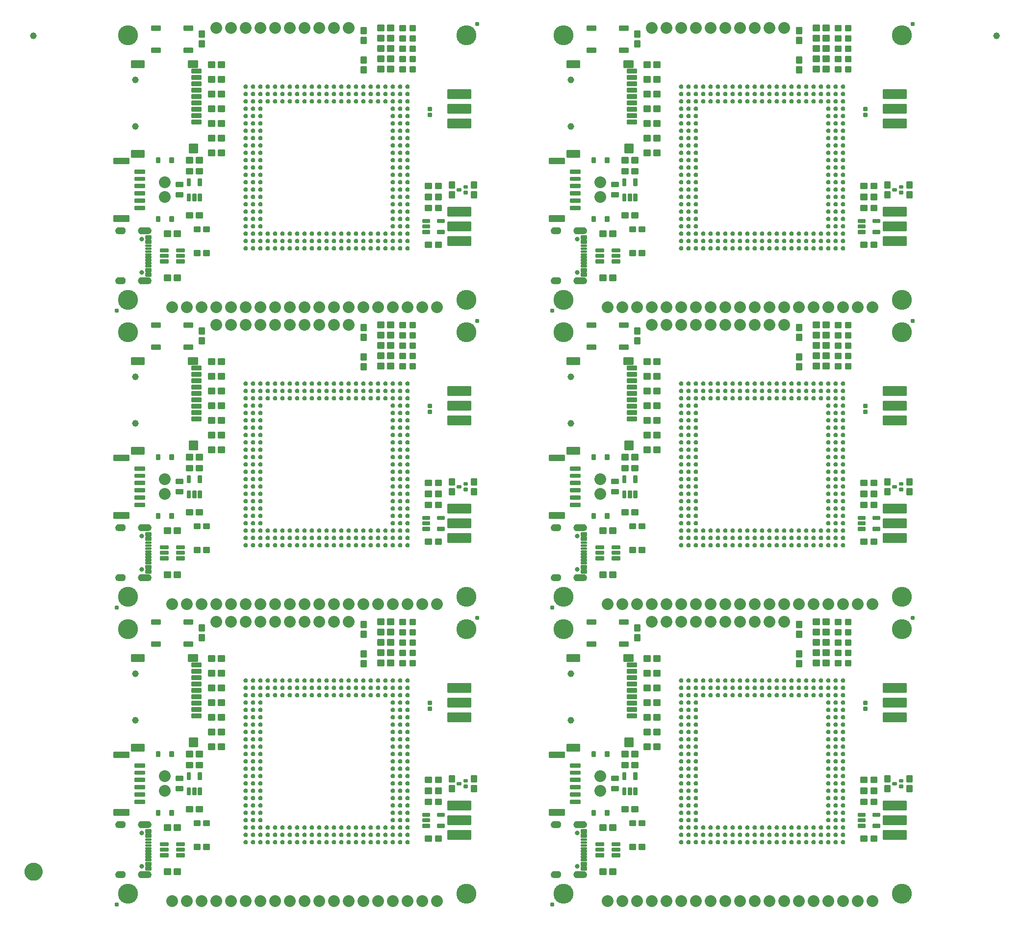
<source format=gts>
G04 EAGLE Gerber RS-274X export*
G75*
%MOMM*%
%FSLAX34Y34*%
%LPD*%
%INSoldermask Top*%
%IPPOS*%
%AMOC8*
5,1,8,0,0,1.08239X$1,22.5*%
G01*
%ADD10C,0.787400*%
%ADD11C,0.253525*%
%ADD12C,0.253344*%
%ADD13C,0.255816*%
%ADD14C,0.802400*%
%ADD15C,0.264381*%
%ADD16C,0.449434*%
%ADD17C,0.252862*%
%ADD18C,3.454400*%
%ADD19C,2.032000*%
%ADD20C,0.252575*%
%ADD21C,0.255719*%
%ADD22C,1.152400*%
%ADD23C,0.243431*%
%ADD24C,0.248381*%
%ADD25C,0.246888*%
%ADD26C,0.250366*%
%ADD27C,0.257147*%
%ADD28C,0.251081*%
%ADD29C,1.270000*%
%ADD30C,1.652400*%

G36*
X60304Y1164914D02*
X60304Y1164914D01*
X60307Y1164911D01*
X61429Y1165066D01*
X61434Y1165071D01*
X61438Y1165068D01*
X62509Y1165439D01*
X62513Y1165445D01*
X62518Y1165443D01*
X63495Y1166016D01*
X63498Y1166022D01*
X63503Y1166021D01*
X64350Y1166774D01*
X64352Y1166781D01*
X64357Y1166781D01*
X65041Y1167684D01*
X65041Y1167691D01*
X65046Y1167692D01*
X65541Y1168711D01*
X65539Y1168718D01*
X65544Y1168720D01*
X65831Y1169817D01*
X65829Y1169821D01*
X65831Y1169822D01*
X65829Y1169824D01*
X65832Y1169826D01*
X65899Y1170957D01*
X65897Y1170961D01*
X65899Y1170963D01*
X65832Y1172094D01*
X65827Y1172099D01*
X65831Y1172103D01*
X65544Y1173200D01*
X65538Y1173204D01*
X65541Y1173209D01*
X65046Y1174228D01*
X65040Y1174231D01*
X65041Y1174236D01*
X64357Y1175139D01*
X64350Y1175141D01*
X64350Y1175146D01*
X63503Y1175899D01*
X63496Y1175899D01*
X63495Y1175904D01*
X62518Y1176477D01*
X62511Y1176476D01*
X62509Y1176481D01*
X61438Y1176852D01*
X61432Y1176849D01*
X61429Y1176854D01*
X60307Y1177009D01*
X60302Y1177006D01*
X60300Y1177009D01*
X48300Y1177009D01*
X48295Y1177006D01*
X48292Y1177009D01*
X47025Y1176804D01*
X47019Y1176798D01*
X47015Y1176801D01*
X45825Y1176319D01*
X45821Y1176312D01*
X45815Y1176314D01*
X44762Y1175580D01*
X44760Y1175572D01*
X44754Y1175573D01*
X43891Y1174623D01*
X43890Y1174614D01*
X43885Y1174614D01*
X43255Y1173495D01*
X43256Y1173487D01*
X43250Y1173485D01*
X42885Y1172255D01*
X42888Y1172247D01*
X42883Y1172244D01*
X42801Y1170963D01*
X42804Y1170959D01*
X42801Y1170957D01*
X42883Y1169676D01*
X42889Y1169670D01*
X42885Y1169665D01*
X43250Y1168435D01*
X43257Y1168430D01*
X43255Y1168425D01*
X43885Y1167306D01*
X43892Y1167303D01*
X43891Y1167297D01*
X44754Y1166347D01*
X44762Y1166346D01*
X44762Y1166340D01*
X45815Y1165606D01*
X45823Y1165606D01*
X45825Y1165601D01*
X47015Y1165119D01*
X47022Y1165121D01*
X47025Y1165116D01*
X48292Y1164911D01*
X48297Y1164914D01*
X48300Y1164911D01*
X60300Y1164911D01*
X60304Y1164914D01*
G37*
G36*
X60304Y1078514D02*
X60304Y1078514D01*
X60307Y1078511D01*
X61429Y1078666D01*
X61434Y1078671D01*
X61438Y1078668D01*
X62509Y1079039D01*
X62513Y1079045D01*
X62518Y1079043D01*
X63495Y1079616D01*
X63498Y1079622D01*
X63503Y1079621D01*
X64350Y1080374D01*
X64352Y1080381D01*
X64357Y1080381D01*
X65041Y1081284D01*
X65041Y1081291D01*
X65046Y1081292D01*
X65541Y1082311D01*
X65539Y1082318D01*
X65544Y1082320D01*
X65831Y1083417D01*
X65829Y1083421D01*
X65831Y1083422D01*
X65829Y1083424D01*
X65832Y1083426D01*
X65899Y1084557D01*
X65897Y1084561D01*
X65899Y1084563D01*
X65832Y1085694D01*
X65827Y1085699D01*
X65831Y1085703D01*
X65544Y1086800D01*
X65538Y1086804D01*
X65541Y1086809D01*
X65046Y1087828D01*
X65040Y1087831D01*
X65041Y1087836D01*
X64357Y1088739D01*
X64350Y1088741D01*
X64350Y1088746D01*
X63503Y1089499D01*
X63496Y1089499D01*
X63495Y1089504D01*
X62518Y1090077D01*
X62511Y1090076D01*
X62509Y1090081D01*
X61438Y1090452D01*
X61432Y1090449D01*
X61429Y1090454D01*
X60307Y1090609D01*
X60302Y1090606D01*
X60300Y1090609D01*
X48300Y1090609D01*
X48295Y1090606D01*
X48292Y1090609D01*
X47025Y1090404D01*
X47019Y1090398D01*
X47015Y1090401D01*
X45825Y1089919D01*
X45821Y1089912D01*
X45815Y1089914D01*
X44762Y1089180D01*
X44760Y1089172D01*
X44754Y1089173D01*
X43891Y1088223D01*
X43890Y1088214D01*
X43885Y1088214D01*
X43255Y1087095D01*
X43256Y1087087D01*
X43250Y1087085D01*
X42885Y1085855D01*
X42888Y1085847D01*
X42883Y1085844D01*
X42801Y1084563D01*
X42804Y1084559D01*
X42801Y1084557D01*
X42883Y1083276D01*
X42889Y1083270D01*
X42885Y1083265D01*
X43250Y1082035D01*
X43257Y1082030D01*
X43255Y1082025D01*
X43885Y1080906D01*
X43892Y1080903D01*
X43891Y1080897D01*
X44754Y1079947D01*
X44762Y1079946D01*
X44762Y1079940D01*
X45815Y1079206D01*
X45823Y1079206D01*
X45825Y1079201D01*
X47015Y1078719D01*
X47022Y1078721D01*
X47025Y1078716D01*
X48292Y1078511D01*
X48297Y1078514D01*
X48300Y1078511D01*
X60300Y1078511D01*
X60304Y1078514D01*
G37*
G36*
X812144Y1078514D02*
X812144Y1078514D01*
X812147Y1078511D01*
X813269Y1078666D01*
X813274Y1078671D01*
X813278Y1078668D01*
X814349Y1079039D01*
X814353Y1079045D01*
X814358Y1079043D01*
X815335Y1079616D01*
X815338Y1079622D01*
X815343Y1079621D01*
X816190Y1080374D01*
X816192Y1080381D01*
X816197Y1080381D01*
X816881Y1081284D01*
X816881Y1081291D01*
X816886Y1081292D01*
X817381Y1082311D01*
X817379Y1082318D01*
X817384Y1082320D01*
X817671Y1083417D01*
X817669Y1083421D01*
X817671Y1083422D01*
X817669Y1083424D01*
X817672Y1083426D01*
X817739Y1084557D01*
X817737Y1084561D01*
X817739Y1084563D01*
X817672Y1085694D01*
X817667Y1085699D01*
X817671Y1085703D01*
X817384Y1086800D01*
X817378Y1086804D01*
X817381Y1086809D01*
X816886Y1087828D01*
X816880Y1087831D01*
X816881Y1087836D01*
X816197Y1088739D01*
X816190Y1088741D01*
X816190Y1088746D01*
X815343Y1089499D01*
X815336Y1089499D01*
X815335Y1089504D01*
X814358Y1090077D01*
X814351Y1090076D01*
X814349Y1090081D01*
X813278Y1090452D01*
X813272Y1090449D01*
X813269Y1090454D01*
X812147Y1090609D01*
X812142Y1090606D01*
X812140Y1090609D01*
X800140Y1090609D01*
X800135Y1090606D01*
X800132Y1090609D01*
X798865Y1090404D01*
X798859Y1090398D01*
X798855Y1090401D01*
X797665Y1089919D01*
X797661Y1089912D01*
X797655Y1089914D01*
X796602Y1089180D01*
X796600Y1089172D01*
X796594Y1089173D01*
X795731Y1088223D01*
X795730Y1088214D01*
X795725Y1088214D01*
X795095Y1087095D01*
X795096Y1087087D01*
X795090Y1087085D01*
X794725Y1085855D01*
X794728Y1085847D01*
X794723Y1085844D01*
X794641Y1084563D01*
X794644Y1084559D01*
X794641Y1084557D01*
X794723Y1083276D01*
X794729Y1083270D01*
X794725Y1083265D01*
X795090Y1082035D01*
X795097Y1082030D01*
X795095Y1082025D01*
X795725Y1080906D01*
X795732Y1080903D01*
X795731Y1080897D01*
X796594Y1079947D01*
X796602Y1079946D01*
X796602Y1079940D01*
X797655Y1079206D01*
X797663Y1079206D01*
X797665Y1079201D01*
X798855Y1078719D01*
X798862Y1078721D01*
X798865Y1078716D01*
X800132Y1078511D01*
X800137Y1078514D01*
X800140Y1078511D01*
X812140Y1078511D01*
X812144Y1078514D01*
G37*
G36*
X812144Y1164914D02*
X812144Y1164914D01*
X812147Y1164911D01*
X813269Y1165066D01*
X813274Y1165071D01*
X813278Y1165068D01*
X814349Y1165439D01*
X814353Y1165445D01*
X814358Y1165443D01*
X815335Y1166016D01*
X815338Y1166022D01*
X815343Y1166021D01*
X816190Y1166774D01*
X816192Y1166781D01*
X816197Y1166781D01*
X816881Y1167684D01*
X816881Y1167691D01*
X816886Y1167692D01*
X817381Y1168711D01*
X817379Y1168718D01*
X817384Y1168720D01*
X817671Y1169817D01*
X817669Y1169821D01*
X817671Y1169822D01*
X817669Y1169824D01*
X817672Y1169826D01*
X817739Y1170957D01*
X817737Y1170961D01*
X817739Y1170963D01*
X817672Y1172094D01*
X817667Y1172099D01*
X817671Y1172103D01*
X817384Y1173200D01*
X817378Y1173204D01*
X817381Y1173209D01*
X816886Y1174228D01*
X816880Y1174231D01*
X816881Y1174236D01*
X816197Y1175139D01*
X816190Y1175141D01*
X816190Y1175146D01*
X815343Y1175899D01*
X815336Y1175899D01*
X815335Y1175904D01*
X814358Y1176477D01*
X814351Y1176476D01*
X814349Y1176481D01*
X813278Y1176852D01*
X813272Y1176849D01*
X813269Y1176854D01*
X812147Y1177009D01*
X812142Y1177006D01*
X812140Y1177009D01*
X800140Y1177009D01*
X800135Y1177006D01*
X800132Y1177009D01*
X798865Y1176804D01*
X798859Y1176798D01*
X798855Y1176801D01*
X797665Y1176319D01*
X797661Y1176312D01*
X797655Y1176314D01*
X796602Y1175580D01*
X796600Y1175572D01*
X796594Y1175573D01*
X795731Y1174623D01*
X795730Y1174614D01*
X795725Y1174614D01*
X795095Y1173495D01*
X795096Y1173487D01*
X795090Y1173485D01*
X794725Y1172255D01*
X794728Y1172247D01*
X794723Y1172244D01*
X794641Y1170963D01*
X794644Y1170959D01*
X794641Y1170957D01*
X794723Y1169676D01*
X794729Y1169670D01*
X794725Y1169665D01*
X795090Y1168435D01*
X795097Y1168430D01*
X795095Y1168425D01*
X795725Y1167306D01*
X795732Y1167303D01*
X795731Y1167297D01*
X796594Y1166347D01*
X796602Y1166346D01*
X796602Y1166340D01*
X797655Y1165606D01*
X797663Y1165606D01*
X797665Y1165601D01*
X798855Y1165119D01*
X798862Y1165121D01*
X798865Y1165116D01*
X800132Y1164911D01*
X800137Y1164914D01*
X800140Y1164911D01*
X812140Y1164911D01*
X812144Y1164914D01*
G37*
G36*
X60304Y651834D02*
X60304Y651834D01*
X60307Y651831D01*
X61429Y651986D01*
X61434Y651991D01*
X61438Y651988D01*
X62509Y652359D01*
X62513Y652365D01*
X62518Y652363D01*
X63495Y652936D01*
X63498Y652942D01*
X63503Y652941D01*
X64350Y653694D01*
X64352Y653701D01*
X64357Y653701D01*
X65041Y654604D01*
X65041Y654611D01*
X65046Y654612D01*
X65541Y655631D01*
X65539Y655638D01*
X65544Y655640D01*
X65831Y656737D01*
X65829Y656741D01*
X65831Y656742D01*
X65829Y656744D01*
X65832Y656746D01*
X65899Y657877D01*
X65897Y657881D01*
X65899Y657883D01*
X65832Y659014D01*
X65827Y659019D01*
X65831Y659023D01*
X65544Y660120D01*
X65538Y660124D01*
X65541Y660129D01*
X65046Y661148D01*
X65040Y661151D01*
X65041Y661156D01*
X64357Y662059D01*
X64350Y662061D01*
X64350Y662066D01*
X63503Y662819D01*
X63496Y662819D01*
X63495Y662824D01*
X62518Y663397D01*
X62511Y663396D01*
X62509Y663401D01*
X61438Y663772D01*
X61432Y663769D01*
X61429Y663774D01*
X60307Y663929D01*
X60302Y663926D01*
X60300Y663929D01*
X48300Y663929D01*
X48295Y663926D01*
X48292Y663929D01*
X47025Y663724D01*
X47019Y663718D01*
X47015Y663721D01*
X45825Y663239D01*
X45821Y663232D01*
X45815Y663234D01*
X44762Y662500D01*
X44760Y662492D01*
X44754Y662493D01*
X43891Y661543D01*
X43890Y661534D01*
X43885Y661534D01*
X43255Y660415D01*
X43256Y660407D01*
X43250Y660405D01*
X42885Y659175D01*
X42888Y659167D01*
X42883Y659164D01*
X42801Y657883D01*
X42804Y657879D01*
X42801Y657877D01*
X42883Y656596D01*
X42889Y656590D01*
X42885Y656585D01*
X43250Y655355D01*
X43257Y655350D01*
X43255Y655345D01*
X43885Y654226D01*
X43892Y654223D01*
X43891Y654217D01*
X44754Y653267D01*
X44762Y653266D01*
X44762Y653260D01*
X45815Y652526D01*
X45823Y652526D01*
X45825Y652521D01*
X47015Y652039D01*
X47022Y652041D01*
X47025Y652036D01*
X48292Y651831D01*
X48297Y651834D01*
X48300Y651831D01*
X60300Y651831D01*
X60304Y651834D01*
G37*
G36*
X812144Y651834D02*
X812144Y651834D01*
X812147Y651831D01*
X813269Y651986D01*
X813274Y651991D01*
X813278Y651988D01*
X814349Y652359D01*
X814353Y652365D01*
X814358Y652363D01*
X815335Y652936D01*
X815338Y652942D01*
X815343Y652941D01*
X816190Y653694D01*
X816192Y653701D01*
X816197Y653701D01*
X816881Y654604D01*
X816881Y654611D01*
X816886Y654612D01*
X817381Y655631D01*
X817379Y655638D01*
X817384Y655640D01*
X817671Y656737D01*
X817669Y656741D01*
X817671Y656742D01*
X817669Y656744D01*
X817672Y656746D01*
X817739Y657877D01*
X817737Y657881D01*
X817739Y657883D01*
X817672Y659014D01*
X817667Y659019D01*
X817671Y659023D01*
X817384Y660120D01*
X817378Y660124D01*
X817381Y660129D01*
X816886Y661148D01*
X816880Y661151D01*
X816881Y661156D01*
X816197Y662059D01*
X816190Y662061D01*
X816190Y662066D01*
X815343Y662819D01*
X815336Y662819D01*
X815335Y662824D01*
X814358Y663397D01*
X814351Y663396D01*
X814349Y663401D01*
X813278Y663772D01*
X813272Y663769D01*
X813269Y663774D01*
X812147Y663929D01*
X812142Y663926D01*
X812140Y663929D01*
X800140Y663929D01*
X800135Y663926D01*
X800132Y663929D01*
X798865Y663724D01*
X798859Y663718D01*
X798855Y663721D01*
X797665Y663239D01*
X797661Y663232D01*
X797655Y663234D01*
X796602Y662500D01*
X796600Y662492D01*
X796594Y662493D01*
X795731Y661543D01*
X795730Y661534D01*
X795725Y661534D01*
X795095Y660415D01*
X795096Y660407D01*
X795090Y660405D01*
X794725Y659175D01*
X794728Y659167D01*
X794723Y659164D01*
X794641Y657883D01*
X794644Y657879D01*
X794641Y657877D01*
X794723Y656596D01*
X794729Y656590D01*
X794725Y656585D01*
X795090Y655355D01*
X795097Y655350D01*
X795095Y655345D01*
X795725Y654226D01*
X795732Y654223D01*
X795731Y654217D01*
X796594Y653267D01*
X796602Y653266D01*
X796602Y653260D01*
X797655Y652526D01*
X797663Y652526D01*
X797665Y652521D01*
X798855Y652039D01*
X798862Y652041D01*
X798865Y652036D01*
X800132Y651831D01*
X800137Y651834D01*
X800140Y651831D01*
X812140Y651831D01*
X812144Y651834D01*
G37*
G36*
X60304Y565434D02*
X60304Y565434D01*
X60307Y565431D01*
X61429Y565586D01*
X61434Y565591D01*
X61438Y565588D01*
X62509Y565959D01*
X62513Y565965D01*
X62518Y565963D01*
X63495Y566536D01*
X63498Y566542D01*
X63503Y566541D01*
X64350Y567294D01*
X64352Y567301D01*
X64357Y567301D01*
X65041Y568204D01*
X65041Y568211D01*
X65046Y568212D01*
X65541Y569231D01*
X65539Y569238D01*
X65544Y569240D01*
X65831Y570337D01*
X65829Y570341D01*
X65831Y570342D01*
X65829Y570344D01*
X65832Y570346D01*
X65899Y571477D01*
X65897Y571481D01*
X65899Y571483D01*
X65832Y572614D01*
X65827Y572619D01*
X65831Y572623D01*
X65544Y573720D01*
X65538Y573724D01*
X65541Y573729D01*
X65046Y574748D01*
X65040Y574751D01*
X65041Y574756D01*
X64357Y575659D01*
X64350Y575661D01*
X64350Y575666D01*
X63503Y576419D01*
X63496Y576419D01*
X63495Y576424D01*
X62518Y576997D01*
X62511Y576996D01*
X62509Y577001D01*
X61438Y577372D01*
X61432Y577369D01*
X61429Y577374D01*
X60307Y577529D01*
X60302Y577526D01*
X60300Y577529D01*
X48300Y577529D01*
X48295Y577526D01*
X48292Y577529D01*
X47025Y577324D01*
X47019Y577318D01*
X47015Y577321D01*
X45825Y576839D01*
X45821Y576832D01*
X45815Y576834D01*
X44762Y576100D01*
X44760Y576092D01*
X44754Y576093D01*
X43891Y575143D01*
X43890Y575134D01*
X43885Y575134D01*
X43255Y574015D01*
X43256Y574007D01*
X43250Y574005D01*
X42885Y572775D01*
X42888Y572767D01*
X42883Y572764D01*
X42801Y571483D01*
X42804Y571479D01*
X42801Y571477D01*
X42883Y570196D01*
X42889Y570190D01*
X42885Y570185D01*
X43250Y568955D01*
X43257Y568950D01*
X43255Y568945D01*
X43885Y567826D01*
X43892Y567823D01*
X43891Y567817D01*
X44754Y566867D01*
X44762Y566866D01*
X44762Y566860D01*
X45815Y566126D01*
X45823Y566126D01*
X45825Y566121D01*
X47015Y565639D01*
X47022Y565641D01*
X47025Y565636D01*
X48292Y565431D01*
X48297Y565434D01*
X48300Y565431D01*
X60300Y565431D01*
X60304Y565434D01*
G37*
G36*
X812144Y565434D02*
X812144Y565434D01*
X812147Y565431D01*
X813269Y565586D01*
X813274Y565591D01*
X813278Y565588D01*
X814349Y565959D01*
X814353Y565965D01*
X814358Y565963D01*
X815335Y566536D01*
X815338Y566542D01*
X815343Y566541D01*
X816190Y567294D01*
X816192Y567301D01*
X816197Y567301D01*
X816881Y568204D01*
X816881Y568211D01*
X816886Y568212D01*
X817381Y569231D01*
X817379Y569238D01*
X817384Y569240D01*
X817671Y570337D01*
X817669Y570341D01*
X817671Y570342D01*
X817669Y570344D01*
X817672Y570346D01*
X817739Y571477D01*
X817737Y571481D01*
X817739Y571483D01*
X817672Y572614D01*
X817667Y572619D01*
X817671Y572623D01*
X817384Y573720D01*
X817378Y573724D01*
X817381Y573729D01*
X816886Y574748D01*
X816880Y574751D01*
X816881Y574756D01*
X816197Y575659D01*
X816190Y575661D01*
X816190Y575666D01*
X815343Y576419D01*
X815336Y576419D01*
X815335Y576424D01*
X814358Y576997D01*
X814351Y576996D01*
X814349Y577001D01*
X813278Y577372D01*
X813272Y577369D01*
X813269Y577374D01*
X812147Y577529D01*
X812142Y577526D01*
X812140Y577529D01*
X800140Y577529D01*
X800135Y577526D01*
X800132Y577529D01*
X798865Y577324D01*
X798859Y577318D01*
X798855Y577321D01*
X797665Y576839D01*
X797661Y576832D01*
X797655Y576834D01*
X796602Y576100D01*
X796600Y576092D01*
X796594Y576093D01*
X795731Y575143D01*
X795730Y575134D01*
X795725Y575134D01*
X795095Y574015D01*
X795096Y574007D01*
X795090Y574005D01*
X794725Y572775D01*
X794728Y572767D01*
X794723Y572764D01*
X794641Y571483D01*
X794644Y571479D01*
X794641Y571477D01*
X794723Y570196D01*
X794729Y570190D01*
X794725Y570185D01*
X795090Y568955D01*
X795097Y568950D01*
X795095Y568945D01*
X795725Y567826D01*
X795732Y567823D01*
X795731Y567817D01*
X796594Y566867D01*
X796602Y566866D01*
X796602Y566860D01*
X797655Y566126D01*
X797663Y566126D01*
X797665Y566121D01*
X798855Y565639D01*
X798862Y565641D01*
X798865Y565636D01*
X800132Y565431D01*
X800137Y565434D01*
X800140Y565431D01*
X812140Y565431D01*
X812144Y565434D01*
G37*
G36*
X812144Y52354D02*
X812144Y52354D01*
X812147Y52351D01*
X813269Y52506D01*
X813274Y52511D01*
X813278Y52508D01*
X814349Y52879D01*
X814353Y52885D01*
X814358Y52883D01*
X815335Y53456D01*
X815338Y53462D01*
X815343Y53461D01*
X816190Y54214D01*
X816192Y54221D01*
X816197Y54221D01*
X816881Y55124D01*
X816881Y55131D01*
X816886Y55132D01*
X817381Y56151D01*
X817379Y56158D01*
X817384Y56160D01*
X817671Y57257D01*
X817669Y57261D01*
X817671Y57262D01*
X817669Y57264D01*
X817672Y57266D01*
X817739Y58397D01*
X817737Y58401D01*
X817739Y58403D01*
X817672Y59534D01*
X817667Y59539D01*
X817671Y59543D01*
X817384Y60640D01*
X817378Y60644D01*
X817381Y60649D01*
X816886Y61668D01*
X816880Y61671D01*
X816881Y61676D01*
X816197Y62579D01*
X816190Y62581D01*
X816190Y62586D01*
X815343Y63339D01*
X815336Y63339D01*
X815335Y63344D01*
X814358Y63917D01*
X814351Y63916D01*
X814349Y63921D01*
X813278Y64292D01*
X813272Y64289D01*
X813269Y64294D01*
X812147Y64449D01*
X812142Y64446D01*
X812140Y64449D01*
X800140Y64449D01*
X800135Y64446D01*
X800132Y64449D01*
X798865Y64244D01*
X798859Y64238D01*
X798855Y64241D01*
X797665Y63759D01*
X797661Y63752D01*
X797655Y63754D01*
X796602Y63020D01*
X796600Y63012D01*
X796594Y63013D01*
X795731Y62063D01*
X795730Y62054D01*
X795725Y62054D01*
X795095Y60935D01*
X795096Y60927D01*
X795090Y60925D01*
X794725Y59695D01*
X794728Y59687D01*
X794723Y59684D01*
X794641Y58403D01*
X794644Y58399D01*
X794641Y58397D01*
X794723Y57116D01*
X794729Y57110D01*
X794725Y57105D01*
X795090Y55875D01*
X795097Y55870D01*
X795095Y55865D01*
X795725Y54746D01*
X795732Y54743D01*
X795731Y54737D01*
X796594Y53787D01*
X796602Y53786D01*
X796602Y53780D01*
X797655Y53046D01*
X797663Y53046D01*
X797665Y53041D01*
X798855Y52559D01*
X798862Y52561D01*
X798865Y52556D01*
X800132Y52351D01*
X800137Y52354D01*
X800140Y52351D01*
X812140Y52351D01*
X812144Y52354D01*
G37*
G36*
X812144Y138754D02*
X812144Y138754D01*
X812147Y138751D01*
X813269Y138906D01*
X813274Y138911D01*
X813278Y138908D01*
X814349Y139279D01*
X814353Y139285D01*
X814358Y139283D01*
X815335Y139856D01*
X815338Y139862D01*
X815343Y139861D01*
X816190Y140614D01*
X816192Y140621D01*
X816197Y140621D01*
X816881Y141524D01*
X816881Y141531D01*
X816886Y141532D01*
X817381Y142551D01*
X817379Y142558D01*
X817384Y142560D01*
X817671Y143657D01*
X817669Y143661D01*
X817671Y143662D01*
X817669Y143664D01*
X817672Y143666D01*
X817739Y144797D01*
X817737Y144801D01*
X817739Y144803D01*
X817672Y145934D01*
X817667Y145939D01*
X817671Y145943D01*
X817384Y147040D01*
X817378Y147044D01*
X817381Y147049D01*
X816886Y148068D01*
X816880Y148071D01*
X816881Y148076D01*
X816197Y148979D01*
X816190Y148981D01*
X816190Y148986D01*
X815343Y149739D01*
X815336Y149739D01*
X815335Y149744D01*
X814358Y150317D01*
X814351Y150316D01*
X814349Y150321D01*
X813278Y150692D01*
X813272Y150689D01*
X813269Y150694D01*
X812147Y150849D01*
X812142Y150846D01*
X812140Y150849D01*
X800140Y150849D01*
X800135Y150846D01*
X800132Y150849D01*
X798865Y150644D01*
X798859Y150638D01*
X798855Y150641D01*
X797665Y150159D01*
X797661Y150152D01*
X797655Y150154D01*
X796602Y149420D01*
X796600Y149412D01*
X796594Y149413D01*
X795731Y148463D01*
X795730Y148454D01*
X795725Y148454D01*
X795095Y147335D01*
X795096Y147327D01*
X795090Y147325D01*
X794725Y146095D01*
X794728Y146087D01*
X794723Y146084D01*
X794641Y144803D01*
X794644Y144799D01*
X794641Y144797D01*
X794723Y143516D01*
X794729Y143510D01*
X794725Y143505D01*
X795090Y142275D01*
X795097Y142270D01*
X795095Y142265D01*
X795725Y141146D01*
X795732Y141143D01*
X795731Y141137D01*
X796594Y140187D01*
X796602Y140186D01*
X796602Y140180D01*
X797655Y139446D01*
X797663Y139446D01*
X797665Y139441D01*
X798855Y138959D01*
X798862Y138961D01*
X798865Y138956D01*
X800132Y138751D01*
X800137Y138754D01*
X800140Y138751D01*
X812140Y138751D01*
X812144Y138754D01*
G37*
G36*
X60304Y138754D02*
X60304Y138754D01*
X60307Y138751D01*
X61429Y138906D01*
X61434Y138911D01*
X61438Y138908D01*
X62509Y139279D01*
X62513Y139285D01*
X62518Y139283D01*
X63495Y139856D01*
X63498Y139862D01*
X63503Y139861D01*
X64350Y140614D01*
X64352Y140621D01*
X64357Y140621D01*
X65041Y141524D01*
X65041Y141531D01*
X65046Y141532D01*
X65541Y142551D01*
X65539Y142558D01*
X65544Y142560D01*
X65831Y143657D01*
X65829Y143661D01*
X65831Y143662D01*
X65829Y143664D01*
X65832Y143666D01*
X65899Y144797D01*
X65897Y144801D01*
X65899Y144803D01*
X65832Y145934D01*
X65827Y145939D01*
X65831Y145943D01*
X65544Y147040D01*
X65538Y147044D01*
X65541Y147049D01*
X65046Y148068D01*
X65040Y148071D01*
X65041Y148076D01*
X64357Y148979D01*
X64350Y148981D01*
X64350Y148986D01*
X63503Y149739D01*
X63496Y149739D01*
X63495Y149744D01*
X62518Y150317D01*
X62511Y150316D01*
X62509Y150321D01*
X61438Y150692D01*
X61432Y150689D01*
X61429Y150694D01*
X60307Y150849D01*
X60302Y150846D01*
X60300Y150849D01*
X48300Y150849D01*
X48295Y150846D01*
X48292Y150849D01*
X47025Y150644D01*
X47019Y150638D01*
X47015Y150641D01*
X45825Y150159D01*
X45821Y150152D01*
X45815Y150154D01*
X44762Y149420D01*
X44760Y149412D01*
X44754Y149413D01*
X43891Y148463D01*
X43890Y148454D01*
X43885Y148454D01*
X43255Y147335D01*
X43256Y147327D01*
X43250Y147325D01*
X42885Y146095D01*
X42888Y146087D01*
X42883Y146084D01*
X42801Y144803D01*
X42804Y144799D01*
X42801Y144797D01*
X42883Y143516D01*
X42889Y143510D01*
X42885Y143505D01*
X43250Y142275D01*
X43257Y142270D01*
X43255Y142265D01*
X43885Y141146D01*
X43892Y141143D01*
X43891Y141137D01*
X44754Y140187D01*
X44762Y140186D01*
X44762Y140180D01*
X45815Y139446D01*
X45823Y139446D01*
X45825Y139441D01*
X47015Y138959D01*
X47022Y138961D01*
X47025Y138956D01*
X48292Y138751D01*
X48297Y138754D01*
X48300Y138751D01*
X60300Y138751D01*
X60304Y138754D01*
G37*
G36*
X60304Y52354D02*
X60304Y52354D01*
X60307Y52351D01*
X61429Y52506D01*
X61434Y52511D01*
X61438Y52508D01*
X62509Y52879D01*
X62513Y52885D01*
X62518Y52883D01*
X63495Y53456D01*
X63498Y53462D01*
X63503Y53461D01*
X64350Y54214D01*
X64352Y54221D01*
X64357Y54221D01*
X65041Y55124D01*
X65041Y55131D01*
X65046Y55132D01*
X65541Y56151D01*
X65539Y56158D01*
X65544Y56160D01*
X65831Y57257D01*
X65829Y57261D01*
X65831Y57262D01*
X65829Y57264D01*
X65832Y57266D01*
X65899Y58397D01*
X65897Y58401D01*
X65899Y58403D01*
X65832Y59534D01*
X65827Y59539D01*
X65831Y59543D01*
X65544Y60640D01*
X65538Y60644D01*
X65541Y60649D01*
X65046Y61668D01*
X65040Y61671D01*
X65041Y61676D01*
X64357Y62579D01*
X64350Y62581D01*
X64350Y62586D01*
X63503Y63339D01*
X63496Y63339D01*
X63495Y63344D01*
X62518Y63917D01*
X62511Y63916D01*
X62509Y63921D01*
X61438Y64292D01*
X61432Y64289D01*
X61429Y64294D01*
X60307Y64449D01*
X60302Y64446D01*
X60300Y64449D01*
X48300Y64449D01*
X48295Y64446D01*
X48292Y64449D01*
X47025Y64244D01*
X47019Y64238D01*
X47015Y64241D01*
X45825Y63759D01*
X45821Y63752D01*
X45815Y63754D01*
X44762Y63020D01*
X44760Y63012D01*
X44754Y63013D01*
X43891Y62063D01*
X43890Y62054D01*
X43885Y62054D01*
X43255Y60935D01*
X43256Y60927D01*
X43250Y60925D01*
X42885Y59695D01*
X42888Y59687D01*
X42883Y59684D01*
X42801Y58403D01*
X42804Y58399D01*
X42801Y58397D01*
X42883Y57116D01*
X42889Y57110D01*
X42885Y57105D01*
X43250Y55875D01*
X43257Y55870D01*
X43255Y55865D01*
X43885Y54746D01*
X43892Y54743D01*
X43891Y54737D01*
X44754Y53787D01*
X44762Y53786D01*
X44762Y53780D01*
X45815Y53046D01*
X45823Y53046D01*
X45825Y53041D01*
X47015Y52559D01*
X47022Y52561D01*
X47025Y52556D01*
X48292Y52351D01*
X48297Y52354D01*
X48300Y52351D01*
X60300Y52351D01*
X60304Y52354D01*
G37*
G36*
X767343Y1164913D02*
X767343Y1164913D01*
X767345Y1164911D01*
X768521Y1165022D01*
X768526Y1165027D01*
X768530Y1165024D01*
X769662Y1165362D01*
X769666Y1165368D01*
X769671Y1165366D01*
X770715Y1165918D01*
X770718Y1165925D01*
X770723Y1165923D01*
X771639Y1166669D01*
X771640Y1166676D01*
X771646Y1166676D01*
X772399Y1167586D01*
X772399Y1167593D01*
X772404Y1167594D01*
X772965Y1168633D01*
X772964Y1168638D01*
X772968Y1168640D01*
X772967Y1168641D01*
X772969Y1168642D01*
X773316Y1169771D01*
X773316Y1169772D01*
X773317Y1169773D01*
X773314Y1169777D01*
X773318Y1169780D01*
X773439Y1170955D01*
X773435Y1170962D01*
X773439Y1170966D01*
X773282Y1172306D01*
X773277Y1172312D01*
X773280Y1172317D01*
X772829Y1173588D01*
X772822Y1173593D01*
X772824Y1173598D01*
X772102Y1174737D01*
X772094Y1174740D01*
X772095Y1174746D01*
X771137Y1175696D01*
X771129Y1175697D01*
X771128Y1175703D01*
X769983Y1176416D01*
X769975Y1176415D01*
X769973Y1176421D01*
X768697Y1176861D01*
X768690Y1176859D01*
X768687Y1176863D01*
X767345Y1177009D01*
X767342Y1177007D01*
X767340Y1177009D01*
X761340Y1177009D01*
X761337Y1177007D01*
X761334Y1177009D01*
X760005Y1176854D01*
X759999Y1176848D01*
X759995Y1176851D01*
X758734Y1176404D01*
X758729Y1176397D01*
X758724Y1176399D01*
X757594Y1175682D01*
X757591Y1175675D01*
X757585Y1175676D01*
X756643Y1174726D01*
X756642Y1174717D01*
X756636Y1174717D01*
X755929Y1173581D01*
X755930Y1173573D01*
X755924Y1173571D01*
X755488Y1172306D01*
X755490Y1172298D01*
X755485Y1172296D01*
X755341Y1170965D01*
X755345Y1170959D01*
X755341Y1170955D01*
X755451Y1169789D01*
X755456Y1169784D01*
X755453Y1169780D01*
X755788Y1168657D01*
X755794Y1168653D01*
X755792Y1168649D01*
X756340Y1167613D01*
X756346Y1167610D01*
X756345Y1167605D01*
X757084Y1166697D01*
X757091Y1166695D01*
X757091Y1166690D01*
X757993Y1165943D01*
X758001Y1165943D01*
X758001Y1165938D01*
X759032Y1165381D01*
X759039Y1165382D01*
X759041Y1165377D01*
X760160Y1165033D01*
X760167Y1165035D01*
X760170Y1165031D01*
X761335Y1164911D01*
X761338Y1164913D01*
X761340Y1164911D01*
X767340Y1164911D01*
X767343Y1164913D01*
G37*
G36*
X15503Y1078513D02*
X15503Y1078513D01*
X15505Y1078511D01*
X16681Y1078622D01*
X16686Y1078627D01*
X16690Y1078624D01*
X17822Y1078962D01*
X17826Y1078968D01*
X17831Y1078966D01*
X18875Y1079518D01*
X18878Y1079525D01*
X18883Y1079523D01*
X19799Y1080269D01*
X19800Y1080276D01*
X19806Y1080276D01*
X20559Y1081186D01*
X20559Y1081193D01*
X20564Y1081194D01*
X21125Y1082233D01*
X21124Y1082238D01*
X21128Y1082240D01*
X21127Y1082241D01*
X21129Y1082242D01*
X21476Y1083371D01*
X21476Y1083372D01*
X21477Y1083373D01*
X21474Y1083377D01*
X21478Y1083380D01*
X21599Y1084555D01*
X21595Y1084562D01*
X21599Y1084566D01*
X21442Y1085906D01*
X21437Y1085912D01*
X21440Y1085917D01*
X20989Y1087188D01*
X20982Y1087193D01*
X20984Y1087198D01*
X20262Y1088337D01*
X20254Y1088340D01*
X20255Y1088346D01*
X19297Y1089296D01*
X19289Y1089297D01*
X19288Y1089303D01*
X18143Y1090016D01*
X18135Y1090015D01*
X18133Y1090021D01*
X16857Y1090461D01*
X16850Y1090459D01*
X16847Y1090463D01*
X15505Y1090609D01*
X15502Y1090607D01*
X15500Y1090609D01*
X9500Y1090609D01*
X9497Y1090607D01*
X9494Y1090609D01*
X8165Y1090454D01*
X8159Y1090448D01*
X8155Y1090451D01*
X6894Y1090004D01*
X6889Y1089997D01*
X6884Y1089999D01*
X5754Y1089282D01*
X5751Y1089275D01*
X5745Y1089276D01*
X4803Y1088326D01*
X4802Y1088317D01*
X4796Y1088317D01*
X4089Y1087181D01*
X4090Y1087173D01*
X4084Y1087171D01*
X3648Y1085906D01*
X3650Y1085898D01*
X3645Y1085896D01*
X3501Y1084565D01*
X3505Y1084559D01*
X3501Y1084555D01*
X3611Y1083389D01*
X3616Y1083384D01*
X3613Y1083380D01*
X3948Y1082257D01*
X3954Y1082253D01*
X3952Y1082249D01*
X4500Y1081213D01*
X4506Y1081210D01*
X4505Y1081205D01*
X5244Y1080297D01*
X5251Y1080295D01*
X5251Y1080290D01*
X6153Y1079543D01*
X6161Y1079543D01*
X6161Y1079538D01*
X7192Y1078981D01*
X7199Y1078982D01*
X7201Y1078977D01*
X8320Y1078633D01*
X8327Y1078635D01*
X8330Y1078631D01*
X9495Y1078511D01*
X9498Y1078513D01*
X9500Y1078511D01*
X15500Y1078511D01*
X15503Y1078513D01*
G37*
G36*
X767343Y1078513D02*
X767343Y1078513D01*
X767345Y1078511D01*
X768521Y1078622D01*
X768526Y1078627D01*
X768530Y1078624D01*
X769662Y1078962D01*
X769666Y1078968D01*
X769671Y1078966D01*
X770715Y1079518D01*
X770718Y1079525D01*
X770723Y1079523D01*
X771639Y1080269D01*
X771640Y1080276D01*
X771646Y1080276D01*
X772399Y1081186D01*
X772399Y1081193D01*
X772404Y1081194D01*
X772965Y1082233D01*
X772964Y1082238D01*
X772968Y1082240D01*
X772967Y1082241D01*
X772969Y1082242D01*
X773316Y1083371D01*
X773316Y1083372D01*
X773317Y1083373D01*
X773314Y1083377D01*
X773318Y1083380D01*
X773439Y1084555D01*
X773435Y1084562D01*
X773439Y1084566D01*
X773282Y1085906D01*
X773277Y1085912D01*
X773280Y1085917D01*
X772829Y1087188D01*
X772822Y1087193D01*
X772824Y1087198D01*
X772102Y1088337D01*
X772094Y1088340D01*
X772095Y1088346D01*
X771137Y1089296D01*
X771129Y1089297D01*
X771128Y1089303D01*
X769983Y1090016D01*
X769975Y1090015D01*
X769973Y1090021D01*
X768697Y1090461D01*
X768690Y1090459D01*
X768687Y1090463D01*
X767345Y1090609D01*
X767342Y1090607D01*
X767340Y1090609D01*
X761340Y1090609D01*
X761337Y1090607D01*
X761334Y1090609D01*
X760005Y1090454D01*
X759999Y1090448D01*
X759995Y1090451D01*
X758734Y1090004D01*
X758729Y1089997D01*
X758724Y1089999D01*
X757594Y1089282D01*
X757591Y1089275D01*
X757585Y1089276D01*
X756643Y1088326D01*
X756642Y1088317D01*
X756636Y1088317D01*
X755929Y1087181D01*
X755930Y1087173D01*
X755924Y1087171D01*
X755488Y1085906D01*
X755490Y1085898D01*
X755485Y1085896D01*
X755341Y1084565D01*
X755345Y1084559D01*
X755341Y1084555D01*
X755451Y1083389D01*
X755456Y1083384D01*
X755453Y1083380D01*
X755788Y1082257D01*
X755794Y1082253D01*
X755792Y1082249D01*
X756340Y1081213D01*
X756346Y1081210D01*
X756345Y1081205D01*
X757084Y1080297D01*
X757091Y1080295D01*
X757091Y1080290D01*
X757993Y1079543D01*
X758001Y1079543D01*
X758001Y1079538D01*
X759032Y1078981D01*
X759039Y1078982D01*
X759041Y1078977D01*
X760160Y1078633D01*
X760167Y1078635D01*
X760170Y1078631D01*
X761335Y1078511D01*
X761338Y1078513D01*
X761340Y1078511D01*
X767340Y1078511D01*
X767343Y1078513D01*
G37*
G36*
X15503Y1164913D02*
X15503Y1164913D01*
X15505Y1164911D01*
X16681Y1165022D01*
X16686Y1165027D01*
X16690Y1165024D01*
X17822Y1165362D01*
X17826Y1165368D01*
X17831Y1165366D01*
X18875Y1165918D01*
X18878Y1165925D01*
X18883Y1165923D01*
X19799Y1166669D01*
X19800Y1166676D01*
X19806Y1166676D01*
X20559Y1167586D01*
X20559Y1167593D01*
X20564Y1167594D01*
X21125Y1168633D01*
X21124Y1168638D01*
X21128Y1168640D01*
X21127Y1168641D01*
X21129Y1168642D01*
X21476Y1169771D01*
X21476Y1169772D01*
X21477Y1169773D01*
X21474Y1169777D01*
X21478Y1169780D01*
X21599Y1170955D01*
X21595Y1170962D01*
X21599Y1170966D01*
X21442Y1172306D01*
X21437Y1172312D01*
X21440Y1172317D01*
X20989Y1173588D01*
X20982Y1173593D01*
X20984Y1173598D01*
X20262Y1174737D01*
X20254Y1174740D01*
X20255Y1174746D01*
X19297Y1175696D01*
X19289Y1175697D01*
X19288Y1175703D01*
X18143Y1176416D01*
X18135Y1176415D01*
X18133Y1176421D01*
X16857Y1176861D01*
X16850Y1176859D01*
X16847Y1176863D01*
X15505Y1177009D01*
X15502Y1177007D01*
X15500Y1177009D01*
X9500Y1177009D01*
X9497Y1177007D01*
X9494Y1177009D01*
X8165Y1176854D01*
X8159Y1176848D01*
X8155Y1176851D01*
X6894Y1176404D01*
X6889Y1176397D01*
X6884Y1176399D01*
X5754Y1175682D01*
X5751Y1175675D01*
X5745Y1175676D01*
X4803Y1174726D01*
X4802Y1174717D01*
X4796Y1174717D01*
X4089Y1173581D01*
X4090Y1173573D01*
X4084Y1173571D01*
X3648Y1172306D01*
X3650Y1172298D01*
X3645Y1172296D01*
X3501Y1170965D01*
X3505Y1170959D01*
X3501Y1170955D01*
X3611Y1169789D01*
X3616Y1169784D01*
X3613Y1169780D01*
X3948Y1168657D01*
X3954Y1168653D01*
X3952Y1168649D01*
X4500Y1167613D01*
X4506Y1167610D01*
X4505Y1167605D01*
X5244Y1166697D01*
X5251Y1166695D01*
X5251Y1166690D01*
X6153Y1165943D01*
X6161Y1165943D01*
X6161Y1165938D01*
X7192Y1165381D01*
X7199Y1165382D01*
X7201Y1165377D01*
X8320Y1165033D01*
X8327Y1165035D01*
X8330Y1165031D01*
X9495Y1164911D01*
X9498Y1164913D01*
X9500Y1164911D01*
X15500Y1164911D01*
X15503Y1164913D01*
G37*
G36*
X15503Y651833D02*
X15503Y651833D01*
X15505Y651831D01*
X16681Y651942D01*
X16686Y651947D01*
X16690Y651944D01*
X17822Y652282D01*
X17826Y652288D01*
X17831Y652286D01*
X18875Y652838D01*
X18878Y652845D01*
X18883Y652843D01*
X19799Y653589D01*
X19800Y653596D01*
X19806Y653596D01*
X20559Y654506D01*
X20559Y654513D01*
X20564Y654514D01*
X21125Y655553D01*
X21124Y655558D01*
X21128Y655560D01*
X21127Y655561D01*
X21129Y655562D01*
X21476Y656691D01*
X21476Y656692D01*
X21477Y656693D01*
X21474Y656697D01*
X21478Y656700D01*
X21599Y657875D01*
X21595Y657882D01*
X21599Y657886D01*
X21442Y659226D01*
X21437Y659232D01*
X21440Y659237D01*
X20989Y660508D01*
X20982Y660513D01*
X20984Y660518D01*
X20262Y661657D01*
X20254Y661660D01*
X20255Y661666D01*
X19297Y662616D01*
X19289Y662617D01*
X19288Y662623D01*
X18143Y663336D01*
X18135Y663335D01*
X18133Y663341D01*
X16857Y663781D01*
X16850Y663779D01*
X16847Y663783D01*
X15505Y663929D01*
X15502Y663927D01*
X15500Y663929D01*
X9500Y663929D01*
X9497Y663927D01*
X9494Y663929D01*
X8165Y663774D01*
X8159Y663768D01*
X8155Y663771D01*
X6894Y663324D01*
X6889Y663317D01*
X6884Y663319D01*
X5754Y662602D01*
X5751Y662595D01*
X5745Y662596D01*
X4803Y661646D01*
X4802Y661637D01*
X4796Y661637D01*
X4089Y660501D01*
X4090Y660493D01*
X4084Y660491D01*
X3648Y659226D01*
X3650Y659218D01*
X3645Y659216D01*
X3501Y657885D01*
X3505Y657879D01*
X3501Y657875D01*
X3611Y656709D01*
X3616Y656704D01*
X3613Y656700D01*
X3948Y655577D01*
X3954Y655573D01*
X3952Y655569D01*
X4500Y654533D01*
X4506Y654530D01*
X4505Y654525D01*
X5244Y653617D01*
X5251Y653615D01*
X5251Y653610D01*
X6153Y652863D01*
X6161Y652863D01*
X6161Y652858D01*
X7192Y652301D01*
X7199Y652302D01*
X7201Y652297D01*
X8320Y651953D01*
X8327Y651955D01*
X8330Y651951D01*
X9495Y651831D01*
X9498Y651833D01*
X9500Y651831D01*
X15500Y651831D01*
X15503Y651833D01*
G37*
G36*
X767343Y651833D02*
X767343Y651833D01*
X767345Y651831D01*
X768521Y651942D01*
X768526Y651947D01*
X768530Y651944D01*
X769662Y652282D01*
X769666Y652288D01*
X769671Y652286D01*
X770715Y652838D01*
X770718Y652845D01*
X770723Y652843D01*
X771639Y653589D01*
X771640Y653596D01*
X771646Y653596D01*
X772399Y654506D01*
X772399Y654513D01*
X772404Y654514D01*
X772965Y655553D01*
X772964Y655558D01*
X772968Y655560D01*
X772967Y655561D01*
X772969Y655562D01*
X773316Y656691D01*
X773316Y656692D01*
X773317Y656693D01*
X773314Y656697D01*
X773318Y656700D01*
X773439Y657875D01*
X773435Y657882D01*
X773439Y657886D01*
X773282Y659226D01*
X773277Y659232D01*
X773280Y659237D01*
X772829Y660508D01*
X772822Y660513D01*
X772824Y660518D01*
X772102Y661657D01*
X772094Y661660D01*
X772095Y661666D01*
X771137Y662616D01*
X771129Y662617D01*
X771128Y662623D01*
X769983Y663336D01*
X769975Y663335D01*
X769973Y663341D01*
X768697Y663781D01*
X768690Y663779D01*
X768687Y663783D01*
X767345Y663929D01*
X767342Y663927D01*
X767340Y663929D01*
X761340Y663929D01*
X761337Y663927D01*
X761334Y663929D01*
X760005Y663774D01*
X759999Y663768D01*
X759995Y663771D01*
X758734Y663324D01*
X758729Y663317D01*
X758724Y663319D01*
X757594Y662602D01*
X757591Y662595D01*
X757585Y662596D01*
X756643Y661646D01*
X756642Y661637D01*
X756636Y661637D01*
X755929Y660501D01*
X755930Y660493D01*
X755924Y660491D01*
X755488Y659226D01*
X755490Y659218D01*
X755485Y659216D01*
X755341Y657885D01*
X755345Y657879D01*
X755341Y657875D01*
X755451Y656709D01*
X755456Y656704D01*
X755453Y656700D01*
X755788Y655577D01*
X755794Y655573D01*
X755792Y655569D01*
X756340Y654533D01*
X756346Y654530D01*
X756345Y654525D01*
X757084Y653617D01*
X757091Y653615D01*
X757091Y653610D01*
X757993Y652863D01*
X758001Y652863D01*
X758001Y652858D01*
X759032Y652301D01*
X759039Y652302D01*
X759041Y652297D01*
X760160Y651953D01*
X760167Y651955D01*
X760170Y651951D01*
X761335Y651831D01*
X761338Y651833D01*
X761340Y651831D01*
X767340Y651831D01*
X767343Y651833D01*
G37*
G36*
X15503Y565433D02*
X15503Y565433D01*
X15505Y565431D01*
X16681Y565542D01*
X16686Y565547D01*
X16690Y565544D01*
X17822Y565882D01*
X17826Y565888D01*
X17831Y565886D01*
X18875Y566438D01*
X18878Y566445D01*
X18883Y566443D01*
X19799Y567189D01*
X19800Y567196D01*
X19806Y567196D01*
X20559Y568106D01*
X20559Y568113D01*
X20564Y568114D01*
X21125Y569153D01*
X21124Y569158D01*
X21128Y569160D01*
X21127Y569161D01*
X21129Y569162D01*
X21476Y570291D01*
X21476Y570292D01*
X21477Y570293D01*
X21474Y570297D01*
X21478Y570300D01*
X21599Y571475D01*
X21595Y571482D01*
X21599Y571486D01*
X21442Y572826D01*
X21437Y572832D01*
X21440Y572837D01*
X20989Y574108D01*
X20982Y574113D01*
X20984Y574118D01*
X20262Y575257D01*
X20254Y575260D01*
X20255Y575266D01*
X19297Y576216D01*
X19289Y576217D01*
X19288Y576223D01*
X18143Y576936D01*
X18135Y576935D01*
X18133Y576941D01*
X16857Y577381D01*
X16850Y577379D01*
X16847Y577383D01*
X15505Y577529D01*
X15502Y577527D01*
X15500Y577529D01*
X9500Y577529D01*
X9497Y577527D01*
X9494Y577529D01*
X8165Y577374D01*
X8159Y577368D01*
X8155Y577371D01*
X6894Y576924D01*
X6889Y576917D01*
X6884Y576919D01*
X5754Y576202D01*
X5751Y576195D01*
X5745Y576196D01*
X4803Y575246D01*
X4802Y575237D01*
X4796Y575237D01*
X4089Y574101D01*
X4090Y574093D01*
X4084Y574091D01*
X3648Y572826D01*
X3650Y572818D01*
X3645Y572816D01*
X3501Y571485D01*
X3505Y571479D01*
X3501Y571475D01*
X3611Y570309D01*
X3616Y570304D01*
X3613Y570300D01*
X3948Y569177D01*
X3954Y569173D01*
X3952Y569169D01*
X4500Y568133D01*
X4506Y568130D01*
X4505Y568125D01*
X5244Y567217D01*
X5251Y567215D01*
X5251Y567210D01*
X6153Y566463D01*
X6161Y566463D01*
X6161Y566458D01*
X7192Y565901D01*
X7199Y565902D01*
X7201Y565897D01*
X8320Y565553D01*
X8327Y565555D01*
X8330Y565551D01*
X9495Y565431D01*
X9498Y565433D01*
X9500Y565431D01*
X15500Y565431D01*
X15503Y565433D01*
G37*
G36*
X767343Y565433D02*
X767343Y565433D01*
X767345Y565431D01*
X768521Y565542D01*
X768526Y565547D01*
X768530Y565544D01*
X769662Y565882D01*
X769666Y565888D01*
X769671Y565886D01*
X770715Y566438D01*
X770718Y566445D01*
X770723Y566443D01*
X771639Y567189D01*
X771640Y567196D01*
X771646Y567196D01*
X772399Y568106D01*
X772399Y568113D01*
X772404Y568114D01*
X772965Y569153D01*
X772964Y569158D01*
X772968Y569160D01*
X772967Y569161D01*
X772969Y569162D01*
X773316Y570291D01*
X773316Y570292D01*
X773317Y570293D01*
X773314Y570297D01*
X773318Y570300D01*
X773439Y571475D01*
X773435Y571482D01*
X773439Y571486D01*
X773282Y572826D01*
X773277Y572832D01*
X773280Y572837D01*
X772829Y574108D01*
X772822Y574113D01*
X772824Y574118D01*
X772102Y575257D01*
X772094Y575260D01*
X772095Y575266D01*
X771137Y576216D01*
X771129Y576217D01*
X771128Y576223D01*
X769983Y576936D01*
X769975Y576935D01*
X769973Y576941D01*
X768697Y577381D01*
X768690Y577379D01*
X768687Y577383D01*
X767345Y577529D01*
X767342Y577527D01*
X767340Y577529D01*
X761340Y577529D01*
X761337Y577527D01*
X761334Y577529D01*
X760005Y577374D01*
X759999Y577368D01*
X759995Y577371D01*
X758734Y576924D01*
X758729Y576917D01*
X758724Y576919D01*
X757594Y576202D01*
X757591Y576195D01*
X757585Y576196D01*
X756643Y575246D01*
X756642Y575237D01*
X756636Y575237D01*
X755929Y574101D01*
X755930Y574093D01*
X755924Y574091D01*
X755488Y572826D01*
X755490Y572818D01*
X755485Y572816D01*
X755341Y571485D01*
X755345Y571479D01*
X755341Y571475D01*
X755451Y570309D01*
X755456Y570304D01*
X755453Y570300D01*
X755788Y569177D01*
X755794Y569173D01*
X755792Y569169D01*
X756340Y568133D01*
X756346Y568130D01*
X756345Y568125D01*
X757084Y567217D01*
X757091Y567215D01*
X757091Y567210D01*
X757993Y566463D01*
X758001Y566463D01*
X758001Y566458D01*
X759032Y565901D01*
X759039Y565902D01*
X759041Y565897D01*
X760160Y565553D01*
X760167Y565555D01*
X760170Y565551D01*
X761335Y565431D01*
X761338Y565433D01*
X761340Y565431D01*
X767340Y565431D01*
X767343Y565433D01*
G37*
G36*
X15503Y138753D02*
X15503Y138753D01*
X15505Y138751D01*
X16681Y138862D01*
X16686Y138867D01*
X16690Y138864D01*
X17822Y139202D01*
X17826Y139208D01*
X17831Y139206D01*
X18875Y139758D01*
X18878Y139765D01*
X18883Y139763D01*
X19799Y140509D01*
X19800Y140516D01*
X19806Y140516D01*
X20559Y141426D01*
X20559Y141433D01*
X20564Y141434D01*
X21125Y142473D01*
X21124Y142478D01*
X21128Y142480D01*
X21127Y142481D01*
X21129Y142482D01*
X21476Y143611D01*
X21476Y143612D01*
X21477Y143613D01*
X21474Y143617D01*
X21478Y143620D01*
X21599Y144795D01*
X21595Y144802D01*
X21599Y144806D01*
X21442Y146146D01*
X21437Y146152D01*
X21440Y146157D01*
X20989Y147428D01*
X20982Y147433D01*
X20984Y147438D01*
X20262Y148577D01*
X20254Y148580D01*
X20255Y148586D01*
X19297Y149536D01*
X19289Y149537D01*
X19288Y149543D01*
X18143Y150256D01*
X18135Y150255D01*
X18133Y150261D01*
X16857Y150701D01*
X16850Y150699D01*
X16847Y150703D01*
X15505Y150849D01*
X15502Y150847D01*
X15500Y150849D01*
X9500Y150849D01*
X9497Y150847D01*
X9494Y150849D01*
X8165Y150694D01*
X8159Y150688D01*
X8155Y150691D01*
X6894Y150244D01*
X6889Y150237D01*
X6884Y150239D01*
X5754Y149522D01*
X5751Y149515D01*
X5745Y149516D01*
X4803Y148566D01*
X4802Y148557D01*
X4796Y148557D01*
X4089Y147421D01*
X4090Y147413D01*
X4084Y147411D01*
X3648Y146146D01*
X3650Y146138D01*
X3645Y146136D01*
X3501Y144805D01*
X3505Y144799D01*
X3501Y144795D01*
X3611Y143629D01*
X3616Y143624D01*
X3613Y143620D01*
X3948Y142497D01*
X3954Y142493D01*
X3952Y142489D01*
X4500Y141453D01*
X4506Y141450D01*
X4505Y141445D01*
X5244Y140537D01*
X5251Y140535D01*
X5251Y140530D01*
X6153Y139783D01*
X6161Y139783D01*
X6161Y139778D01*
X7192Y139221D01*
X7199Y139222D01*
X7201Y139217D01*
X8320Y138873D01*
X8327Y138875D01*
X8330Y138871D01*
X9495Y138751D01*
X9498Y138753D01*
X9500Y138751D01*
X15500Y138751D01*
X15503Y138753D01*
G37*
G36*
X767343Y138753D02*
X767343Y138753D01*
X767345Y138751D01*
X768521Y138862D01*
X768526Y138867D01*
X768530Y138864D01*
X769662Y139202D01*
X769666Y139208D01*
X769671Y139206D01*
X770715Y139758D01*
X770718Y139765D01*
X770723Y139763D01*
X771639Y140509D01*
X771640Y140516D01*
X771646Y140516D01*
X772399Y141426D01*
X772399Y141433D01*
X772404Y141434D01*
X772965Y142473D01*
X772964Y142478D01*
X772968Y142480D01*
X772967Y142481D01*
X772969Y142482D01*
X773316Y143611D01*
X773316Y143612D01*
X773317Y143613D01*
X773314Y143617D01*
X773318Y143620D01*
X773439Y144795D01*
X773435Y144802D01*
X773439Y144806D01*
X773282Y146146D01*
X773277Y146152D01*
X773280Y146157D01*
X772829Y147428D01*
X772822Y147433D01*
X772824Y147438D01*
X772102Y148577D01*
X772094Y148580D01*
X772095Y148586D01*
X771137Y149536D01*
X771129Y149537D01*
X771128Y149543D01*
X769983Y150256D01*
X769975Y150255D01*
X769973Y150261D01*
X768697Y150701D01*
X768690Y150699D01*
X768687Y150703D01*
X767345Y150849D01*
X767342Y150847D01*
X767340Y150849D01*
X761340Y150849D01*
X761337Y150847D01*
X761334Y150849D01*
X760005Y150694D01*
X759999Y150688D01*
X759995Y150691D01*
X758734Y150244D01*
X758729Y150237D01*
X758724Y150239D01*
X757594Y149522D01*
X757591Y149515D01*
X757585Y149516D01*
X756643Y148566D01*
X756642Y148557D01*
X756636Y148557D01*
X755929Y147421D01*
X755930Y147413D01*
X755924Y147411D01*
X755488Y146146D01*
X755490Y146138D01*
X755485Y146136D01*
X755341Y144805D01*
X755345Y144799D01*
X755341Y144795D01*
X755451Y143629D01*
X755456Y143624D01*
X755453Y143620D01*
X755788Y142497D01*
X755794Y142493D01*
X755792Y142489D01*
X756340Y141453D01*
X756346Y141450D01*
X756345Y141445D01*
X757084Y140537D01*
X757091Y140535D01*
X757091Y140530D01*
X757993Y139783D01*
X758001Y139783D01*
X758001Y139778D01*
X759032Y139221D01*
X759039Y139222D01*
X759041Y139217D01*
X760160Y138873D01*
X760167Y138875D01*
X760170Y138871D01*
X761335Y138751D01*
X761338Y138753D01*
X761340Y138751D01*
X767340Y138751D01*
X767343Y138753D01*
G37*
G36*
X15503Y52353D02*
X15503Y52353D01*
X15505Y52351D01*
X16681Y52462D01*
X16686Y52467D01*
X16690Y52464D01*
X17822Y52802D01*
X17826Y52808D01*
X17831Y52806D01*
X18875Y53358D01*
X18878Y53365D01*
X18883Y53363D01*
X19799Y54109D01*
X19800Y54116D01*
X19806Y54116D01*
X20559Y55026D01*
X20559Y55033D01*
X20564Y55034D01*
X21125Y56073D01*
X21124Y56078D01*
X21128Y56080D01*
X21127Y56081D01*
X21129Y56082D01*
X21476Y57211D01*
X21476Y57212D01*
X21477Y57213D01*
X21474Y57217D01*
X21478Y57220D01*
X21599Y58395D01*
X21595Y58402D01*
X21599Y58406D01*
X21442Y59746D01*
X21437Y59752D01*
X21440Y59757D01*
X20989Y61028D01*
X20982Y61033D01*
X20984Y61038D01*
X20262Y62177D01*
X20254Y62180D01*
X20255Y62186D01*
X19297Y63136D01*
X19289Y63137D01*
X19288Y63143D01*
X18143Y63856D01*
X18135Y63855D01*
X18133Y63861D01*
X16857Y64301D01*
X16850Y64299D01*
X16847Y64303D01*
X15505Y64449D01*
X15502Y64447D01*
X15500Y64449D01*
X9500Y64449D01*
X9497Y64447D01*
X9494Y64449D01*
X8165Y64294D01*
X8159Y64288D01*
X8155Y64291D01*
X6894Y63844D01*
X6889Y63837D01*
X6884Y63839D01*
X5754Y63122D01*
X5751Y63115D01*
X5745Y63116D01*
X4803Y62166D01*
X4802Y62157D01*
X4796Y62157D01*
X4089Y61021D01*
X4090Y61013D01*
X4084Y61011D01*
X3648Y59746D01*
X3650Y59738D01*
X3645Y59736D01*
X3501Y58405D01*
X3505Y58399D01*
X3501Y58395D01*
X3611Y57229D01*
X3616Y57224D01*
X3613Y57220D01*
X3948Y56097D01*
X3954Y56093D01*
X3952Y56089D01*
X4500Y55053D01*
X4506Y55050D01*
X4505Y55045D01*
X5244Y54137D01*
X5251Y54135D01*
X5251Y54130D01*
X6153Y53383D01*
X6161Y53383D01*
X6161Y53378D01*
X7192Y52821D01*
X7199Y52822D01*
X7201Y52817D01*
X8320Y52473D01*
X8327Y52475D01*
X8330Y52471D01*
X9495Y52351D01*
X9498Y52353D01*
X9500Y52351D01*
X15500Y52351D01*
X15503Y52353D01*
G37*
G36*
X767343Y52353D02*
X767343Y52353D01*
X767345Y52351D01*
X768521Y52462D01*
X768526Y52467D01*
X768530Y52464D01*
X769662Y52802D01*
X769666Y52808D01*
X769671Y52806D01*
X770715Y53358D01*
X770718Y53365D01*
X770723Y53363D01*
X771639Y54109D01*
X771640Y54116D01*
X771646Y54116D01*
X772399Y55026D01*
X772399Y55033D01*
X772404Y55034D01*
X772965Y56073D01*
X772964Y56078D01*
X772968Y56080D01*
X772967Y56081D01*
X772969Y56082D01*
X773316Y57211D01*
X773316Y57212D01*
X773317Y57213D01*
X773314Y57217D01*
X773318Y57220D01*
X773439Y58395D01*
X773435Y58402D01*
X773439Y58406D01*
X773282Y59746D01*
X773277Y59752D01*
X773280Y59757D01*
X772829Y61028D01*
X772822Y61033D01*
X772824Y61038D01*
X772102Y62177D01*
X772094Y62180D01*
X772095Y62186D01*
X771137Y63136D01*
X771129Y63137D01*
X771128Y63143D01*
X769983Y63856D01*
X769975Y63855D01*
X769973Y63861D01*
X768697Y64301D01*
X768690Y64299D01*
X768687Y64303D01*
X767345Y64449D01*
X767342Y64447D01*
X767340Y64449D01*
X761340Y64449D01*
X761337Y64447D01*
X761334Y64449D01*
X760005Y64294D01*
X759999Y64288D01*
X759995Y64291D01*
X758734Y63844D01*
X758729Y63837D01*
X758724Y63839D01*
X757594Y63122D01*
X757591Y63115D01*
X757585Y63116D01*
X756643Y62166D01*
X756642Y62157D01*
X756636Y62157D01*
X755929Y61021D01*
X755930Y61013D01*
X755924Y61011D01*
X755488Y59746D01*
X755490Y59738D01*
X755485Y59736D01*
X755341Y58405D01*
X755345Y58399D01*
X755341Y58395D01*
X755451Y57229D01*
X755456Y57224D01*
X755453Y57220D01*
X755788Y56097D01*
X755794Y56093D01*
X755792Y56089D01*
X756340Y55053D01*
X756346Y55050D01*
X756345Y55045D01*
X757084Y54137D01*
X757091Y54135D01*
X757091Y54130D01*
X757993Y53383D01*
X758001Y53383D01*
X758001Y53378D01*
X759032Y52821D01*
X759039Y52822D01*
X759041Y52817D01*
X760160Y52473D01*
X760167Y52475D01*
X760170Y52471D01*
X761335Y52351D01*
X761338Y52353D01*
X761340Y52351D01*
X767340Y52351D01*
X767343Y52353D01*
G37*
G36*
X994037Y1416159D02*
X994037Y1416159D01*
X994050Y1416166D01*
X994066Y1416166D01*
X994896Y1416481D01*
X994907Y1416491D01*
X994923Y1416495D01*
X995654Y1416999D01*
X995662Y1417012D01*
X995677Y1417020D01*
X996266Y1417684D01*
X996270Y1417698D01*
X996283Y1417709D01*
X996695Y1418495D01*
X996697Y1418510D01*
X996706Y1418524D01*
X996919Y1419386D01*
X996916Y1419401D01*
X996922Y1419416D01*
X996922Y1420304D01*
X996917Y1420318D01*
X996919Y1420334D01*
X996706Y1421196D01*
X996697Y1421208D01*
X996695Y1421225D01*
X996283Y1422011D01*
X996271Y1422020D01*
X996266Y1422036D01*
X995677Y1422700D01*
X995671Y1422703D01*
X995668Y1422709D01*
X995660Y1422712D01*
X995654Y1422721D01*
X994923Y1423225D01*
X994909Y1423228D01*
X994896Y1423239D01*
X994066Y1423554D01*
X994051Y1423553D01*
X994037Y1423561D01*
X993155Y1423668D01*
X993141Y1423664D01*
X993125Y1423668D01*
X992243Y1423561D01*
X992230Y1423554D01*
X992214Y1423554D01*
X991384Y1423239D01*
X991373Y1423229D01*
X991357Y1423225D01*
X990626Y1422721D01*
X990619Y1422709D01*
X990606Y1422704D01*
X990605Y1422702D01*
X990603Y1422700D01*
X990014Y1422036D01*
X990010Y1422022D01*
X989997Y1422011D01*
X989585Y1421225D01*
X989583Y1421210D01*
X989574Y1421196D01*
X989361Y1420334D01*
X989364Y1420320D01*
X989358Y1420304D01*
X989358Y1419416D01*
X989363Y1419402D01*
X989361Y1419386D01*
X989574Y1418524D01*
X989583Y1418512D01*
X989585Y1418495D01*
X989997Y1417709D01*
X990009Y1417700D01*
X990014Y1417684D01*
X990603Y1417020D01*
X990617Y1417013D01*
X990626Y1416999D01*
X991357Y1416495D01*
X991371Y1416492D01*
X991384Y1416481D01*
X992214Y1416166D01*
X992229Y1416167D01*
X992243Y1416159D01*
X993125Y1416052D01*
X993139Y1416056D01*
X993155Y1416052D01*
X994037Y1416159D01*
G37*
G36*
X254897Y1416159D02*
X254897Y1416159D01*
X254910Y1416166D01*
X254926Y1416166D01*
X255756Y1416481D01*
X255767Y1416491D01*
X255783Y1416495D01*
X256514Y1416999D01*
X256522Y1417012D01*
X256537Y1417020D01*
X257126Y1417684D01*
X257130Y1417698D01*
X257143Y1417709D01*
X257555Y1418495D01*
X257557Y1418510D01*
X257566Y1418524D01*
X257779Y1419386D01*
X257776Y1419401D01*
X257782Y1419416D01*
X257782Y1420304D01*
X257777Y1420318D01*
X257779Y1420334D01*
X257566Y1421196D01*
X257557Y1421208D01*
X257555Y1421225D01*
X257143Y1422011D01*
X257131Y1422020D01*
X257126Y1422036D01*
X256537Y1422700D01*
X256531Y1422703D01*
X256528Y1422709D01*
X256520Y1422712D01*
X256514Y1422721D01*
X255783Y1423225D01*
X255769Y1423228D01*
X255756Y1423239D01*
X254926Y1423554D01*
X254911Y1423553D01*
X254897Y1423561D01*
X254015Y1423668D01*
X254001Y1423664D01*
X253985Y1423668D01*
X253103Y1423561D01*
X253090Y1423554D01*
X253074Y1423554D01*
X252244Y1423239D01*
X252233Y1423229D01*
X252217Y1423225D01*
X251486Y1422721D01*
X251479Y1422709D01*
X251466Y1422704D01*
X251465Y1422702D01*
X251463Y1422700D01*
X250874Y1422036D01*
X250870Y1422022D01*
X250857Y1422011D01*
X250445Y1421225D01*
X250443Y1421210D01*
X250434Y1421196D01*
X250221Y1420334D01*
X250224Y1420320D01*
X250218Y1420304D01*
X250218Y1419416D01*
X250223Y1419402D01*
X250221Y1419386D01*
X250434Y1418524D01*
X250443Y1418512D01*
X250445Y1418495D01*
X250857Y1417709D01*
X250869Y1417700D01*
X250874Y1417684D01*
X251463Y1417020D01*
X251477Y1417013D01*
X251486Y1416999D01*
X252217Y1416495D01*
X252231Y1416492D01*
X252244Y1416481D01*
X253074Y1416166D01*
X253089Y1416167D01*
X253103Y1416159D01*
X253985Y1416052D01*
X253999Y1416056D01*
X254015Y1416052D01*
X254897Y1416159D01*
G37*
G36*
X1235337Y1416159D02*
X1235337Y1416159D01*
X1235350Y1416166D01*
X1235366Y1416166D01*
X1236196Y1416481D01*
X1236207Y1416491D01*
X1236223Y1416495D01*
X1236954Y1416999D01*
X1236962Y1417012D01*
X1236977Y1417020D01*
X1237566Y1417684D01*
X1237570Y1417698D01*
X1237583Y1417709D01*
X1237995Y1418495D01*
X1237997Y1418510D01*
X1238006Y1418524D01*
X1238219Y1419386D01*
X1238216Y1419401D01*
X1238222Y1419416D01*
X1238222Y1420304D01*
X1238217Y1420318D01*
X1238219Y1420334D01*
X1238006Y1421196D01*
X1237997Y1421208D01*
X1237995Y1421225D01*
X1237583Y1422011D01*
X1237571Y1422020D01*
X1237566Y1422036D01*
X1236977Y1422700D01*
X1236971Y1422703D01*
X1236968Y1422709D01*
X1236960Y1422712D01*
X1236954Y1422721D01*
X1236223Y1423225D01*
X1236209Y1423228D01*
X1236196Y1423239D01*
X1235366Y1423554D01*
X1235351Y1423553D01*
X1235337Y1423561D01*
X1234455Y1423668D01*
X1234441Y1423664D01*
X1234425Y1423668D01*
X1233543Y1423561D01*
X1233530Y1423554D01*
X1233514Y1423554D01*
X1232684Y1423239D01*
X1232673Y1423229D01*
X1232657Y1423225D01*
X1231926Y1422721D01*
X1231919Y1422709D01*
X1231906Y1422704D01*
X1231905Y1422702D01*
X1231903Y1422700D01*
X1231314Y1422036D01*
X1231310Y1422022D01*
X1231297Y1422011D01*
X1230885Y1421225D01*
X1230883Y1421210D01*
X1230874Y1421196D01*
X1230661Y1420334D01*
X1230664Y1420320D01*
X1230658Y1420304D01*
X1230658Y1419416D01*
X1230663Y1419402D01*
X1230661Y1419386D01*
X1230874Y1418524D01*
X1230883Y1418512D01*
X1230885Y1418495D01*
X1231297Y1417709D01*
X1231309Y1417700D01*
X1231314Y1417684D01*
X1231903Y1417020D01*
X1231917Y1417013D01*
X1231926Y1416999D01*
X1232657Y1416495D01*
X1232671Y1416492D01*
X1232684Y1416481D01*
X1233514Y1416166D01*
X1233529Y1416167D01*
X1233543Y1416159D01*
X1234425Y1416052D01*
X1234439Y1416056D01*
X1234455Y1416052D01*
X1235337Y1416159D01*
G37*
G36*
X1019437Y1416159D02*
X1019437Y1416159D01*
X1019450Y1416166D01*
X1019466Y1416166D01*
X1020296Y1416481D01*
X1020307Y1416491D01*
X1020323Y1416495D01*
X1021054Y1416999D01*
X1021062Y1417012D01*
X1021077Y1417020D01*
X1021666Y1417684D01*
X1021670Y1417698D01*
X1021683Y1417709D01*
X1022095Y1418495D01*
X1022097Y1418510D01*
X1022106Y1418524D01*
X1022319Y1419386D01*
X1022316Y1419401D01*
X1022322Y1419416D01*
X1022322Y1420304D01*
X1022317Y1420318D01*
X1022319Y1420334D01*
X1022106Y1421196D01*
X1022097Y1421208D01*
X1022095Y1421225D01*
X1021683Y1422011D01*
X1021671Y1422020D01*
X1021666Y1422036D01*
X1021077Y1422700D01*
X1021071Y1422703D01*
X1021068Y1422709D01*
X1021060Y1422712D01*
X1021054Y1422721D01*
X1020323Y1423225D01*
X1020309Y1423228D01*
X1020296Y1423239D01*
X1019466Y1423554D01*
X1019451Y1423553D01*
X1019437Y1423561D01*
X1018555Y1423668D01*
X1018541Y1423664D01*
X1018525Y1423668D01*
X1017643Y1423561D01*
X1017630Y1423554D01*
X1017614Y1423554D01*
X1016784Y1423239D01*
X1016773Y1423229D01*
X1016757Y1423225D01*
X1016026Y1422721D01*
X1016019Y1422709D01*
X1016006Y1422704D01*
X1016005Y1422702D01*
X1016003Y1422700D01*
X1015414Y1422036D01*
X1015410Y1422022D01*
X1015397Y1422011D01*
X1014985Y1421225D01*
X1014983Y1421210D01*
X1014974Y1421196D01*
X1014761Y1420334D01*
X1014764Y1420320D01*
X1014758Y1420304D01*
X1014758Y1419416D01*
X1014763Y1419402D01*
X1014761Y1419386D01*
X1014974Y1418524D01*
X1014983Y1418512D01*
X1014985Y1418495D01*
X1015397Y1417709D01*
X1015409Y1417700D01*
X1015414Y1417684D01*
X1016003Y1417020D01*
X1016017Y1417013D01*
X1016026Y1416999D01*
X1016757Y1416495D01*
X1016771Y1416492D01*
X1016784Y1416481D01*
X1017614Y1416166D01*
X1017629Y1416167D01*
X1017643Y1416159D01*
X1018525Y1416052D01*
X1018539Y1416056D01*
X1018555Y1416052D01*
X1019437Y1416159D01*
G37*
G36*
X407297Y1416159D02*
X407297Y1416159D01*
X407310Y1416166D01*
X407326Y1416166D01*
X408156Y1416481D01*
X408167Y1416491D01*
X408183Y1416495D01*
X408914Y1416999D01*
X408922Y1417012D01*
X408937Y1417020D01*
X409526Y1417684D01*
X409530Y1417698D01*
X409543Y1417709D01*
X409955Y1418495D01*
X409957Y1418510D01*
X409966Y1418524D01*
X410179Y1419386D01*
X410176Y1419401D01*
X410182Y1419416D01*
X410182Y1420304D01*
X410177Y1420318D01*
X410179Y1420334D01*
X409966Y1421196D01*
X409957Y1421208D01*
X409955Y1421225D01*
X409543Y1422011D01*
X409531Y1422020D01*
X409526Y1422036D01*
X408937Y1422700D01*
X408931Y1422703D01*
X408928Y1422709D01*
X408920Y1422712D01*
X408914Y1422721D01*
X408183Y1423225D01*
X408169Y1423228D01*
X408156Y1423239D01*
X407326Y1423554D01*
X407311Y1423553D01*
X407297Y1423561D01*
X406415Y1423668D01*
X406401Y1423664D01*
X406385Y1423668D01*
X405503Y1423561D01*
X405490Y1423554D01*
X405474Y1423554D01*
X404644Y1423239D01*
X404633Y1423229D01*
X404617Y1423225D01*
X403886Y1422721D01*
X403879Y1422709D01*
X403866Y1422704D01*
X403865Y1422702D01*
X403863Y1422700D01*
X403274Y1422036D01*
X403270Y1422022D01*
X403257Y1422011D01*
X402845Y1421225D01*
X402843Y1421210D01*
X402834Y1421196D01*
X402621Y1420334D01*
X402624Y1420320D01*
X402618Y1420304D01*
X402618Y1419416D01*
X402623Y1419402D01*
X402621Y1419386D01*
X402834Y1418524D01*
X402843Y1418512D01*
X402845Y1418495D01*
X403257Y1417709D01*
X403269Y1417700D01*
X403274Y1417684D01*
X403863Y1417020D01*
X403877Y1417013D01*
X403886Y1416999D01*
X404617Y1416495D01*
X404631Y1416492D01*
X404644Y1416481D01*
X405474Y1416166D01*
X405489Y1416167D01*
X405503Y1416159D01*
X406385Y1416052D01*
X406399Y1416056D01*
X406415Y1416052D01*
X407297Y1416159D01*
G37*
G36*
X458097Y1416159D02*
X458097Y1416159D01*
X458110Y1416166D01*
X458126Y1416166D01*
X458956Y1416481D01*
X458967Y1416491D01*
X458983Y1416495D01*
X459714Y1416999D01*
X459722Y1417012D01*
X459737Y1417020D01*
X460326Y1417684D01*
X460330Y1417698D01*
X460343Y1417709D01*
X460755Y1418495D01*
X460757Y1418510D01*
X460766Y1418524D01*
X460979Y1419386D01*
X460976Y1419401D01*
X460982Y1419416D01*
X460982Y1420304D01*
X460977Y1420318D01*
X460979Y1420334D01*
X460766Y1421196D01*
X460757Y1421208D01*
X460755Y1421225D01*
X460343Y1422011D01*
X460331Y1422020D01*
X460326Y1422036D01*
X459737Y1422700D01*
X459731Y1422703D01*
X459728Y1422709D01*
X459720Y1422712D01*
X459714Y1422721D01*
X458983Y1423225D01*
X458969Y1423228D01*
X458956Y1423239D01*
X458126Y1423554D01*
X458111Y1423553D01*
X458097Y1423561D01*
X457215Y1423668D01*
X457201Y1423664D01*
X457185Y1423668D01*
X456303Y1423561D01*
X456290Y1423554D01*
X456274Y1423554D01*
X455444Y1423239D01*
X455433Y1423229D01*
X455417Y1423225D01*
X454686Y1422721D01*
X454679Y1422709D01*
X454666Y1422704D01*
X454665Y1422702D01*
X454663Y1422700D01*
X454074Y1422036D01*
X454070Y1422022D01*
X454057Y1422011D01*
X453645Y1421225D01*
X453643Y1421210D01*
X453634Y1421196D01*
X453421Y1420334D01*
X453424Y1420320D01*
X453418Y1420304D01*
X453418Y1419416D01*
X453423Y1419402D01*
X453421Y1419386D01*
X453634Y1418524D01*
X453643Y1418512D01*
X453645Y1418495D01*
X454057Y1417709D01*
X454069Y1417700D01*
X454074Y1417684D01*
X454663Y1417020D01*
X454677Y1417013D01*
X454686Y1416999D01*
X455417Y1416495D01*
X455431Y1416492D01*
X455444Y1416481D01*
X456274Y1416166D01*
X456289Y1416167D01*
X456303Y1416159D01*
X457185Y1416052D01*
X457199Y1416056D01*
X457215Y1416052D01*
X458097Y1416159D01*
G37*
G36*
X280297Y1416159D02*
X280297Y1416159D01*
X280310Y1416166D01*
X280326Y1416166D01*
X281156Y1416481D01*
X281167Y1416491D01*
X281183Y1416495D01*
X281914Y1416999D01*
X281922Y1417012D01*
X281937Y1417020D01*
X282526Y1417684D01*
X282530Y1417698D01*
X282543Y1417709D01*
X282955Y1418495D01*
X282957Y1418510D01*
X282966Y1418524D01*
X283179Y1419386D01*
X283176Y1419401D01*
X283182Y1419416D01*
X283182Y1420304D01*
X283177Y1420318D01*
X283179Y1420334D01*
X282966Y1421196D01*
X282957Y1421208D01*
X282955Y1421225D01*
X282543Y1422011D01*
X282531Y1422020D01*
X282526Y1422036D01*
X281937Y1422700D01*
X281931Y1422703D01*
X281928Y1422709D01*
X281920Y1422712D01*
X281914Y1422721D01*
X281183Y1423225D01*
X281169Y1423228D01*
X281156Y1423239D01*
X280326Y1423554D01*
X280311Y1423553D01*
X280297Y1423561D01*
X279415Y1423668D01*
X279401Y1423664D01*
X279385Y1423668D01*
X278503Y1423561D01*
X278490Y1423554D01*
X278474Y1423554D01*
X277644Y1423239D01*
X277633Y1423229D01*
X277617Y1423225D01*
X276886Y1422721D01*
X276879Y1422709D01*
X276866Y1422704D01*
X276865Y1422702D01*
X276863Y1422700D01*
X276274Y1422036D01*
X276270Y1422022D01*
X276257Y1422011D01*
X275845Y1421225D01*
X275843Y1421210D01*
X275834Y1421196D01*
X275621Y1420334D01*
X275624Y1420320D01*
X275618Y1420304D01*
X275618Y1419416D01*
X275623Y1419402D01*
X275621Y1419386D01*
X275834Y1418524D01*
X275843Y1418512D01*
X275845Y1418495D01*
X276257Y1417709D01*
X276269Y1417700D01*
X276274Y1417684D01*
X276863Y1417020D01*
X276877Y1417013D01*
X276886Y1416999D01*
X277617Y1416495D01*
X277631Y1416492D01*
X277644Y1416481D01*
X278474Y1416166D01*
X278489Y1416167D01*
X278503Y1416159D01*
X279385Y1416052D01*
X279399Y1416056D01*
X279415Y1416052D01*
X280297Y1416159D01*
G37*
G36*
X1133737Y1416159D02*
X1133737Y1416159D01*
X1133750Y1416166D01*
X1133766Y1416166D01*
X1134596Y1416481D01*
X1134607Y1416491D01*
X1134623Y1416495D01*
X1135354Y1416999D01*
X1135362Y1417012D01*
X1135377Y1417020D01*
X1135966Y1417684D01*
X1135970Y1417698D01*
X1135983Y1417709D01*
X1136395Y1418495D01*
X1136397Y1418510D01*
X1136406Y1418524D01*
X1136619Y1419386D01*
X1136616Y1419401D01*
X1136622Y1419416D01*
X1136622Y1420304D01*
X1136617Y1420318D01*
X1136619Y1420334D01*
X1136406Y1421196D01*
X1136397Y1421208D01*
X1136395Y1421225D01*
X1135983Y1422011D01*
X1135971Y1422020D01*
X1135966Y1422036D01*
X1135377Y1422700D01*
X1135371Y1422703D01*
X1135368Y1422709D01*
X1135360Y1422712D01*
X1135354Y1422721D01*
X1134623Y1423225D01*
X1134609Y1423228D01*
X1134596Y1423239D01*
X1133766Y1423554D01*
X1133751Y1423553D01*
X1133737Y1423561D01*
X1132855Y1423668D01*
X1132841Y1423664D01*
X1132825Y1423668D01*
X1131943Y1423561D01*
X1131930Y1423554D01*
X1131914Y1423554D01*
X1131084Y1423239D01*
X1131073Y1423229D01*
X1131057Y1423225D01*
X1130326Y1422721D01*
X1130319Y1422709D01*
X1130306Y1422704D01*
X1130305Y1422702D01*
X1130303Y1422700D01*
X1129714Y1422036D01*
X1129710Y1422022D01*
X1129697Y1422011D01*
X1129285Y1421225D01*
X1129283Y1421210D01*
X1129274Y1421196D01*
X1129061Y1420334D01*
X1129064Y1420320D01*
X1129058Y1420304D01*
X1129058Y1419416D01*
X1129063Y1419402D01*
X1129061Y1419386D01*
X1129274Y1418524D01*
X1129283Y1418512D01*
X1129285Y1418495D01*
X1129697Y1417709D01*
X1129709Y1417700D01*
X1129714Y1417684D01*
X1130303Y1417020D01*
X1130317Y1417013D01*
X1130326Y1416999D01*
X1131057Y1416495D01*
X1131071Y1416492D01*
X1131084Y1416481D01*
X1131914Y1416166D01*
X1131929Y1416167D01*
X1131943Y1416159D01*
X1132825Y1416052D01*
X1132839Y1416056D01*
X1132855Y1416052D01*
X1133737Y1416159D01*
G37*
G36*
X292997Y1416159D02*
X292997Y1416159D01*
X293010Y1416166D01*
X293026Y1416166D01*
X293856Y1416481D01*
X293867Y1416491D01*
X293883Y1416495D01*
X294614Y1416999D01*
X294622Y1417012D01*
X294637Y1417020D01*
X295226Y1417684D01*
X295230Y1417698D01*
X295243Y1417709D01*
X295655Y1418495D01*
X295657Y1418510D01*
X295666Y1418524D01*
X295879Y1419386D01*
X295876Y1419401D01*
X295882Y1419416D01*
X295882Y1420304D01*
X295877Y1420318D01*
X295879Y1420334D01*
X295666Y1421196D01*
X295657Y1421208D01*
X295655Y1421225D01*
X295243Y1422011D01*
X295231Y1422020D01*
X295226Y1422036D01*
X294637Y1422700D01*
X294631Y1422703D01*
X294628Y1422709D01*
X294620Y1422712D01*
X294614Y1422721D01*
X293883Y1423225D01*
X293869Y1423228D01*
X293856Y1423239D01*
X293026Y1423554D01*
X293011Y1423553D01*
X292997Y1423561D01*
X292115Y1423668D01*
X292101Y1423664D01*
X292085Y1423668D01*
X291203Y1423561D01*
X291190Y1423554D01*
X291174Y1423554D01*
X290344Y1423239D01*
X290333Y1423229D01*
X290317Y1423225D01*
X289586Y1422721D01*
X289579Y1422709D01*
X289566Y1422704D01*
X289565Y1422702D01*
X289563Y1422700D01*
X288974Y1422036D01*
X288970Y1422022D01*
X288957Y1422011D01*
X288545Y1421225D01*
X288543Y1421210D01*
X288534Y1421196D01*
X288321Y1420334D01*
X288324Y1420320D01*
X288318Y1420304D01*
X288318Y1419416D01*
X288323Y1419402D01*
X288321Y1419386D01*
X288534Y1418524D01*
X288543Y1418512D01*
X288545Y1418495D01*
X288957Y1417709D01*
X288969Y1417700D01*
X288974Y1417684D01*
X289563Y1417020D01*
X289577Y1417013D01*
X289586Y1416999D01*
X290317Y1416495D01*
X290331Y1416492D01*
X290344Y1416481D01*
X291174Y1416166D01*
X291189Y1416167D01*
X291203Y1416159D01*
X292085Y1416052D01*
X292099Y1416056D01*
X292115Y1416052D01*
X292997Y1416159D01*
G37*
G36*
X1032137Y1416159D02*
X1032137Y1416159D01*
X1032150Y1416166D01*
X1032166Y1416166D01*
X1032996Y1416481D01*
X1033007Y1416491D01*
X1033023Y1416495D01*
X1033754Y1416999D01*
X1033762Y1417012D01*
X1033777Y1417020D01*
X1034366Y1417684D01*
X1034370Y1417698D01*
X1034383Y1417709D01*
X1034795Y1418495D01*
X1034797Y1418510D01*
X1034806Y1418524D01*
X1035019Y1419386D01*
X1035016Y1419401D01*
X1035022Y1419416D01*
X1035022Y1420304D01*
X1035017Y1420318D01*
X1035019Y1420334D01*
X1034806Y1421196D01*
X1034797Y1421208D01*
X1034795Y1421225D01*
X1034383Y1422011D01*
X1034371Y1422020D01*
X1034366Y1422036D01*
X1033777Y1422700D01*
X1033771Y1422703D01*
X1033768Y1422709D01*
X1033760Y1422712D01*
X1033754Y1422721D01*
X1033023Y1423225D01*
X1033009Y1423228D01*
X1032996Y1423239D01*
X1032166Y1423554D01*
X1032151Y1423553D01*
X1032137Y1423561D01*
X1031255Y1423668D01*
X1031241Y1423664D01*
X1031225Y1423668D01*
X1030343Y1423561D01*
X1030330Y1423554D01*
X1030314Y1423554D01*
X1029484Y1423239D01*
X1029473Y1423229D01*
X1029457Y1423225D01*
X1028726Y1422721D01*
X1028719Y1422709D01*
X1028706Y1422704D01*
X1028705Y1422702D01*
X1028703Y1422700D01*
X1028114Y1422036D01*
X1028110Y1422022D01*
X1028097Y1422011D01*
X1027685Y1421225D01*
X1027683Y1421210D01*
X1027674Y1421196D01*
X1027461Y1420334D01*
X1027464Y1420320D01*
X1027458Y1420304D01*
X1027458Y1419416D01*
X1027463Y1419402D01*
X1027461Y1419386D01*
X1027674Y1418524D01*
X1027683Y1418512D01*
X1027685Y1418495D01*
X1028097Y1417709D01*
X1028109Y1417700D01*
X1028114Y1417684D01*
X1028703Y1417020D01*
X1028717Y1417013D01*
X1028726Y1416999D01*
X1029457Y1416495D01*
X1029471Y1416492D01*
X1029484Y1416481D01*
X1030314Y1416166D01*
X1030329Y1416167D01*
X1030343Y1416159D01*
X1031225Y1416052D01*
X1031239Y1416056D01*
X1031255Y1416052D01*
X1032137Y1416159D01*
G37*
G36*
X1260737Y1416159D02*
X1260737Y1416159D01*
X1260750Y1416166D01*
X1260766Y1416166D01*
X1261596Y1416481D01*
X1261607Y1416491D01*
X1261623Y1416495D01*
X1262354Y1416999D01*
X1262362Y1417012D01*
X1262377Y1417020D01*
X1262966Y1417684D01*
X1262970Y1417698D01*
X1262983Y1417709D01*
X1263395Y1418495D01*
X1263397Y1418510D01*
X1263406Y1418524D01*
X1263619Y1419386D01*
X1263616Y1419401D01*
X1263622Y1419416D01*
X1263622Y1420304D01*
X1263617Y1420318D01*
X1263619Y1420334D01*
X1263406Y1421196D01*
X1263397Y1421208D01*
X1263395Y1421225D01*
X1262983Y1422011D01*
X1262971Y1422020D01*
X1262966Y1422036D01*
X1262377Y1422700D01*
X1262371Y1422703D01*
X1262368Y1422709D01*
X1262360Y1422712D01*
X1262354Y1422721D01*
X1261623Y1423225D01*
X1261609Y1423228D01*
X1261596Y1423239D01*
X1260766Y1423554D01*
X1260751Y1423553D01*
X1260737Y1423561D01*
X1259855Y1423668D01*
X1259841Y1423664D01*
X1259825Y1423668D01*
X1258943Y1423561D01*
X1258930Y1423554D01*
X1258914Y1423554D01*
X1258084Y1423239D01*
X1258073Y1423229D01*
X1258057Y1423225D01*
X1257326Y1422721D01*
X1257319Y1422709D01*
X1257306Y1422704D01*
X1257305Y1422702D01*
X1257303Y1422700D01*
X1256714Y1422036D01*
X1256710Y1422022D01*
X1256697Y1422011D01*
X1256285Y1421225D01*
X1256283Y1421210D01*
X1256274Y1421196D01*
X1256061Y1420334D01*
X1256064Y1420320D01*
X1256058Y1420304D01*
X1256058Y1419416D01*
X1256063Y1419402D01*
X1256061Y1419386D01*
X1256274Y1418524D01*
X1256283Y1418512D01*
X1256285Y1418495D01*
X1256697Y1417709D01*
X1256709Y1417700D01*
X1256714Y1417684D01*
X1257303Y1417020D01*
X1257317Y1417013D01*
X1257326Y1416999D01*
X1258057Y1416495D01*
X1258071Y1416492D01*
X1258084Y1416481D01*
X1258914Y1416166D01*
X1258929Y1416167D01*
X1258943Y1416159D01*
X1259825Y1416052D01*
X1259839Y1416056D01*
X1259855Y1416052D01*
X1260737Y1416159D01*
G37*
G36*
X1184537Y1416159D02*
X1184537Y1416159D01*
X1184550Y1416166D01*
X1184566Y1416166D01*
X1185396Y1416481D01*
X1185407Y1416491D01*
X1185423Y1416495D01*
X1186154Y1416999D01*
X1186162Y1417012D01*
X1186177Y1417020D01*
X1186766Y1417684D01*
X1186770Y1417698D01*
X1186783Y1417709D01*
X1187195Y1418495D01*
X1187197Y1418510D01*
X1187206Y1418524D01*
X1187419Y1419386D01*
X1187416Y1419401D01*
X1187422Y1419416D01*
X1187422Y1420304D01*
X1187417Y1420318D01*
X1187419Y1420334D01*
X1187206Y1421196D01*
X1187197Y1421208D01*
X1187195Y1421225D01*
X1186783Y1422011D01*
X1186771Y1422020D01*
X1186766Y1422036D01*
X1186177Y1422700D01*
X1186171Y1422703D01*
X1186168Y1422709D01*
X1186160Y1422712D01*
X1186154Y1422721D01*
X1185423Y1423225D01*
X1185409Y1423228D01*
X1185396Y1423239D01*
X1184566Y1423554D01*
X1184551Y1423553D01*
X1184537Y1423561D01*
X1183655Y1423668D01*
X1183641Y1423664D01*
X1183625Y1423668D01*
X1182743Y1423561D01*
X1182730Y1423554D01*
X1182714Y1423554D01*
X1181884Y1423239D01*
X1181873Y1423229D01*
X1181857Y1423225D01*
X1181126Y1422721D01*
X1181119Y1422709D01*
X1181106Y1422704D01*
X1181105Y1422702D01*
X1181103Y1422700D01*
X1180514Y1422036D01*
X1180510Y1422022D01*
X1180497Y1422011D01*
X1180085Y1421225D01*
X1180083Y1421210D01*
X1180074Y1421196D01*
X1179861Y1420334D01*
X1179864Y1420320D01*
X1179858Y1420304D01*
X1179858Y1419416D01*
X1179863Y1419402D01*
X1179861Y1419386D01*
X1180074Y1418524D01*
X1180083Y1418512D01*
X1180085Y1418495D01*
X1180497Y1417709D01*
X1180509Y1417700D01*
X1180514Y1417684D01*
X1181103Y1417020D01*
X1181117Y1417013D01*
X1181126Y1416999D01*
X1181857Y1416495D01*
X1181871Y1416492D01*
X1181884Y1416481D01*
X1182714Y1416166D01*
X1182729Y1416167D01*
X1182743Y1416159D01*
X1183625Y1416052D01*
X1183639Y1416056D01*
X1183655Y1416052D01*
X1184537Y1416159D01*
G37*
G36*
X1146437Y1416159D02*
X1146437Y1416159D01*
X1146450Y1416166D01*
X1146466Y1416166D01*
X1147296Y1416481D01*
X1147307Y1416491D01*
X1147323Y1416495D01*
X1148054Y1416999D01*
X1148062Y1417012D01*
X1148077Y1417020D01*
X1148666Y1417684D01*
X1148670Y1417698D01*
X1148683Y1417709D01*
X1149095Y1418495D01*
X1149097Y1418510D01*
X1149106Y1418524D01*
X1149319Y1419386D01*
X1149316Y1419401D01*
X1149322Y1419416D01*
X1149322Y1420304D01*
X1149317Y1420318D01*
X1149319Y1420334D01*
X1149106Y1421196D01*
X1149097Y1421208D01*
X1149095Y1421225D01*
X1148683Y1422011D01*
X1148671Y1422020D01*
X1148666Y1422036D01*
X1148077Y1422700D01*
X1148071Y1422703D01*
X1148068Y1422709D01*
X1148060Y1422712D01*
X1148054Y1422721D01*
X1147323Y1423225D01*
X1147309Y1423228D01*
X1147296Y1423239D01*
X1146466Y1423554D01*
X1146451Y1423553D01*
X1146437Y1423561D01*
X1145555Y1423668D01*
X1145541Y1423664D01*
X1145525Y1423668D01*
X1144643Y1423561D01*
X1144630Y1423554D01*
X1144614Y1423554D01*
X1143784Y1423239D01*
X1143773Y1423229D01*
X1143757Y1423225D01*
X1143026Y1422721D01*
X1143019Y1422709D01*
X1143006Y1422704D01*
X1143005Y1422702D01*
X1143003Y1422700D01*
X1142414Y1422036D01*
X1142410Y1422022D01*
X1142397Y1422011D01*
X1141985Y1421225D01*
X1141983Y1421210D01*
X1141974Y1421196D01*
X1141761Y1420334D01*
X1141764Y1420320D01*
X1141758Y1420304D01*
X1141758Y1419416D01*
X1141763Y1419402D01*
X1141761Y1419386D01*
X1141974Y1418524D01*
X1141983Y1418512D01*
X1141985Y1418495D01*
X1142397Y1417709D01*
X1142409Y1417700D01*
X1142414Y1417684D01*
X1143003Y1417020D01*
X1143017Y1417013D01*
X1143026Y1416999D01*
X1143757Y1416495D01*
X1143771Y1416492D01*
X1143784Y1416481D01*
X1144614Y1416166D01*
X1144629Y1416167D01*
X1144643Y1416159D01*
X1145525Y1416052D01*
X1145539Y1416056D01*
X1145555Y1416052D01*
X1146437Y1416159D01*
G37*
G36*
X981337Y1416159D02*
X981337Y1416159D01*
X981350Y1416166D01*
X981366Y1416166D01*
X982196Y1416481D01*
X982207Y1416491D01*
X982223Y1416495D01*
X982954Y1416999D01*
X982962Y1417012D01*
X982977Y1417020D01*
X983566Y1417684D01*
X983570Y1417698D01*
X983583Y1417709D01*
X983995Y1418495D01*
X983997Y1418510D01*
X984006Y1418524D01*
X984219Y1419386D01*
X984216Y1419401D01*
X984222Y1419416D01*
X984222Y1420304D01*
X984217Y1420318D01*
X984219Y1420334D01*
X984006Y1421196D01*
X983997Y1421208D01*
X983995Y1421225D01*
X983583Y1422011D01*
X983571Y1422020D01*
X983566Y1422036D01*
X982977Y1422700D01*
X982971Y1422703D01*
X982968Y1422709D01*
X982960Y1422712D01*
X982954Y1422721D01*
X982223Y1423225D01*
X982209Y1423228D01*
X982196Y1423239D01*
X981366Y1423554D01*
X981351Y1423553D01*
X981337Y1423561D01*
X980455Y1423668D01*
X980441Y1423664D01*
X980425Y1423668D01*
X979543Y1423561D01*
X979530Y1423554D01*
X979514Y1423554D01*
X978684Y1423239D01*
X978673Y1423229D01*
X978657Y1423225D01*
X977926Y1422721D01*
X977919Y1422709D01*
X977906Y1422704D01*
X977905Y1422702D01*
X977903Y1422700D01*
X977314Y1422036D01*
X977310Y1422022D01*
X977297Y1422011D01*
X976885Y1421225D01*
X976883Y1421210D01*
X976874Y1421196D01*
X976661Y1420334D01*
X976664Y1420320D01*
X976658Y1420304D01*
X976658Y1419416D01*
X976663Y1419402D01*
X976661Y1419386D01*
X976874Y1418524D01*
X976883Y1418512D01*
X976885Y1418495D01*
X977297Y1417709D01*
X977309Y1417700D01*
X977314Y1417684D01*
X977903Y1417020D01*
X977917Y1417013D01*
X977926Y1416999D01*
X978657Y1416495D01*
X978671Y1416492D01*
X978684Y1416481D01*
X979514Y1416166D01*
X979529Y1416167D01*
X979543Y1416159D01*
X980425Y1416052D01*
X980439Y1416056D01*
X980455Y1416052D01*
X981337Y1416159D01*
G37*
G36*
X1070237Y1416159D02*
X1070237Y1416159D01*
X1070250Y1416166D01*
X1070266Y1416166D01*
X1071096Y1416481D01*
X1071107Y1416491D01*
X1071123Y1416495D01*
X1071854Y1416999D01*
X1071862Y1417012D01*
X1071877Y1417020D01*
X1072466Y1417684D01*
X1072470Y1417698D01*
X1072483Y1417709D01*
X1072895Y1418495D01*
X1072897Y1418510D01*
X1072906Y1418524D01*
X1073119Y1419386D01*
X1073116Y1419401D01*
X1073122Y1419416D01*
X1073122Y1420304D01*
X1073117Y1420318D01*
X1073119Y1420334D01*
X1072906Y1421196D01*
X1072897Y1421208D01*
X1072895Y1421225D01*
X1072483Y1422011D01*
X1072471Y1422020D01*
X1072466Y1422036D01*
X1071877Y1422700D01*
X1071871Y1422703D01*
X1071868Y1422709D01*
X1071860Y1422712D01*
X1071854Y1422721D01*
X1071123Y1423225D01*
X1071109Y1423228D01*
X1071096Y1423239D01*
X1070266Y1423554D01*
X1070251Y1423553D01*
X1070237Y1423561D01*
X1069355Y1423668D01*
X1069341Y1423664D01*
X1069325Y1423668D01*
X1068443Y1423561D01*
X1068430Y1423554D01*
X1068414Y1423554D01*
X1067584Y1423239D01*
X1067573Y1423229D01*
X1067557Y1423225D01*
X1066826Y1422721D01*
X1066819Y1422709D01*
X1066806Y1422704D01*
X1066805Y1422702D01*
X1066803Y1422700D01*
X1066214Y1422036D01*
X1066210Y1422022D01*
X1066197Y1422011D01*
X1065785Y1421225D01*
X1065783Y1421210D01*
X1065774Y1421196D01*
X1065561Y1420334D01*
X1065564Y1420320D01*
X1065558Y1420304D01*
X1065558Y1419416D01*
X1065563Y1419402D01*
X1065561Y1419386D01*
X1065774Y1418524D01*
X1065783Y1418512D01*
X1065785Y1418495D01*
X1066197Y1417709D01*
X1066209Y1417700D01*
X1066214Y1417684D01*
X1066803Y1417020D01*
X1066817Y1417013D01*
X1066826Y1416999D01*
X1067557Y1416495D01*
X1067571Y1416492D01*
X1067584Y1416481D01*
X1068414Y1416166D01*
X1068429Y1416167D01*
X1068443Y1416159D01*
X1069325Y1416052D01*
X1069339Y1416056D01*
X1069355Y1416052D01*
X1070237Y1416159D01*
G37*
G36*
X1248037Y1416159D02*
X1248037Y1416159D01*
X1248050Y1416166D01*
X1248066Y1416166D01*
X1248896Y1416481D01*
X1248907Y1416491D01*
X1248923Y1416495D01*
X1249654Y1416999D01*
X1249662Y1417012D01*
X1249677Y1417020D01*
X1250266Y1417684D01*
X1250270Y1417698D01*
X1250283Y1417709D01*
X1250695Y1418495D01*
X1250697Y1418510D01*
X1250706Y1418524D01*
X1250919Y1419386D01*
X1250916Y1419401D01*
X1250922Y1419416D01*
X1250922Y1420304D01*
X1250917Y1420318D01*
X1250919Y1420334D01*
X1250706Y1421196D01*
X1250697Y1421208D01*
X1250695Y1421225D01*
X1250283Y1422011D01*
X1250271Y1422020D01*
X1250266Y1422036D01*
X1249677Y1422700D01*
X1249671Y1422703D01*
X1249668Y1422709D01*
X1249660Y1422712D01*
X1249654Y1422721D01*
X1248923Y1423225D01*
X1248909Y1423228D01*
X1248896Y1423239D01*
X1248066Y1423554D01*
X1248051Y1423553D01*
X1248037Y1423561D01*
X1247155Y1423668D01*
X1247141Y1423664D01*
X1247125Y1423668D01*
X1246243Y1423561D01*
X1246230Y1423554D01*
X1246214Y1423554D01*
X1245384Y1423239D01*
X1245373Y1423229D01*
X1245357Y1423225D01*
X1244626Y1422721D01*
X1244619Y1422709D01*
X1244606Y1422704D01*
X1244605Y1422702D01*
X1244603Y1422700D01*
X1244014Y1422036D01*
X1244010Y1422022D01*
X1243997Y1422011D01*
X1243585Y1421225D01*
X1243583Y1421210D01*
X1243574Y1421196D01*
X1243361Y1420334D01*
X1243364Y1420320D01*
X1243358Y1420304D01*
X1243358Y1419416D01*
X1243363Y1419402D01*
X1243361Y1419386D01*
X1243574Y1418524D01*
X1243583Y1418512D01*
X1243585Y1418495D01*
X1243997Y1417709D01*
X1244009Y1417700D01*
X1244014Y1417684D01*
X1244603Y1417020D01*
X1244617Y1417013D01*
X1244626Y1416999D01*
X1245357Y1416495D01*
X1245371Y1416492D01*
X1245384Y1416481D01*
X1246214Y1416166D01*
X1246229Y1416167D01*
X1246243Y1416159D01*
X1247125Y1416052D01*
X1247139Y1416056D01*
X1247155Y1416052D01*
X1248037Y1416159D01*
G37*
G36*
X305697Y1416159D02*
X305697Y1416159D01*
X305710Y1416166D01*
X305726Y1416166D01*
X306556Y1416481D01*
X306567Y1416491D01*
X306583Y1416495D01*
X307314Y1416999D01*
X307322Y1417012D01*
X307337Y1417020D01*
X307926Y1417684D01*
X307930Y1417698D01*
X307943Y1417709D01*
X308355Y1418495D01*
X308357Y1418510D01*
X308366Y1418524D01*
X308579Y1419386D01*
X308576Y1419401D01*
X308582Y1419416D01*
X308582Y1420304D01*
X308577Y1420318D01*
X308579Y1420334D01*
X308366Y1421196D01*
X308357Y1421208D01*
X308355Y1421225D01*
X307943Y1422011D01*
X307931Y1422020D01*
X307926Y1422036D01*
X307337Y1422700D01*
X307331Y1422703D01*
X307328Y1422709D01*
X307320Y1422712D01*
X307314Y1422721D01*
X306583Y1423225D01*
X306569Y1423228D01*
X306556Y1423239D01*
X305726Y1423554D01*
X305711Y1423553D01*
X305697Y1423561D01*
X304815Y1423668D01*
X304801Y1423664D01*
X304785Y1423668D01*
X303903Y1423561D01*
X303890Y1423554D01*
X303874Y1423554D01*
X303044Y1423239D01*
X303033Y1423229D01*
X303017Y1423225D01*
X302286Y1422721D01*
X302279Y1422709D01*
X302266Y1422704D01*
X302265Y1422702D01*
X302263Y1422700D01*
X301674Y1422036D01*
X301670Y1422022D01*
X301657Y1422011D01*
X301245Y1421225D01*
X301243Y1421210D01*
X301234Y1421196D01*
X301021Y1420334D01*
X301024Y1420320D01*
X301018Y1420304D01*
X301018Y1419416D01*
X301023Y1419402D01*
X301021Y1419386D01*
X301234Y1418524D01*
X301243Y1418512D01*
X301245Y1418495D01*
X301657Y1417709D01*
X301669Y1417700D01*
X301674Y1417684D01*
X302263Y1417020D01*
X302277Y1417013D01*
X302286Y1416999D01*
X303017Y1416495D01*
X303031Y1416492D01*
X303044Y1416481D01*
X303874Y1416166D01*
X303889Y1416167D01*
X303903Y1416159D01*
X304785Y1416052D01*
X304799Y1416056D01*
X304815Y1416052D01*
X305697Y1416159D01*
G37*
G36*
X508897Y1416159D02*
X508897Y1416159D01*
X508910Y1416166D01*
X508926Y1416166D01*
X509756Y1416481D01*
X509767Y1416491D01*
X509783Y1416495D01*
X510514Y1416999D01*
X510522Y1417012D01*
X510537Y1417020D01*
X511126Y1417684D01*
X511130Y1417698D01*
X511143Y1417709D01*
X511555Y1418495D01*
X511557Y1418510D01*
X511566Y1418524D01*
X511779Y1419386D01*
X511776Y1419401D01*
X511782Y1419416D01*
X511782Y1420304D01*
X511777Y1420318D01*
X511779Y1420334D01*
X511566Y1421196D01*
X511557Y1421208D01*
X511555Y1421225D01*
X511143Y1422011D01*
X511131Y1422020D01*
X511126Y1422036D01*
X510537Y1422700D01*
X510531Y1422703D01*
X510528Y1422709D01*
X510520Y1422712D01*
X510514Y1422721D01*
X509783Y1423225D01*
X509769Y1423228D01*
X509756Y1423239D01*
X508926Y1423554D01*
X508911Y1423553D01*
X508897Y1423561D01*
X508015Y1423668D01*
X508001Y1423664D01*
X507985Y1423668D01*
X507103Y1423561D01*
X507090Y1423554D01*
X507074Y1423554D01*
X506244Y1423239D01*
X506233Y1423229D01*
X506217Y1423225D01*
X505486Y1422721D01*
X505479Y1422709D01*
X505466Y1422704D01*
X505465Y1422702D01*
X505463Y1422700D01*
X504874Y1422036D01*
X504870Y1422022D01*
X504857Y1422011D01*
X504445Y1421225D01*
X504443Y1421210D01*
X504434Y1421196D01*
X504221Y1420334D01*
X504224Y1420320D01*
X504218Y1420304D01*
X504218Y1419416D01*
X504223Y1419402D01*
X504221Y1419386D01*
X504434Y1418524D01*
X504443Y1418512D01*
X504445Y1418495D01*
X504857Y1417709D01*
X504869Y1417700D01*
X504874Y1417684D01*
X505463Y1417020D01*
X505477Y1417013D01*
X505486Y1416999D01*
X506217Y1416495D01*
X506231Y1416492D01*
X506244Y1416481D01*
X507074Y1416166D01*
X507089Y1416167D01*
X507103Y1416159D01*
X507985Y1416052D01*
X507999Y1416056D01*
X508015Y1416052D01*
X508897Y1416159D01*
G37*
G36*
X483497Y1416159D02*
X483497Y1416159D01*
X483510Y1416166D01*
X483526Y1416166D01*
X484356Y1416481D01*
X484367Y1416491D01*
X484383Y1416495D01*
X485114Y1416999D01*
X485122Y1417012D01*
X485137Y1417020D01*
X485726Y1417684D01*
X485730Y1417698D01*
X485743Y1417709D01*
X486155Y1418495D01*
X486157Y1418510D01*
X486166Y1418524D01*
X486379Y1419386D01*
X486376Y1419401D01*
X486382Y1419416D01*
X486382Y1420304D01*
X486377Y1420318D01*
X486379Y1420334D01*
X486166Y1421196D01*
X486157Y1421208D01*
X486155Y1421225D01*
X485743Y1422011D01*
X485731Y1422020D01*
X485726Y1422036D01*
X485137Y1422700D01*
X485131Y1422703D01*
X485128Y1422709D01*
X485120Y1422712D01*
X485114Y1422721D01*
X484383Y1423225D01*
X484369Y1423228D01*
X484356Y1423239D01*
X483526Y1423554D01*
X483511Y1423553D01*
X483497Y1423561D01*
X482615Y1423668D01*
X482601Y1423664D01*
X482585Y1423668D01*
X481703Y1423561D01*
X481690Y1423554D01*
X481674Y1423554D01*
X480844Y1423239D01*
X480833Y1423229D01*
X480817Y1423225D01*
X480086Y1422721D01*
X480079Y1422709D01*
X480066Y1422704D01*
X480065Y1422702D01*
X480063Y1422700D01*
X479474Y1422036D01*
X479470Y1422022D01*
X479457Y1422011D01*
X479045Y1421225D01*
X479043Y1421210D01*
X479034Y1421196D01*
X478821Y1420334D01*
X478824Y1420320D01*
X478818Y1420304D01*
X478818Y1419416D01*
X478823Y1419402D01*
X478821Y1419386D01*
X479034Y1418524D01*
X479043Y1418512D01*
X479045Y1418495D01*
X479457Y1417709D01*
X479469Y1417700D01*
X479474Y1417684D01*
X480063Y1417020D01*
X480077Y1417013D01*
X480086Y1416999D01*
X480817Y1416495D01*
X480831Y1416492D01*
X480844Y1416481D01*
X481674Y1416166D01*
X481689Y1416167D01*
X481703Y1416159D01*
X482585Y1416052D01*
X482599Y1416056D01*
X482615Y1416052D01*
X483497Y1416159D01*
G37*
G36*
X1197237Y1416159D02*
X1197237Y1416159D01*
X1197250Y1416166D01*
X1197266Y1416166D01*
X1198096Y1416481D01*
X1198107Y1416491D01*
X1198123Y1416495D01*
X1198854Y1416999D01*
X1198862Y1417012D01*
X1198877Y1417020D01*
X1199466Y1417684D01*
X1199470Y1417698D01*
X1199483Y1417709D01*
X1199895Y1418495D01*
X1199897Y1418510D01*
X1199906Y1418524D01*
X1200119Y1419386D01*
X1200116Y1419401D01*
X1200122Y1419416D01*
X1200122Y1420304D01*
X1200117Y1420318D01*
X1200119Y1420334D01*
X1199906Y1421196D01*
X1199897Y1421208D01*
X1199895Y1421225D01*
X1199483Y1422011D01*
X1199471Y1422020D01*
X1199466Y1422036D01*
X1198877Y1422700D01*
X1198871Y1422703D01*
X1198868Y1422709D01*
X1198860Y1422712D01*
X1198854Y1422721D01*
X1198123Y1423225D01*
X1198109Y1423228D01*
X1198096Y1423239D01*
X1197266Y1423554D01*
X1197251Y1423553D01*
X1197237Y1423561D01*
X1196355Y1423668D01*
X1196341Y1423664D01*
X1196325Y1423668D01*
X1195443Y1423561D01*
X1195430Y1423554D01*
X1195414Y1423554D01*
X1194584Y1423239D01*
X1194573Y1423229D01*
X1194557Y1423225D01*
X1193826Y1422721D01*
X1193819Y1422709D01*
X1193806Y1422704D01*
X1193805Y1422702D01*
X1193803Y1422700D01*
X1193214Y1422036D01*
X1193210Y1422022D01*
X1193197Y1422011D01*
X1192785Y1421225D01*
X1192783Y1421210D01*
X1192774Y1421196D01*
X1192561Y1420334D01*
X1192564Y1420320D01*
X1192558Y1420304D01*
X1192558Y1419416D01*
X1192563Y1419402D01*
X1192561Y1419386D01*
X1192774Y1418524D01*
X1192783Y1418512D01*
X1192785Y1418495D01*
X1193197Y1417709D01*
X1193209Y1417700D01*
X1193214Y1417684D01*
X1193803Y1417020D01*
X1193817Y1417013D01*
X1193826Y1416999D01*
X1194557Y1416495D01*
X1194571Y1416492D01*
X1194584Y1416481D01*
X1195414Y1416166D01*
X1195429Y1416167D01*
X1195443Y1416159D01*
X1196325Y1416052D01*
X1196339Y1416056D01*
X1196355Y1416052D01*
X1197237Y1416159D01*
G37*
G36*
X470797Y1416159D02*
X470797Y1416159D01*
X470810Y1416166D01*
X470826Y1416166D01*
X471656Y1416481D01*
X471667Y1416491D01*
X471683Y1416495D01*
X472414Y1416999D01*
X472422Y1417012D01*
X472437Y1417020D01*
X473026Y1417684D01*
X473030Y1417698D01*
X473043Y1417709D01*
X473455Y1418495D01*
X473457Y1418510D01*
X473466Y1418524D01*
X473679Y1419386D01*
X473676Y1419401D01*
X473682Y1419416D01*
X473682Y1420304D01*
X473677Y1420318D01*
X473679Y1420334D01*
X473466Y1421196D01*
X473457Y1421208D01*
X473455Y1421225D01*
X473043Y1422011D01*
X473031Y1422020D01*
X473026Y1422036D01*
X472437Y1422700D01*
X472431Y1422703D01*
X472428Y1422709D01*
X472420Y1422712D01*
X472414Y1422721D01*
X471683Y1423225D01*
X471669Y1423228D01*
X471656Y1423239D01*
X470826Y1423554D01*
X470811Y1423553D01*
X470797Y1423561D01*
X469915Y1423668D01*
X469901Y1423664D01*
X469885Y1423668D01*
X469003Y1423561D01*
X468990Y1423554D01*
X468974Y1423554D01*
X468144Y1423239D01*
X468133Y1423229D01*
X468117Y1423225D01*
X467386Y1422721D01*
X467379Y1422709D01*
X467366Y1422704D01*
X467365Y1422702D01*
X467363Y1422700D01*
X466774Y1422036D01*
X466770Y1422022D01*
X466757Y1422011D01*
X466345Y1421225D01*
X466343Y1421210D01*
X466334Y1421196D01*
X466121Y1420334D01*
X466124Y1420320D01*
X466118Y1420304D01*
X466118Y1419416D01*
X466123Y1419402D01*
X466121Y1419386D01*
X466334Y1418524D01*
X466343Y1418512D01*
X466345Y1418495D01*
X466757Y1417709D01*
X466769Y1417700D01*
X466774Y1417684D01*
X467363Y1417020D01*
X467377Y1417013D01*
X467386Y1416999D01*
X468117Y1416495D01*
X468131Y1416492D01*
X468144Y1416481D01*
X468974Y1416166D01*
X468989Y1416167D01*
X469003Y1416159D01*
X469885Y1416052D01*
X469899Y1416056D01*
X469915Y1416052D01*
X470797Y1416159D01*
G37*
G36*
X242197Y1416159D02*
X242197Y1416159D01*
X242210Y1416166D01*
X242226Y1416166D01*
X243056Y1416481D01*
X243067Y1416491D01*
X243083Y1416495D01*
X243814Y1416999D01*
X243822Y1417012D01*
X243837Y1417020D01*
X244426Y1417684D01*
X244430Y1417698D01*
X244443Y1417709D01*
X244855Y1418495D01*
X244857Y1418510D01*
X244866Y1418524D01*
X245079Y1419386D01*
X245076Y1419401D01*
X245082Y1419416D01*
X245082Y1420304D01*
X245077Y1420318D01*
X245079Y1420334D01*
X244866Y1421196D01*
X244857Y1421208D01*
X244855Y1421225D01*
X244443Y1422011D01*
X244431Y1422020D01*
X244426Y1422036D01*
X243837Y1422700D01*
X243831Y1422703D01*
X243828Y1422709D01*
X243820Y1422712D01*
X243814Y1422721D01*
X243083Y1423225D01*
X243069Y1423228D01*
X243056Y1423239D01*
X242226Y1423554D01*
X242211Y1423553D01*
X242197Y1423561D01*
X241315Y1423668D01*
X241301Y1423664D01*
X241285Y1423668D01*
X240403Y1423561D01*
X240390Y1423554D01*
X240374Y1423554D01*
X239544Y1423239D01*
X239533Y1423229D01*
X239517Y1423225D01*
X238786Y1422721D01*
X238779Y1422709D01*
X238766Y1422704D01*
X238765Y1422702D01*
X238763Y1422700D01*
X238174Y1422036D01*
X238170Y1422022D01*
X238157Y1422011D01*
X237745Y1421225D01*
X237743Y1421210D01*
X237734Y1421196D01*
X237521Y1420334D01*
X237524Y1420320D01*
X237518Y1420304D01*
X237518Y1419416D01*
X237523Y1419402D01*
X237521Y1419386D01*
X237734Y1418524D01*
X237743Y1418512D01*
X237745Y1418495D01*
X238157Y1417709D01*
X238169Y1417700D01*
X238174Y1417684D01*
X238763Y1417020D01*
X238777Y1417013D01*
X238786Y1416999D01*
X239517Y1416495D01*
X239531Y1416492D01*
X239544Y1416481D01*
X240374Y1416166D01*
X240389Y1416167D01*
X240403Y1416159D01*
X241285Y1416052D01*
X241299Y1416056D01*
X241315Y1416052D01*
X242197Y1416159D01*
G37*
G36*
X1108337Y1416159D02*
X1108337Y1416159D01*
X1108350Y1416166D01*
X1108366Y1416166D01*
X1109196Y1416481D01*
X1109207Y1416491D01*
X1109223Y1416495D01*
X1109954Y1416999D01*
X1109962Y1417012D01*
X1109977Y1417020D01*
X1110566Y1417684D01*
X1110570Y1417698D01*
X1110583Y1417709D01*
X1110995Y1418495D01*
X1110997Y1418510D01*
X1111006Y1418524D01*
X1111219Y1419386D01*
X1111216Y1419401D01*
X1111222Y1419416D01*
X1111222Y1420304D01*
X1111217Y1420318D01*
X1111219Y1420334D01*
X1111006Y1421196D01*
X1110997Y1421208D01*
X1110995Y1421225D01*
X1110583Y1422011D01*
X1110571Y1422020D01*
X1110566Y1422036D01*
X1109977Y1422700D01*
X1109971Y1422703D01*
X1109968Y1422709D01*
X1109960Y1422712D01*
X1109954Y1422721D01*
X1109223Y1423225D01*
X1109209Y1423228D01*
X1109196Y1423239D01*
X1108366Y1423554D01*
X1108351Y1423553D01*
X1108337Y1423561D01*
X1107455Y1423668D01*
X1107441Y1423664D01*
X1107425Y1423668D01*
X1106543Y1423561D01*
X1106530Y1423554D01*
X1106514Y1423554D01*
X1105684Y1423239D01*
X1105673Y1423229D01*
X1105657Y1423225D01*
X1104926Y1422721D01*
X1104919Y1422709D01*
X1104906Y1422704D01*
X1104905Y1422702D01*
X1104903Y1422700D01*
X1104314Y1422036D01*
X1104310Y1422022D01*
X1104297Y1422011D01*
X1103885Y1421225D01*
X1103883Y1421210D01*
X1103874Y1421196D01*
X1103661Y1420334D01*
X1103664Y1420320D01*
X1103658Y1420304D01*
X1103658Y1419416D01*
X1103663Y1419402D01*
X1103661Y1419386D01*
X1103874Y1418524D01*
X1103883Y1418512D01*
X1103885Y1418495D01*
X1104297Y1417709D01*
X1104309Y1417700D01*
X1104314Y1417684D01*
X1104903Y1417020D01*
X1104917Y1417013D01*
X1104926Y1416999D01*
X1105657Y1416495D01*
X1105671Y1416492D01*
X1105684Y1416481D01*
X1106514Y1416166D01*
X1106529Y1416167D01*
X1106543Y1416159D01*
X1107425Y1416052D01*
X1107439Y1416056D01*
X1107455Y1416052D01*
X1108337Y1416159D01*
G37*
G36*
X267597Y1416159D02*
X267597Y1416159D01*
X267610Y1416166D01*
X267626Y1416166D01*
X268456Y1416481D01*
X268467Y1416491D01*
X268483Y1416495D01*
X269214Y1416999D01*
X269222Y1417012D01*
X269237Y1417020D01*
X269826Y1417684D01*
X269830Y1417698D01*
X269843Y1417709D01*
X270255Y1418495D01*
X270257Y1418510D01*
X270266Y1418524D01*
X270479Y1419386D01*
X270476Y1419401D01*
X270482Y1419416D01*
X270482Y1420304D01*
X270477Y1420318D01*
X270479Y1420334D01*
X270266Y1421196D01*
X270257Y1421208D01*
X270255Y1421225D01*
X269843Y1422011D01*
X269831Y1422020D01*
X269826Y1422036D01*
X269237Y1422700D01*
X269231Y1422703D01*
X269228Y1422709D01*
X269220Y1422712D01*
X269214Y1422721D01*
X268483Y1423225D01*
X268469Y1423228D01*
X268456Y1423239D01*
X267626Y1423554D01*
X267611Y1423553D01*
X267597Y1423561D01*
X266715Y1423668D01*
X266701Y1423664D01*
X266685Y1423668D01*
X265803Y1423561D01*
X265790Y1423554D01*
X265774Y1423554D01*
X264944Y1423239D01*
X264933Y1423229D01*
X264917Y1423225D01*
X264186Y1422721D01*
X264179Y1422709D01*
X264166Y1422704D01*
X264165Y1422702D01*
X264163Y1422700D01*
X263574Y1422036D01*
X263570Y1422022D01*
X263557Y1422011D01*
X263145Y1421225D01*
X263143Y1421210D01*
X263134Y1421196D01*
X262921Y1420334D01*
X262924Y1420320D01*
X262918Y1420304D01*
X262918Y1419416D01*
X262923Y1419402D01*
X262921Y1419386D01*
X263134Y1418524D01*
X263143Y1418512D01*
X263145Y1418495D01*
X263557Y1417709D01*
X263569Y1417700D01*
X263574Y1417684D01*
X264163Y1417020D01*
X264177Y1417013D01*
X264186Y1416999D01*
X264917Y1416495D01*
X264931Y1416492D01*
X264944Y1416481D01*
X265774Y1416166D01*
X265789Y1416167D01*
X265803Y1416159D01*
X266685Y1416052D01*
X266699Y1416056D01*
X266715Y1416052D01*
X267597Y1416159D01*
G37*
G36*
X1006737Y1416159D02*
X1006737Y1416159D01*
X1006750Y1416166D01*
X1006766Y1416166D01*
X1007596Y1416481D01*
X1007607Y1416491D01*
X1007623Y1416495D01*
X1008354Y1416999D01*
X1008362Y1417012D01*
X1008377Y1417020D01*
X1008966Y1417684D01*
X1008970Y1417698D01*
X1008983Y1417709D01*
X1009395Y1418495D01*
X1009397Y1418510D01*
X1009406Y1418524D01*
X1009619Y1419386D01*
X1009616Y1419401D01*
X1009622Y1419416D01*
X1009622Y1420304D01*
X1009617Y1420318D01*
X1009619Y1420334D01*
X1009406Y1421196D01*
X1009397Y1421208D01*
X1009395Y1421225D01*
X1008983Y1422011D01*
X1008971Y1422020D01*
X1008966Y1422036D01*
X1008377Y1422700D01*
X1008371Y1422703D01*
X1008368Y1422709D01*
X1008360Y1422712D01*
X1008354Y1422721D01*
X1007623Y1423225D01*
X1007609Y1423228D01*
X1007596Y1423239D01*
X1006766Y1423554D01*
X1006751Y1423553D01*
X1006737Y1423561D01*
X1005855Y1423668D01*
X1005841Y1423664D01*
X1005825Y1423668D01*
X1004943Y1423561D01*
X1004930Y1423554D01*
X1004914Y1423554D01*
X1004084Y1423239D01*
X1004073Y1423229D01*
X1004057Y1423225D01*
X1003326Y1422721D01*
X1003319Y1422709D01*
X1003306Y1422704D01*
X1003305Y1422702D01*
X1003303Y1422700D01*
X1002714Y1422036D01*
X1002710Y1422022D01*
X1002697Y1422011D01*
X1002285Y1421225D01*
X1002283Y1421210D01*
X1002274Y1421196D01*
X1002061Y1420334D01*
X1002064Y1420320D01*
X1002058Y1420304D01*
X1002058Y1419416D01*
X1002063Y1419402D01*
X1002061Y1419386D01*
X1002274Y1418524D01*
X1002283Y1418512D01*
X1002285Y1418495D01*
X1002697Y1417709D01*
X1002709Y1417700D01*
X1002714Y1417684D01*
X1003303Y1417020D01*
X1003317Y1417013D01*
X1003326Y1416999D01*
X1004057Y1416495D01*
X1004071Y1416492D01*
X1004084Y1416481D01*
X1004914Y1416166D01*
X1004929Y1416167D01*
X1004943Y1416159D01*
X1005825Y1416052D01*
X1005839Y1416056D01*
X1005855Y1416052D01*
X1006737Y1416159D01*
G37*
G36*
X1171837Y1416159D02*
X1171837Y1416159D01*
X1171850Y1416166D01*
X1171866Y1416166D01*
X1172696Y1416481D01*
X1172707Y1416491D01*
X1172723Y1416495D01*
X1173454Y1416999D01*
X1173462Y1417012D01*
X1173477Y1417020D01*
X1174066Y1417684D01*
X1174070Y1417698D01*
X1174083Y1417709D01*
X1174495Y1418495D01*
X1174497Y1418510D01*
X1174506Y1418524D01*
X1174719Y1419386D01*
X1174716Y1419401D01*
X1174722Y1419416D01*
X1174722Y1420304D01*
X1174717Y1420318D01*
X1174719Y1420334D01*
X1174506Y1421196D01*
X1174497Y1421208D01*
X1174495Y1421225D01*
X1174083Y1422011D01*
X1174071Y1422020D01*
X1174066Y1422036D01*
X1173477Y1422700D01*
X1173471Y1422703D01*
X1173468Y1422709D01*
X1173460Y1422712D01*
X1173454Y1422721D01*
X1172723Y1423225D01*
X1172709Y1423228D01*
X1172696Y1423239D01*
X1171866Y1423554D01*
X1171851Y1423553D01*
X1171837Y1423561D01*
X1170955Y1423668D01*
X1170941Y1423664D01*
X1170925Y1423668D01*
X1170043Y1423561D01*
X1170030Y1423554D01*
X1170014Y1423554D01*
X1169184Y1423239D01*
X1169173Y1423229D01*
X1169157Y1423225D01*
X1168426Y1422721D01*
X1168419Y1422709D01*
X1168406Y1422704D01*
X1168405Y1422702D01*
X1168403Y1422700D01*
X1167814Y1422036D01*
X1167810Y1422022D01*
X1167797Y1422011D01*
X1167385Y1421225D01*
X1167383Y1421210D01*
X1167374Y1421196D01*
X1167161Y1420334D01*
X1167164Y1420320D01*
X1167158Y1420304D01*
X1167158Y1419416D01*
X1167163Y1419402D01*
X1167161Y1419386D01*
X1167374Y1418524D01*
X1167383Y1418512D01*
X1167385Y1418495D01*
X1167797Y1417709D01*
X1167809Y1417700D01*
X1167814Y1417684D01*
X1168403Y1417020D01*
X1168417Y1417013D01*
X1168426Y1416999D01*
X1169157Y1416495D01*
X1169171Y1416492D01*
X1169184Y1416481D01*
X1170014Y1416166D01*
X1170029Y1416167D01*
X1170043Y1416159D01*
X1170925Y1416052D01*
X1170939Y1416056D01*
X1170955Y1416052D01*
X1171837Y1416159D01*
G37*
G36*
X1209937Y1416159D02*
X1209937Y1416159D01*
X1209950Y1416166D01*
X1209966Y1416166D01*
X1210796Y1416481D01*
X1210807Y1416491D01*
X1210823Y1416495D01*
X1211554Y1416999D01*
X1211562Y1417012D01*
X1211577Y1417020D01*
X1212166Y1417684D01*
X1212170Y1417698D01*
X1212183Y1417709D01*
X1212595Y1418495D01*
X1212597Y1418510D01*
X1212606Y1418524D01*
X1212819Y1419386D01*
X1212816Y1419401D01*
X1212822Y1419416D01*
X1212822Y1420304D01*
X1212817Y1420318D01*
X1212819Y1420334D01*
X1212606Y1421196D01*
X1212597Y1421208D01*
X1212595Y1421225D01*
X1212183Y1422011D01*
X1212171Y1422020D01*
X1212166Y1422036D01*
X1211577Y1422700D01*
X1211571Y1422703D01*
X1211568Y1422709D01*
X1211560Y1422712D01*
X1211554Y1422721D01*
X1210823Y1423225D01*
X1210809Y1423228D01*
X1210796Y1423239D01*
X1209966Y1423554D01*
X1209951Y1423553D01*
X1209937Y1423561D01*
X1209055Y1423668D01*
X1209041Y1423664D01*
X1209025Y1423668D01*
X1208143Y1423561D01*
X1208130Y1423554D01*
X1208114Y1423554D01*
X1207284Y1423239D01*
X1207273Y1423229D01*
X1207257Y1423225D01*
X1206526Y1422721D01*
X1206519Y1422709D01*
X1206506Y1422704D01*
X1206505Y1422702D01*
X1206503Y1422700D01*
X1205914Y1422036D01*
X1205910Y1422022D01*
X1205897Y1422011D01*
X1205485Y1421225D01*
X1205483Y1421210D01*
X1205474Y1421196D01*
X1205261Y1420334D01*
X1205264Y1420320D01*
X1205258Y1420304D01*
X1205258Y1419416D01*
X1205263Y1419402D01*
X1205261Y1419386D01*
X1205474Y1418524D01*
X1205483Y1418512D01*
X1205485Y1418495D01*
X1205897Y1417709D01*
X1205909Y1417700D01*
X1205914Y1417684D01*
X1206503Y1417020D01*
X1206517Y1417013D01*
X1206526Y1416999D01*
X1207257Y1416495D01*
X1207271Y1416492D01*
X1207284Y1416481D01*
X1208114Y1416166D01*
X1208129Y1416167D01*
X1208143Y1416159D01*
X1209025Y1416052D01*
X1209039Y1416056D01*
X1209055Y1416052D01*
X1209937Y1416159D01*
G37*
G36*
X343797Y1416159D02*
X343797Y1416159D01*
X343810Y1416166D01*
X343826Y1416166D01*
X344656Y1416481D01*
X344667Y1416491D01*
X344683Y1416495D01*
X345414Y1416999D01*
X345422Y1417012D01*
X345437Y1417020D01*
X346026Y1417684D01*
X346030Y1417698D01*
X346043Y1417709D01*
X346455Y1418495D01*
X346457Y1418510D01*
X346466Y1418524D01*
X346679Y1419386D01*
X346676Y1419401D01*
X346682Y1419416D01*
X346682Y1420304D01*
X346677Y1420318D01*
X346679Y1420334D01*
X346466Y1421196D01*
X346457Y1421208D01*
X346455Y1421225D01*
X346043Y1422011D01*
X346031Y1422020D01*
X346026Y1422036D01*
X345437Y1422700D01*
X345431Y1422703D01*
X345428Y1422709D01*
X345420Y1422712D01*
X345414Y1422721D01*
X344683Y1423225D01*
X344669Y1423228D01*
X344656Y1423239D01*
X343826Y1423554D01*
X343811Y1423553D01*
X343797Y1423561D01*
X342915Y1423668D01*
X342901Y1423664D01*
X342885Y1423668D01*
X342003Y1423561D01*
X341990Y1423554D01*
X341974Y1423554D01*
X341144Y1423239D01*
X341133Y1423229D01*
X341117Y1423225D01*
X340386Y1422721D01*
X340379Y1422709D01*
X340366Y1422704D01*
X340365Y1422702D01*
X340363Y1422700D01*
X339774Y1422036D01*
X339770Y1422022D01*
X339757Y1422011D01*
X339345Y1421225D01*
X339343Y1421210D01*
X339334Y1421196D01*
X339121Y1420334D01*
X339124Y1420320D01*
X339118Y1420304D01*
X339118Y1419416D01*
X339123Y1419402D01*
X339121Y1419386D01*
X339334Y1418524D01*
X339343Y1418512D01*
X339345Y1418495D01*
X339757Y1417709D01*
X339769Y1417700D01*
X339774Y1417684D01*
X340363Y1417020D01*
X340377Y1417013D01*
X340386Y1416999D01*
X341117Y1416495D01*
X341131Y1416492D01*
X341144Y1416481D01*
X341974Y1416166D01*
X341989Y1416167D01*
X342003Y1416159D01*
X342885Y1416052D01*
X342899Y1416056D01*
X342915Y1416052D01*
X343797Y1416159D01*
G37*
G36*
X419997Y1416159D02*
X419997Y1416159D01*
X420010Y1416166D01*
X420026Y1416166D01*
X420856Y1416481D01*
X420867Y1416491D01*
X420883Y1416495D01*
X421614Y1416999D01*
X421622Y1417012D01*
X421637Y1417020D01*
X422226Y1417684D01*
X422230Y1417698D01*
X422243Y1417709D01*
X422655Y1418495D01*
X422657Y1418510D01*
X422666Y1418524D01*
X422879Y1419386D01*
X422876Y1419401D01*
X422882Y1419416D01*
X422882Y1420304D01*
X422877Y1420318D01*
X422879Y1420334D01*
X422666Y1421196D01*
X422657Y1421208D01*
X422655Y1421225D01*
X422243Y1422011D01*
X422231Y1422020D01*
X422226Y1422036D01*
X421637Y1422700D01*
X421631Y1422703D01*
X421628Y1422709D01*
X421620Y1422712D01*
X421614Y1422721D01*
X420883Y1423225D01*
X420869Y1423228D01*
X420856Y1423239D01*
X420026Y1423554D01*
X420011Y1423553D01*
X419997Y1423561D01*
X419115Y1423668D01*
X419101Y1423664D01*
X419085Y1423668D01*
X418203Y1423561D01*
X418190Y1423554D01*
X418174Y1423554D01*
X417344Y1423239D01*
X417333Y1423229D01*
X417317Y1423225D01*
X416586Y1422721D01*
X416579Y1422709D01*
X416566Y1422704D01*
X416565Y1422702D01*
X416563Y1422700D01*
X415974Y1422036D01*
X415970Y1422022D01*
X415957Y1422011D01*
X415545Y1421225D01*
X415543Y1421210D01*
X415534Y1421196D01*
X415321Y1420334D01*
X415324Y1420320D01*
X415318Y1420304D01*
X415318Y1419416D01*
X415323Y1419402D01*
X415321Y1419386D01*
X415534Y1418524D01*
X415543Y1418512D01*
X415545Y1418495D01*
X415957Y1417709D01*
X415969Y1417700D01*
X415974Y1417684D01*
X416563Y1417020D01*
X416577Y1417013D01*
X416586Y1416999D01*
X417317Y1416495D01*
X417331Y1416492D01*
X417344Y1416481D01*
X418174Y1416166D01*
X418189Y1416167D01*
X418203Y1416159D01*
X419085Y1416052D01*
X419099Y1416056D01*
X419115Y1416052D01*
X419997Y1416159D01*
G37*
G36*
X1082937Y1416159D02*
X1082937Y1416159D01*
X1082950Y1416166D01*
X1082966Y1416166D01*
X1083796Y1416481D01*
X1083807Y1416491D01*
X1083823Y1416495D01*
X1084554Y1416999D01*
X1084562Y1417012D01*
X1084577Y1417020D01*
X1085166Y1417684D01*
X1085170Y1417698D01*
X1085183Y1417709D01*
X1085595Y1418495D01*
X1085597Y1418510D01*
X1085606Y1418524D01*
X1085819Y1419386D01*
X1085816Y1419401D01*
X1085822Y1419416D01*
X1085822Y1420304D01*
X1085817Y1420318D01*
X1085819Y1420334D01*
X1085606Y1421196D01*
X1085597Y1421208D01*
X1085595Y1421225D01*
X1085183Y1422011D01*
X1085171Y1422020D01*
X1085166Y1422036D01*
X1084577Y1422700D01*
X1084571Y1422703D01*
X1084568Y1422709D01*
X1084560Y1422712D01*
X1084554Y1422721D01*
X1083823Y1423225D01*
X1083809Y1423228D01*
X1083796Y1423239D01*
X1082966Y1423554D01*
X1082951Y1423553D01*
X1082937Y1423561D01*
X1082055Y1423668D01*
X1082041Y1423664D01*
X1082025Y1423668D01*
X1081143Y1423561D01*
X1081130Y1423554D01*
X1081114Y1423554D01*
X1080284Y1423239D01*
X1080273Y1423229D01*
X1080257Y1423225D01*
X1079526Y1422721D01*
X1079519Y1422709D01*
X1079506Y1422704D01*
X1079505Y1422702D01*
X1079503Y1422700D01*
X1078914Y1422036D01*
X1078910Y1422022D01*
X1078897Y1422011D01*
X1078485Y1421225D01*
X1078483Y1421210D01*
X1078474Y1421196D01*
X1078261Y1420334D01*
X1078264Y1420320D01*
X1078258Y1420304D01*
X1078258Y1419416D01*
X1078263Y1419402D01*
X1078261Y1419386D01*
X1078474Y1418524D01*
X1078483Y1418512D01*
X1078485Y1418495D01*
X1078897Y1417709D01*
X1078909Y1417700D01*
X1078914Y1417684D01*
X1079503Y1417020D01*
X1079517Y1417013D01*
X1079526Y1416999D01*
X1080257Y1416495D01*
X1080271Y1416492D01*
X1080284Y1416481D01*
X1081114Y1416166D01*
X1081129Y1416167D01*
X1081143Y1416159D01*
X1082025Y1416052D01*
X1082039Y1416056D01*
X1082055Y1416052D01*
X1082937Y1416159D01*
G37*
G36*
X254897Y1403459D02*
X254897Y1403459D01*
X254910Y1403466D01*
X254926Y1403466D01*
X255756Y1403781D01*
X255767Y1403791D01*
X255783Y1403795D01*
X256514Y1404299D01*
X256522Y1404312D01*
X256537Y1404320D01*
X257126Y1404984D01*
X257130Y1404998D01*
X257143Y1405009D01*
X257555Y1405795D01*
X257557Y1405810D01*
X257566Y1405824D01*
X257779Y1406686D01*
X257776Y1406701D01*
X257782Y1406716D01*
X257782Y1407604D01*
X257777Y1407618D01*
X257779Y1407634D01*
X257566Y1408496D01*
X257557Y1408508D01*
X257555Y1408525D01*
X257143Y1409311D01*
X257131Y1409320D01*
X257126Y1409336D01*
X256537Y1410000D01*
X256531Y1410003D01*
X256528Y1410009D01*
X256520Y1410012D01*
X256514Y1410021D01*
X255783Y1410525D01*
X255769Y1410528D01*
X255756Y1410539D01*
X254926Y1410854D01*
X254911Y1410853D01*
X254897Y1410861D01*
X254015Y1410968D01*
X254001Y1410964D01*
X253985Y1410968D01*
X253103Y1410861D01*
X253090Y1410854D01*
X253074Y1410854D01*
X252244Y1410539D01*
X252233Y1410529D01*
X252217Y1410525D01*
X251486Y1410021D01*
X251479Y1410009D01*
X251466Y1410004D01*
X251465Y1410002D01*
X251463Y1410000D01*
X250874Y1409336D01*
X250870Y1409322D01*
X250857Y1409311D01*
X250445Y1408525D01*
X250443Y1408510D01*
X250434Y1408496D01*
X250221Y1407634D01*
X250224Y1407620D01*
X250218Y1407604D01*
X250218Y1406716D01*
X250223Y1406702D01*
X250221Y1406686D01*
X250434Y1405824D01*
X250443Y1405812D01*
X250445Y1405795D01*
X250857Y1405009D01*
X250869Y1405000D01*
X250874Y1404984D01*
X251463Y1404320D01*
X251477Y1404313D01*
X251486Y1404299D01*
X252217Y1403795D01*
X252231Y1403792D01*
X252244Y1403781D01*
X253074Y1403466D01*
X253089Y1403467D01*
X253103Y1403459D01*
X253985Y1403352D01*
X253999Y1403356D01*
X254015Y1403352D01*
X254897Y1403459D01*
G37*
G36*
X242197Y1403459D02*
X242197Y1403459D01*
X242210Y1403466D01*
X242226Y1403466D01*
X243056Y1403781D01*
X243067Y1403791D01*
X243083Y1403795D01*
X243814Y1404299D01*
X243822Y1404312D01*
X243837Y1404320D01*
X244426Y1404984D01*
X244430Y1404998D01*
X244443Y1405009D01*
X244855Y1405795D01*
X244857Y1405810D01*
X244866Y1405824D01*
X245079Y1406686D01*
X245076Y1406701D01*
X245082Y1406716D01*
X245082Y1407604D01*
X245077Y1407618D01*
X245079Y1407634D01*
X244866Y1408496D01*
X244857Y1408508D01*
X244855Y1408525D01*
X244443Y1409311D01*
X244431Y1409320D01*
X244426Y1409336D01*
X243837Y1410000D01*
X243831Y1410003D01*
X243828Y1410009D01*
X243820Y1410012D01*
X243814Y1410021D01*
X243083Y1410525D01*
X243069Y1410528D01*
X243056Y1410539D01*
X242226Y1410854D01*
X242211Y1410853D01*
X242197Y1410861D01*
X241315Y1410968D01*
X241301Y1410964D01*
X241285Y1410968D01*
X240403Y1410861D01*
X240390Y1410854D01*
X240374Y1410854D01*
X239544Y1410539D01*
X239533Y1410529D01*
X239517Y1410525D01*
X238786Y1410021D01*
X238779Y1410009D01*
X238766Y1410004D01*
X238765Y1410002D01*
X238763Y1410000D01*
X238174Y1409336D01*
X238170Y1409322D01*
X238157Y1409311D01*
X237745Y1408525D01*
X237743Y1408510D01*
X237734Y1408496D01*
X237521Y1407634D01*
X237524Y1407620D01*
X237518Y1407604D01*
X237518Y1406716D01*
X237523Y1406702D01*
X237521Y1406686D01*
X237734Y1405824D01*
X237743Y1405812D01*
X237745Y1405795D01*
X238157Y1405009D01*
X238169Y1405000D01*
X238174Y1404984D01*
X238763Y1404320D01*
X238777Y1404313D01*
X238786Y1404299D01*
X239517Y1403795D01*
X239531Y1403792D01*
X239544Y1403781D01*
X240374Y1403466D01*
X240389Y1403467D01*
X240403Y1403459D01*
X241285Y1403352D01*
X241299Y1403356D01*
X241315Y1403352D01*
X242197Y1403459D01*
G37*
G36*
X1197237Y1403459D02*
X1197237Y1403459D01*
X1197250Y1403466D01*
X1197266Y1403466D01*
X1198096Y1403781D01*
X1198107Y1403791D01*
X1198123Y1403795D01*
X1198854Y1404299D01*
X1198862Y1404312D01*
X1198877Y1404320D01*
X1199466Y1404984D01*
X1199470Y1404998D01*
X1199483Y1405009D01*
X1199895Y1405795D01*
X1199897Y1405810D01*
X1199906Y1405824D01*
X1200119Y1406686D01*
X1200116Y1406701D01*
X1200122Y1406716D01*
X1200122Y1407604D01*
X1200117Y1407618D01*
X1200119Y1407634D01*
X1199906Y1408496D01*
X1199897Y1408508D01*
X1199895Y1408525D01*
X1199483Y1409311D01*
X1199471Y1409320D01*
X1199466Y1409336D01*
X1198877Y1410000D01*
X1198871Y1410003D01*
X1198868Y1410009D01*
X1198860Y1410012D01*
X1198854Y1410021D01*
X1198123Y1410525D01*
X1198109Y1410528D01*
X1198096Y1410539D01*
X1197266Y1410854D01*
X1197251Y1410853D01*
X1197237Y1410861D01*
X1196355Y1410968D01*
X1196341Y1410964D01*
X1196325Y1410968D01*
X1195443Y1410861D01*
X1195430Y1410854D01*
X1195414Y1410854D01*
X1194584Y1410539D01*
X1194573Y1410529D01*
X1194557Y1410525D01*
X1193826Y1410021D01*
X1193819Y1410009D01*
X1193806Y1410004D01*
X1193805Y1410002D01*
X1193803Y1410000D01*
X1193214Y1409336D01*
X1193210Y1409322D01*
X1193197Y1409311D01*
X1192785Y1408525D01*
X1192783Y1408510D01*
X1192774Y1408496D01*
X1192561Y1407634D01*
X1192564Y1407620D01*
X1192558Y1407604D01*
X1192558Y1406716D01*
X1192563Y1406702D01*
X1192561Y1406686D01*
X1192774Y1405824D01*
X1192783Y1405812D01*
X1192785Y1405795D01*
X1193197Y1405009D01*
X1193209Y1405000D01*
X1193214Y1404984D01*
X1193803Y1404320D01*
X1193817Y1404313D01*
X1193826Y1404299D01*
X1194557Y1403795D01*
X1194571Y1403792D01*
X1194584Y1403781D01*
X1195414Y1403466D01*
X1195429Y1403467D01*
X1195443Y1403459D01*
X1196325Y1403352D01*
X1196339Y1403356D01*
X1196355Y1403352D01*
X1197237Y1403459D01*
G37*
G36*
X483497Y1403459D02*
X483497Y1403459D01*
X483510Y1403466D01*
X483526Y1403466D01*
X484356Y1403781D01*
X484367Y1403791D01*
X484383Y1403795D01*
X485114Y1404299D01*
X485122Y1404312D01*
X485137Y1404320D01*
X485726Y1404984D01*
X485730Y1404998D01*
X485743Y1405009D01*
X486155Y1405795D01*
X486157Y1405810D01*
X486166Y1405824D01*
X486379Y1406686D01*
X486376Y1406701D01*
X486382Y1406716D01*
X486382Y1407604D01*
X486377Y1407618D01*
X486379Y1407634D01*
X486166Y1408496D01*
X486157Y1408508D01*
X486155Y1408525D01*
X485743Y1409311D01*
X485731Y1409320D01*
X485726Y1409336D01*
X485137Y1410000D01*
X485131Y1410003D01*
X485128Y1410009D01*
X485120Y1410012D01*
X485114Y1410021D01*
X484383Y1410525D01*
X484369Y1410528D01*
X484356Y1410539D01*
X483526Y1410854D01*
X483511Y1410853D01*
X483497Y1410861D01*
X482615Y1410968D01*
X482601Y1410964D01*
X482585Y1410968D01*
X481703Y1410861D01*
X481690Y1410854D01*
X481674Y1410854D01*
X480844Y1410539D01*
X480833Y1410529D01*
X480817Y1410525D01*
X480086Y1410021D01*
X480079Y1410009D01*
X480066Y1410004D01*
X480065Y1410002D01*
X480063Y1410000D01*
X479474Y1409336D01*
X479470Y1409322D01*
X479457Y1409311D01*
X479045Y1408525D01*
X479043Y1408510D01*
X479034Y1408496D01*
X478821Y1407634D01*
X478824Y1407620D01*
X478818Y1407604D01*
X478818Y1406716D01*
X478823Y1406702D01*
X478821Y1406686D01*
X479034Y1405824D01*
X479043Y1405812D01*
X479045Y1405795D01*
X479457Y1405009D01*
X479469Y1405000D01*
X479474Y1404984D01*
X480063Y1404320D01*
X480077Y1404313D01*
X480086Y1404299D01*
X480817Y1403795D01*
X480831Y1403792D01*
X480844Y1403781D01*
X481674Y1403466D01*
X481689Y1403467D01*
X481703Y1403459D01*
X482585Y1403352D01*
X482599Y1403356D01*
X482615Y1403352D01*
X483497Y1403459D01*
G37*
G36*
X1108337Y1403459D02*
X1108337Y1403459D01*
X1108350Y1403466D01*
X1108366Y1403466D01*
X1109196Y1403781D01*
X1109207Y1403791D01*
X1109223Y1403795D01*
X1109954Y1404299D01*
X1109962Y1404312D01*
X1109977Y1404320D01*
X1110566Y1404984D01*
X1110570Y1404998D01*
X1110583Y1405009D01*
X1110995Y1405795D01*
X1110997Y1405810D01*
X1111006Y1405824D01*
X1111219Y1406686D01*
X1111216Y1406701D01*
X1111222Y1406716D01*
X1111222Y1407604D01*
X1111217Y1407618D01*
X1111219Y1407634D01*
X1111006Y1408496D01*
X1110997Y1408508D01*
X1110995Y1408525D01*
X1110583Y1409311D01*
X1110571Y1409320D01*
X1110566Y1409336D01*
X1109977Y1410000D01*
X1109971Y1410003D01*
X1109968Y1410009D01*
X1109960Y1410012D01*
X1109954Y1410021D01*
X1109223Y1410525D01*
X1109209Y1410528D01*
X1109196Y1410539D01*
X1108366Y1410854D01*
X1108351Y1410853D01*
X1108337Y1410861D01*
X1107455Y1410968D01*
X1107441Y1410964D01*
X1107425Y1410968D01*
X1106543Y1410861D01*
X1106530Y1410854D01*
X1106514Y1410854D01*
X1105684Y1410539D01*
X1105673Y1410529D01*
X1105657Y1410525D01*
X1104926Y1410021D01*
X1104919Y1410009D01*
X1104906Y1410004D01*
X1104905Y1410002D01*
X1104903Y1410000D01*
X1104314Y1409336D01*
X1104310Y1409322D01*
X1104297Y1409311D01*
X1103885Y1408525D01*
X1103883Y1408510D01*
X1103874Y1408496D01*
X1103661Y1407634D01*
X1103664Y1407620D01*
X1103658Y1407604D01*
X1103658Y1406716D01*
X1103663Y1406702D01*
X1103661Y1406686D01*
X1103874Y1405824D01*
X1103883Y1405812D01*
X1103885Y1405795D01*
X1104297Y1405009D01*
X1104309Y1405000D01*
X1104314Y1404984D01*
X1104903Y1404320D01*
X1104917Y1404313D01*
X1104926Y1404299D01*
X1105657Y1403795D01*
X1105671Y1403792D01*
X1105684Y1403781D01*
X1106514Y1403466D01*
X1106529Y1403467D01*
X1106543Y1403459D01*
X1107425Y1403352D01*
X1107439Y1403356D01*
X1107455Y1403352D01*
X1108337Y1403459D01*
G37*
G36*
X1146437Y1403459D02*
X1146437Y1403459D01*
X1146450Y1403466D01*
X1146466Y1403466D01*
X1147296Y1403781D01*
X1147307Y1403791D01*
X1147323Y1403795D01*
X1148054Y1404299D01*
X1148062Y1404312D01*
X1148077Y1404320D01*
X1148666Y1404984D01*
X1148670Y1404998D01*
X1148683Y1405009D01*
X1149095Y1405795D01*
X1149097Y1405810D01*
X1149106Y1405824D01*
X1149319Y1406686D01*
X1149316Y1406701D01*
X1149322Y1406716D01*
X1149322Y1407604D01*
X1149317Y1407618D01*
X1149319Y1407634D01*
X1149106Y1408496D01*
X1149097Y1408508D01*
X1149095Y1408525D01*
X1148683Y1409311D01*
X1148671Y1409320D01*
X1148666Y1409336D01*
X1148077Y1410000D01*
X1148071Y1410003D01*
X1148068Y1410009D01*
X1148060Y1410012D01*
X1148054Y1410021D01*
X1147323Y1410525D01*
X1147309Y1410528D01*
X1147296Y1410539D01*
X1146466Y1410854D01*
X1146451Y1410853D01*
X1146437Y1410861D01*
X1145555Y1410968D01*
X1145541Y1410964D01*
X1145525Y1410968D01*
X1144643Y1410861D01*
X1144630Y1410854D01*
X1144614Y1410854D01*
X1143784Y1410539D01*
X1143773Y1410529D01*
X1143757Y1410525D01*
X1143026Y1410021D01*
X1143019Y1410009D01*
X1143006Y1410004D01*
X1143005Y1410002D01*
X1143003Y1410000D01*
X1142414Y1409336D01*
X1142410Y1409322D01*
X1142397Y1409311D01*
X1141985Y1408525D01*
X1141983Y1408510D01*
X1141974Y1408496D01*
X1141761Y1407634D01*
X1141764Y1407620D01*
X1141758Y1407604D01*
X1141758Y1406716D01*
X1141763Y1406702D01*
X1141761Y1406686D01*
X1141974Y1405824D01*
X1141983Y1405812D01*
X1141985Y1405795D01*
X1142397Y1405009D01*
X1142409Y1405000D01*
X1142414Y1404984D01*
X1143003Y1404320D01*
X1143017Y1404313D01*
X1143026Y1404299D01*
X1143757Y1403795D01*
X1143771Y1403792D01*
X1143784Y1403781D01*
X1144614Y1403466D01*
X1144629Y1403467D01*
X1144643Y1403459D01*
X1145525Y1403352D01*
X1145539Y1403356D01*
X1145555Y1403352D01*
X1146437Y1403459D01*
G37*
G36*
X1006737Y1403459D02*
X1006737Y1403459D01*
X1006750Y1403466D01*
X1006766Y1403466D01*
X1007596Y1403781D01*
X1007607Y1403791D01*
X1007623Y1403795D01*
X1008354Y1404299D01*
X1008362Y1404312D01*
X1008377Y1404320D01*
X1008966Y1404984D01*
X1008970Y1404998D01*
X1008983Y1405009D01*
X1009395Y1405795D01*
X1009397Y1405810D01*
X1009406Y1405824D01*
X1009619Y1406686D01*
X1009616Y1406701D01*
X1009622Y1406716D01*
X1009622Y1407604D01*
X1009617Y1407618D01*
X1009619Y1407634D01*
X1009406Y1408496D01*
X1009397Y1408508D01*
X1009395Y1408525D01*
X1008983Y1409311D01*
X1008971Y1409320D01*
X1008966Y1409336D01*
X1008377Y1410000D01*
X1008371Y1410003D01*
X1008368Y1410009D01*
X1008360Y1410012D01*
X1008354Y1410021D01*
X1007623Y1410525D01*
X1007609Y1410528D01*
X1007596Y1410539D01*
X1006766Y1410854D01*
X1006751Y1410853D01*
X1006737Y1410861D01*
X1005855Y1410968D01*
X1005841Y1410964D01*
X1005825Y1410968D01*
X1004943Y1410861D01*
X1004930Y1410854D01*
X1004914Y1410854D01*
X1004084Y1410539D01*
X1004073Y1410529D01*
X1004057Y1410525D01*
X1003326Y1410021D01*
X1003319Y1410009D01*
X1003306Y1410004D01*
X1003305Y1410002D01*
X1003303Y1410000D01*
X1002714Y1409336D01*
X1002710Y1409322D01*
X1002697Y1409311D01*
X1002285Y1408525D01*
X1002283Y1408510D01*
X1002274Y1408496D01*
X1002061Y1407634D01*
X1002064Y1407620D01*
X1002058Y1407604D01*
X1002058Y1406716D01*
X1002063Y1406702D01*
X1002061Y1406686D01*
X1002274Y1405824D01*
X1002283Y1405812D01*
X1002285Y1405795D01*
X1002697Y1405009D01*
X1002709Y1405000D01*
X1002714Y1404984D01*
X1003303Y1404320D01*
X1003317Y1404313D01*
X1003326Y1404299D01*
X1004057Y1403795D01*
X1004071Y1403792D01*
X1004084Y1403781D01*
X1004914Y1403466D01*
X1004929Y1403467D01*
X1004943Y1403459D01*
X1005825Y1403352D01*
X1005839Y1403356D01*
X1005855Y1403352D01*
X1006737Y1403459D01*
G37*
G36*
X1095637Y1403459D02*
X1095637Y1403459D01*
X1095650Y1403466D01*
X1095666Y1403466D01*
X1096496Y1403781D01*
X1096507Y1403791D01*
X1096523Y1403795D01*
X1097254Y1404299D01*
X1097262Y1404312D01*
X1097277Y1404320D01*
X1097866Y1404984D01*
X1097870Y1404998D01*
X1097883Y1405009D01*
X1098295Y1405795D01*
X1098297Y1405810D01*
X1098306Y1405824D01*
X1098519Y1406686D01*
X1098516Y1406701D01*
X1098522Y1406716D01*
X1098522Y1407604D01*
X1098517Y1407618D01*
X1098519Y1407634D01*
X1098306Y1408496D01*
X1098297Y1408508D01*
X1098295Y1408525D01*
X1097883Y1409311D01*
X1097871Y1409320D01*
X1097866Y1409336D01*
X1097277Y1410000D01*
X1097271Y1410003D01*
X1097268Y1410009D01*
X1097260Y1410012D01*
X1097254Y1410021D01*
X1096523Y1410525D01*
X1096509Y1410528D01*
X1096496Y1410539D01*
X1095666Y1410854D01*
X1095651Y1410853D01*
X1095637Y1410861D01*
X1094755Y1410968D01*
X1094741Y1410964D01*
X1094725Y1410968D01*
X1093843Y1410861D01*
X1093830Y1410854D01*
X1093814Y1410854D01*
X1092984Y1410539D01*
X1092973Y1410529D01*
X1092957Y1410525D01*
X1092226Y1410021D01*
X1092219Y1410009D01*
X1092206Y1410004D01*
X1092205Y1410002D01*
X1092203Y1410000D01*
X1091614Y1409336D01*
X1091610Y1409322D01*
X1091597Y1409311D01*
X1091185Y1408525D01*
X1091183Y1408510D01*
X1091174Y1408496D01*
X1090961Y1407634D01*
X1090964Y1407620D01*
X1090958Y1407604D01*
X1090958Y1406716D01*
X1090963Y1406702D01*
X1090961Y1406686D01*
X1091174Y1405824D01*
X1091183Y1405812D01*
X1091185Y1405795D01*
X1091597Y1405009D01*
X1091609Y1405000D01*
X1091614Y1404984D01*
X1092203Y1404320D01*
X1092217Y1404313D01*
X1092226Y1404299D01*
X1092957Y1403795D01*
X1092971Y1403792D01*
X1092984Y1403781D01*
X1093814Y1403466D01*
X1093829Y1403467D01*
X1093843Y1403459D01*
X1094725Y1403352D01*
X1094739Y1403356D01*
X1094755Y1403352D01*
X1095637Y1403459D01*
G37*
G36*
X407297Y1403459D02*
X407297Y1403459D01*
X407310Y1403466D01*
X407326Y1403466D01*
X408156Y1403781D01*
X408167Y1403791D01*
X408183Y1403795D01*
X408914Y1404299D01*
X408922Y1404312D01*
X408937Y1404320D01*
X409526Y1404984D01*
X409530Y1404998D01*
X409543Y1405009D01*
X409955Y1405795D01*
X409957Y1405810D01*
X409966Y1405824D01*
X410179Y1406686D01*
X410176Y1406701D01*
X410182Y1406716D01*
X410182Y1407604D01*
X410177Y1407618D01*
X410179Y1407634D01*
X409966Y1408496D01*
X409957Y1408508D01*
X409955Y1408525D01*
X409543Y1409311D01*
X409531Y1409320D01*
X409526Y1409336D01*
X408937Y1410000D01*
X408931Y1410003D01*
X408928Y1410009D01*
X408920Y1410012D01*
X408914Y1410021D01*
X408183Y1410525D01*
X408169Y1410528D01*
X408156Y1410539D01*
X407326Y1410854D01*
X407311Y1410853D01*
X407297Y1410861D01*
X406415Y1410968D01*
X406401Y1410964D01*
X406385Y1410968D01*
X405503Y1410861D01*
X405490Y1410854D01*
X405474Y1410854D01*
X404644Y1410539D01*
X404633Y1410529D01*
X404617Y1410525D01*
X403886Y1410021D01*
X403879Y1410009D01*
X403866Y1410004D01*
X403865Y1410002D01*
X403863Y1410000D01*
X403274Y1409336D01*
X403270Y1409322D01*
X403257Y1409311D01*
X402845Y1408525D01*
X402843Y1408510D01*
X402834Y1408496D01*
X402621Y1407634D01*
X402624Y1407620D01*
X402618Y1407604D01*
X402618Y1406716D01*
X402623Y1406702D01*
X402621Y1406686D01*
X402834Y1405824D01*
X402843Y1405812D01*
X402845Y1405795D01*
X403257Y1405009D01*
X403269Y1405000D01*
X403274Y1404984D01*
X403863Y1404320D01*
X403877Y1404313D01*
X403886Y1404299D01*
X404617Y1403795D01*
X404631Y1403792D01*
X404644Y1403781D01*
X405474Y1403466D01*
X405489Y1403467D01*
X405503Y1403459D01*
X406385Y1403352D01*
X406399Y1403356D01*
X406415Y1403352D01*
X407297Y1403459D01*
G37*
G36*
X292997Y1403459D02*
X292997Y1403459D01*
X293010Y1403466D01*
X293026Y1403466D01*
X293856Y1403781D01*
X293867Y1403791D01*
X293883Y1403795D01*
X294614Y1404299D01*
X294622Y1404312D01*
X294637Y1404320D01*
X295226Y1404984D01*
X295230Y1404998D01*
X295243Y1405009D01*
X295655Y1405795D01*
X295657Y1405810D01*
X295666Y1405824D01*
X295879Y1406686D01*
X295876Y1406701D01*
X295882Y1406716D01*
X295882Y1407604D01*
X295877Y1407618D01*
X295879Y1407634D01*
X295666Y1408496D01*
X295657Y1408508D01*
X295655Y1408525D01*
X295243Y1409311D01*
X295231Y1409320D01*
X295226Y1409336D01*
X294637Y1410000D01*
X294631Y1410003D01*
X294628Y1410009D01*
X294620Y1410012D01*
X294614Y1410021D01*
X293883Y1410525D01*
X293869Y1410528D01*
X293856Y1410539D01*
X293026Y1410854D01*
X293011Y1410853D01*
X292997Y1410861D01*
X292115Y1410968D01*
X292101Y1410964D01*
X292085Y1410968D01*
X291203Y1410861D01*
X291190Y1410854D01*
X291174Y1410854D01*
X290344Y1410539D01*
X290333Y1410529D01*
X290317Y1410525D01*
X289586Y1410021D01*
X289579Y1410009D01*
X289566Y1410004D01*
X289565Y1410002D01*
X289563Y1410000D01*
X288974Y1409336D01*
X288970Y1409322D01*
X288957Y1409311D01*
X288545Y1408525D01*
X288543Y1408510D01*
X288534Y1408496D01*
X288321Y1407634D01*
X288324Y1407620D01*
X288318Y1407604D01*
X288318Y1406716D01*
X288323Y1406702D01*
X288321Y1406686D01*
X288534Y1405824D01*
X288543Y1405812D01*
X288545Y1405795D01*
X288957Y1405009D01*
X288969Y1405000D01*
X288974Y1404984D01*
X289563Y1404320D01*
X289577Y1404313D01*
X289586Y1404299D01*
X290317Y1403795D01*
X290331Y1403792D01*
X290344Y1403781D01*
X291174Y1403466D01*
X291189Y1403467D01*
X291203Y1403459D01*
X292085Y1403352D01*
X292099Y1403356D01*
X292115Y1403352D01*
X292997Y1403459D01*
G37*
G36*
X343797Y1403459D02*
X343797Y1403459D01*
X343810Y1403466D01*
X343826Y1403466D01*
X344656Y1403781D01*
X344667Y1403791D01*
X344683Y1403795D01*
X345414Y1404299D01*
X345422Y1404312D01*
X345437Y1404320D01*
X346026Y1404984D01*
X346030Y1404998D01*
X346043Y1405009D01*
X346455Y1405795D01*
X346457Y1405810D01*
X346466Y1405824D01*
X346679Y1406686D01*
X346676Y1406701D01*
X346682Y1406716D01*
X346682Y1407604D01*
X346677Y1407618D01*
X346679Y1407634D01*
X346466Y1408496D01*
X346457Y1408508D01*
X346455Y1408525D01*
X346043Y1409311D01*
X346031Y1409320D01*
X346026Y1409336D01*
X345437Y1410000D01*
X345431Y1410003D01*
X345428Y1410009D01*
X345420Y1410012D01*
X345414Y1410021D01*
X344683Y1410525D01*
X344669Y1410528D01*
X344656Y1410539D01*
X343826Y1410854D01*
X343811Y1410853D01*
X343797Y1410861D01*
X342915Y1410968D01*
X342901Y1410964D01*
X342885Y1410968D01*
X342003Y1410861D01*
X341990Y1410854D01*
X341974Y1410854D01*
X341144Y1410539D01*
X341133Y1410529D01*
X341117Y1410525D01*
X340386Y1410021D01*
X340379Y1410009D01*
X340366Y1410004D01*
X340365Y1410002D01*
X340363Y1410000D01*
X339774Y1409336D01*
X339770Y1409322D01*
X339757Y1409311D01*
X339345Y1408525D01*
X339343Y1408510D01*
X339334Y1408496D01*
X339121Y1407634D01*
X339124Y1407620D01*
X339118Y1407604D01*
X339118Y1406716D01*
X339123Y1406702D01*
X339121Y1406686D01*
X339334Y1405824D01*
X339343Y1405812D01*
X339345Y1405795D01*
X339757Y1405009D01*
X339769Y1405000D01*
X339774Y1404984D01*
X340363Y1404320D01*
X340377Y1404313D01*
X340386Y1404299D01*
X341117Y1403795D01*
X341131Y1403792D01*
X341144Y1403781D01*
X341974Y1403466D01*
X341989Y1403467D01*
X342003Y1403459D01*
X342885Y1403352D01*
X342899Y1403356D01*
X342915Y1403352D01*
X343797Y1403459D01*
G37*
G36*
X331097Y1403459D02*
X331097Y1403459D01*
X331110Y1403466D01*
X331126Y1403466D01*
X331956Y1403781D01*
X331967Y1403791D01*
X331983Y1403795D01*
X332714Y1404299D01*
X332722Y1404312D01*
X332737Y1404320D01*
X333326Y1404984D01*
X333330Y1404998D01*
X333343Y1405009D01*
X333755Y1405795D01*
X333757Y1405810D01*
X333766Y1405824D01*
X333979Y1406686D01*
X333976Y1406701D01*
X333982Y1406716D01*
X333982Y1407604D01*
X333977Y1407618D01*
X333979Y1407634D01*
X333766Y1408496D01*
X333757Y1408508D01*
X333755Y1408525D01*
X333343Y1409311D01*
X333331Y1409320D01*
X333326Y1409336D01*
X332737Y1410000D01*
X332731Y1410003D01*
X332728Y1410009D01*
X332720Y1410012D01*
X332714Y1410021D01*
X331983Y1410525D01*
X331969Y1410528D01*
X331956Y1410539D01*
X331126Y1410854D01*
X331111Y1410853D01*
X331097Y1410861D01*
X330215Y1410968D01*
X330201Y1410964D01*
X330185Y1410968D01*
X329303Y1410861D01*
X329290Y1410854D01*
X329274Y1410854D01*
X328444Y1410539D01*
X328433Y1410529D01*
X328417Y1410525D01*
X327686Y1410021D01*
X327679Y1410009D01*
X327666Y1410004D01*
X327665Y1410002D01*
X327663Y1410000D01*
X327074Y1409336D01*
X327070Y1409322D01*
X327057Y1409311D01*
X326645Y1408525D01*
X326643Y1408510D01*
X326634Y1408496D01*
X326421Y1407634D01*
X326424Y1407620D01*
X326418Y1407604D01*
X326418Y1406716D01*
X326423Y1406702D01*
X326421Y1406686D01*
X326634Y1405824D01*
X326643Y1405812D01*
X326645Y1405795D01*
X327057Y1405009D01*
X327069Y1405000D01*
X327074Y1404984D01*
X327663Y1404320D01*
X327677Y1404313D01*
X327686Y1404299D01*
X328417Y1403795D01*
X328431Y1403792D01*
X328444Y1403781D01*
X329274Y1403466D01*
X329289Y1403467D01*
X329303Y1403459D01*
X330185Y1403352D01*
X330199Y1403356D01*
X330215Y1403352D01*
X331097Y1403459D01*
G37*
G36*
X470797Y1403459D02*
X470797Y1403459D01*
X470810Y1403466D01*
X470826Y1403466D01*
X471656Y1403781D01*
X471667Y1403791D01*
X471683Y1403795D01*
X472414Y1404299D01*
X472422Y1404312D01*
X472437Y1404320D01*
X473026Y1404984D01*
X473030Y1404998D01*
X473043Y1405009D01*
X473455Y1405795D01*
X473457Y1405810D01*
X473466Y1405824D01*
X473679Y1406686D01*
X473676Y1406701D01*
X473682Y1406716D01*
X473682Y1407604D01*
X473677Y1407618D01*
X473679Y1407634D01*
X473466Y1408496D01*
X473457Y1408508D01*
X473455Y1408525D01*
X473043Y1409311D01*
X473031Y1409320D01*
X473026Y1409336D01*
X472437Y1410000D01*
X472431Y1410003D01*
X472428Y1410009D01*
X472420Y1410012D01*
X472414Y1410021D01*
X471683Y1410525D01*
X471669Y1410528D01*
X471656Y1410539D01*
X470826Y1410854D01*
X470811Y1410853D01*
X470797Y1410861D01*
X469915Y1410968D01*
X469901Y1410964D01*
X469885Y1410968D01*
X469003Y1410861D01*
X468990Y1410854D01*
X468974Y1410854D01*
X468144Y1410539D01*
X468133Y1410529D01*
X468117Y1410525D01*
X467386Y1410021D01*
X467379Y1410009D01*
X467366Y1410004D01*
X467365Y1410002D01*
X467363Y1410000D01*
X466774Y1409336D01*
X466770Y1409322D01*
X466757Y1409311D01*
X466345Y1408525D01*
X466343Y1408510D01*
X466334Y1408496D01*
X466121Y1407634D01*
X466124Y1407620D01*
X466118Y1407604D01*
X466118Y1406716D01*
X466123Y1406702D01*
X466121Y1406686D01*
X466334Y1405824D01*
X466343Y1405812D01*
X466345Y1405795D01*
X466757Y1405009D01*
X466769Y1405000D01*
X466774Y1404984D01*
X467363Y1404320D01*
X467377Y1404313D01*
X467386Y1404299D01*
X468117Y1403795D01*
X468131Y1403792D01*
X468144Y1403781D01*
X468974Y1403466D01*
X468989Y1403467D01*
X469003Y1403459D01*
X469885Y1403352D01*
X469899Y1403356D01*
X469915Y1403352D01*
X470797Y1403459D01*
G37*
G36*
X419997Y1403459D02*
X419997Y1403459D01*
X420010Y1403466D01*
X420026Y1403466D01*
X420856Y1403781D01*
X420867Y1403791D01*
X420883Y1403795D01*
X421614Y1404299D01*
X421622Y1404312D01*
X421637Y1404320D01*
X422226Y1404984D01*
X422230Y1404998D01*
X422243Y1405009D01*
X422655Y1405795D01*
X422657Y1405810D01*
X422666Y1405824D01*
X422879Y1406686D01*
X422876Y1406701D01*
X422882Y1406716D01*
X422882Y1407604D01*
X422877Y1407618D01*
X422879Y1407634D01*
X422666Y1408496D01*
X422657Y1408508D01*
X422655Y1408525D01*
X422243Y1409311D01*
X422231Y1409320D01*
X422226Y1409336D01*
X421637Y1410000D01*
X421631Y1410003D01*
X421628Y1410009D01*
X421620Y1410012D01*
X421614Y1410021D01*
X420883Y1410525D01*
X420869Y1410528D01*
X420856Y1410539D01*
X420026Y1410854D01*
X420011Y1410853D01*
X419997Y1410861D01*
X419115Y1410968D01*
X419101Y1410964D01*
X419085Y1410968D01*
X418203Y1410861D01*
X418190Y1410854D01*
X418174Y1410854D01*
X417344Y1410539D01*
X417333Y1410529D01*
X417317Y1410525D01*
X416586Y1410021D01*
X416579Y1410009D01*
X416566Y1410004D01*
X416565Y1410002D01*
X416563Y1410000D01*
X415974Y1409336D01*
X415970Y1409322D01*
X415957Y1409311D01*
X415545Y1408525D01*
X415543Y1408510D01*
X415534Y1408496D01*
X415321Y1407634D01*
X415324Y1407620D01*
X415318Y1407604D01*
X415318Y1406716D01*
X415323Y1406702D01*
X415321Y1406686D01*
X415534Y1405824D01*
X415543Y1405812D01*
X415545Y1405795D01*
X415957Y1405009D01*
X415969Y1405000D01*
X415974Y1404984D01*
X416563Y1404320D01*
X416577Y1404313D01*
X416586Y1404299D01*
X417317Y1403795D01*
X417331Y1403792D01*
X417344Y1403781D01*
X418174Y1403466D01*
X418189Y1403467D01*
X418203Y1403459D01*
X419085Y1403352D01*
X419099Y1403356D01*
X419115Y1403352D01*
X419997Y1403459D01*
G37*
G36*
X1248037Y1403459D02*
X1248037Y1403459D01*
X1248050Y1403466D01*
X1248066Y1403466D01*
X1248896Y1403781D01*
X1248907Y1403791D01*
X1248923Y1403795D01*
X1249654Y1404299D01*
X1249662Y1404312D01*
X1249677Y1404320D01*
X1250266Y1404984D01*
X1250270Y1404998D01*
X1250283Y1405009D01*
X1250695Y1405795D01*
X1250697Y1405810D01*
X1250706Y1405824D01*
X1250919Y1406686D01*
X1250916Y1406701D01*
X1250922Y1406716D01*
X1250922Y1407604D01*
X1250917Y1407618D01*
X1250919Y1407634D01*
X1250706Y1408496D01*
X1250697Y1408508D01*
X1250695Y1408525D01*
X1250283Y1409311D01*
X1250271Y1409320D01*
X1250266Y1409336D01*
X1249677Y1410000D01*
X1249671Y1410003D01*
X1249668Y1410009D01*
X1249660Y1410012D01*
X1249654Y1410021D01*
X1248923Y1410525D01*
X1248909Y1410528D01*
X1248896Y1410539D01*
X1248066Y1410854D01*
X1248051Y1410853D01*
X1248037Y1410861D01*
X1247155Y1410968D01*
X1247141Y1410964D01*
X1247125Y1410968D01*
X1246243Y1410861D01*
X1246230Y1410854D01*
X1246214Y1410854D01*
X1245384Y1410539D01*
X1245373Y1410529D01*
X1245357Y1410525D01*
X1244626Y1410021D01*
X1244619Y1410009D01*
X1244606Y1410004D01*
X1244605Y1410002D01*
X1244603Y1410000D01*
X1244014Y1409336D01*
X1244010Y1409322D01*
X1243997Y1409311D01*
X1243585Y1408525D01*
X1243583Y1408510D01*
X1243574Y1408496D01*
X1243361Y1407634D01*
X1243364Y1407620D01*
X1243358Y1407604D01*
X1243358Y1406716D01*
X1243363Y1406702D01*
X1243361Y1406686D01*
X1243574Y1405824D01*
X1243583Y1405812D01*
X1243585Y1405795D01*
X1243997Y1405009D01*
X1244009Y1405000D01*
X1244014Y1404984D01*
X1244603Y1404320D01*
X1244617Y1404313D01*
X1244626Y1404299D01*
X1245357Y1403795D01*
X1245371Y1403792D01*
X1245384Y1403781D01*
X1246214Y1403466D01*
X1246229Y1403467D01*
X1246243Y1403459D01*
X1247125Y1403352D01*
X1247139Y1403356D01*
X1247155Y1403352D01*
X1248037Y1403459D01*
G37*
G36*
X445397Y1403459D02*
X445397Y1403459D01*
X445410Y1403466D01*
X445426Y1403466D01*
X446256Y1403781D01*
X446267Y1403791D01*
X446283Y1403795D01*
X447014Y1404299D01*
X447022Y1404312D01*
X447037Y1404320D01*
X447626Y1404984D01*
X447630Y1404998D01*
X447643Y1405009D01*
X448055Y1405795D01*
X448057Y1405810D01*
X448066Y1405824D01*
X448279Y1406686D01*
X448276Y1406701D01*
X448282Y1406716D01*
X448282Y1407604D01*
X448277Y1407618D01*
X448279Y1407634D01*
X448066Y1408496D01*
X448057Y1408508D01*
X448055Y1408525D01*
X447643Y1409311D01*
X447631Y1409320D01*
X447626Y1409336D01*
X447037Y1410000D01*
X447031Y1410003D01*
X447028Y1410009D01*
X447020Y1410012D01*
X447014Y1410021D01*
X446283Y1410525D01*
X446269Y1410528D01*
X446256Y1410539D01*
X445426Y1410854D01*
X445411Y1410853D01*
X445397Y1410861D01*
X444515Y1410968D01*
X444501Y1410964D01*
X444485Y1410968D01*
X443603Y1410861D01*
X443590Y1410854D01*
X443574Y1410854D01*
X442744Y1410539D01*
X442733Y1410529D01*
X442717Y1410525D01*
X441986Y1410021D01*
X441979Y1410009D01*
X441966Y1410004D01*
X441965Y1410002D01*
X441963Y1410000D01*
X441374Y1409336D01*
X441370Y1409322D01*
X441357Y1409311D01*
X440945Y1408525D01*
X440943Y1408510D01*
X440934Y1408496D01*
X440721Y1407634D01*
X440724Y1407620D01*
X440718Y1407604D01*
X440718Y1406716D01*
X440723Y1406702D01*
X440721Y1406686D01*
X440934Y1405824D01*
X440943Y1405812D01*
X440945Y1405795D01*
X441357Y1405009D01*
X441369Y1405000D01*
X441374Y1404984D01*
X441963Y1404320D01*
X441977Y1404313D01*
X441986Y1404299D01*
X442717Y1403795D01*
X442731Y1403792D01*
X442744Y1403781D01*
X443574Y1403466D01*
X443589Y1403467D01*
X443603Y1403459D01*
X444485Y1403352D01*
X444499Y1403356D01*
X444515Y1403352D01*
X445397Y1403459D01*
G37*
G36*
X280297Y1403459D02*
X280297Y1403459D01*
X280310Y1403466D01*
X280326Y1403466D01*
X281156Y1403781D01*
X281167Y1403791D01*
X281183Y1403795D01*
X281914Y1404299D01*
X281922Y1404312D01*
X281937Y1404320D01*
X282526Y1404984D01*
X282530Y1404998D01*
X282543Y1405009D01*
X282955Y1405795D01*
X282957Y1405810D01*
X282966Y1405824D01*
X283179Y1406686D01*
X283176Y1406701D01*
X283182Y1406716D01*
X283182Y1407604D01*
X283177Y1407618D01*
X283179Y1407634D01*
X282966Y1408496D01*
X282957Y1408508D01*
X282955Y1408525D01*
X282543Y1409311D01*
X282531Y1409320D01*
X282526Y1409336D01*
X281937Y1410000D01*
X281931Y1410003D01*
X281928Y1410009D01*
X281920Y1410012D01*
X281914Y1410021D01*
X281183Y1410525D01*
X281169Y1410528D01*
X281156Y1410539D01*
X280326Y1410854D01*
X280311Y1410853D01*
X280297Y1410861D01*
X279415Y1410968D01*
X279401Y1410964D01*
X279385Y1410968D01*
X278503Y1410861D01*
X278490Y1410854D01*
X278474Y1410854D01*
X277644Y1410539D01*
X277633Y1410529D01*
X277617Y1410525D01*
X276886Y1410021D01*
X276879Y1410009D01*
X276866Y1410004D01*
X276865Y1410002D01*
X276863Y1410000D01*
X276274Y1409336D01*
X276270Y1409322D01*
X276257Y1409311D01*
X275845Y1408525D01*
X275843Y1408510D01*
X275834Y1408496D01*
X275621Y1407634D01*
X275624Y1407620D01*
X275618Y1407604D01*
X275618Y1406716D01*
X275623Y1406702D01*
X275621Y1406686D01*
X275834Y1405824D01*
X275843Y1405812D01*
X275845Y1405795D01*
X276257Y1405009D01*
X276269Y1405000D01*
X276274Y1404984D01*
X276863Y1404320D01*
X276877Y1404313D01*
X276886Y1404299D01*
X277617Y1403795D01*
X277631Y1403792D01*
X277644Y1403781D01*
X278474Y1403466D01*
X278489Y1403467D01*
X278503Y1403459D01*
X279385Y1403352D01*
X279399Y1403356D01*
X279415Y1403352D01*
X280297Y1403459D01*
G37*
G36*
X1070237Y1403459D02*
X1070237Y1403459D01*
X1070250Y1403466D01*
X1070266Y1403466D01*
X1071096Y1403781D01*
X1071107Y1403791D01*
X1071123Y1403795D01*
X1071854Y1404299D01*
X1071862Y1404312D01*
X1071877Y1404320D01*
X1072466Y1404984D01*
X1072470Y1404998D01*
X1072483Y1405009D01*
X1072895Y1405795D01*
X1072897Y1405810D01*
X1072906Y1405824D01*
X1073119Y1406686D01*
X1073116Y1406701D01*
X1073122Y1406716D01*
X1073122Y1407604D01*
X1073117Y1407618D01*
X1073119Y1407634D01*
X1072906Y1408496D01*
X1072897Y1408508D01*
X1072895Y1408525D01*
X1072483Y1409311D01*
X1072471Y1409320D01*
X1072466Y1409336D01*
X1071877Y1410000D01*
X1071871Y1410003D01*
X1071868Y1410009D01*
X1071860Y1410012D01*
X1071854Y1410021D01*
X1071123Y1410525D01*
X1071109Y1410528D01*
X1071096Y1410539D01*
X1070266Y1410854D01*
X1070251Y1410853D01*
X1070237Y1410861D01*
X1069355Y1410968D01*
X1069341Y1410964D01*
X1069325Y1410968D01*
X1068443Y1410861D01*
X1068430Y1410854D01*
X1068414Y1410854D01*
X1067584Y1410539D01*
X1067573Y1410529D01*
X1067557Y1410525D01*
X1066826Y1410021D01*
X1066819Y1410009D01*
X1066806Y1410004D01*
X1066805Y1410002D01*
X1066803Y1410000D01*
X1066214Y1409336D01*
X1066210Y1409322D01*
X1066197Y1409311D01*
X1065785Y1408525D01*
X1065783Y1408510D01*
X1065774Y1408496D01*
X1065561Y1407634D01*
X1065564Y1407620D01*
X1065558Y1407604D01*
X1065558Y1406716D01*
X1065563Y1406702D01*
X1065561Y1406686D01*
X1065774Y1405824D01*
X1065783Y1405812D01*
X1065785Y1405795D01*
X1066197Y1405009D01*
X1066209Y1405000D01*
X1066214Y1404984D01*
X1066803Y1404320D01*
X1066817Y1404313D01*
X1066826Y1404299D01*
X1067557Y1403795D01*
X1067571Y1403792D01*
X1067584Y1403781D01*
X1068414Y1403466D01*
X1068429Y1403467D01*
X1068443Y1403459D01*
X1069325Y1403352D01*
X1069339Y1403356D01*
X1069355Y1403352D01*
X1070237Y1403459D01*
G37*
G36*
X1057537Y1403459D02*
X1057537Y1403459D01*
X1057550Y1403466D01*
X1057566Y1403466D01*
X1058396Y1403781D01*
X1058407Y1403791D01*
X1058423Y1403795D01*
X1059154Y1404299D01*
X1059162Y1404312D01*
X1059177Y1404320D01*
X1059766Y1404984D01*
X1059770Y1404998D01*
X1059783Y1405009D01*
X1060195Y1405795D01*
X1060197Y1405810D01*
X1060206Y1405824D01*
X1060419Y1406686D01*
X1060416Y1406701D01*
X1060422Y1406716D01*
X1060422Y1407604D01*
X1060417Y1407618D01*
X1060419Y1407634D01*
X1060206Y1408496D01*
X1060197Y1408508D01*
X1060195Y1408525D01*
X1059783Y1409311D01*
X1059771Y1409320D01*
X1059766Y1409336D01*
X1059177Y1410000D01*
X1059171Y1410003D01*
X1059168Y1410009D01*
X1059160Y1410012D01*
X1059154Y1410021D01*
X1058423Y1410525D01*
X1058409Y1410528D01*
X1058396Y1410539D01*
X1057566Y1410854D01*
X1057551Y1410853D01*
X1057537Y1410861D01*
X1056655Y1410968D01*
X1056641Y1410964D01*
X1056625Y1410968D01*
X1055743Y1410861D01*
X1055730Y1410854D01*
X1055714Y1410854D01*
X1054884Y1410539D01*
X1054873Y1410529D01*
X1054857Y1410525D01*
X1054126Y1410021D01*
X1054119Y1410009D01*
X1054106Y1410004D01*
X1054105Y1410002D01*
X1054103Y1410000D01*
X1053514Y1409336D01*
X1053510Y1409322D01*
X1053497Y1409311D01*
X1053085Y1408525D01*
X1053083Y1408510D01*
X1053074Y1408496D01*
X1052861Y1407634D01*
X1052864Y1407620D01*
X1052858Y1407604D01*
X1052858Y1406716D01*
X1052863Y1406702D01*
X1052861Y1406686D01*
X1053074Y1405824D01*
X1053083Y1405812D01*
X1053085Y1405795D01*
X1053497Y1405009D01*
X1053509Y1405000D01*
X1053514Y1404984D01*
X1054103Y1404320D01*
X1054117Y1404313D01*
X1054126Y1404299D01*
X1054857Y1403795D01*
X1054871Y1403792D01*
X1054884Y1403781D01*
X1055714Y1403466D01*
X1055729Y1403467D01*
X1055743Y1403459D01*
X1056625Y1403352D01*
X1056639Y1403356D01*
X1056655Y1403352D01*
X1057537Y1403459D01*
G37*
G36*
X356497Y1403459D02*
X356497Y1403459D01*
X356510Y1403466D01*
X356526Y1403466D01*
X357356Y1403781D01*
X357367Y1403791D01*
X357383Y1403795D01*
X358114Y1404299D01*
X358122Y1404312D01*
X358137Y1404320D01*
X358726Y1404984D01*
X358730Y1404998D01*
X358743Y1405009D01*
X359155Y1405795D01*
X359157Y1405810D01*
X359166Y1405824D01*
X359379Y1406686D01*
X359376Y1406701D01*
X359382Y1406716D01*
X359382Y1407604D01*
X359377Y1407618D01*
X359379Y1407634D01*
X359166Y1408496D01*
X359157Y1408508D01*
X359155Y1408525D01*
X358743Y1409311D01*
X358731Y1409320D01*
X358726Y1409336D01*
X358137Y1410000D01*
X358131Y1410003D01*
X358128Y1410009D01*
X358120Y1410012D01*
X358114Y1410021D01*
X357383Y1410525D01*
X357369Y1410528D01*
X357356Y1410539D01*
X356526Y1410854D01*
X356511Y1410853D01*
X356497Y1410861D01*
X355615Y1410968D01*
X355601Y1410964D01*
X355585Y1410968D01*
X354703Y1410861D01*
X354690Y1410854D01*
X354674Y1410854D01*
X353844Y1410539D01*
X353833Y1410529D01*
X353817Y1410525D01*
X353086Y1410021D01*
X353079Y1410009D01*
X353066Y1410004D01*
X353065Y1410002D01*
X353063Y1410000D01*
X352474Y1409336D01*
X352470Y1409322D01*
X352457Y1409311D01*
X352045Y1408525D01*
X352043Y1408510D01*
X352034Y1408496D01*
X351821Y1407634D01*
X351824Y1407620D01*
X351818Y1407604D01*
X351818Y1406716D01*
X351823Y1406702D01*
X351821Y1406686D01*
X352034Y1405824D01*
X352043Y1405812D01*
X352045Y1405795D01*
X352457Y1405009D01*
X352469Y1405000D01*
X352474Y1404984D01*
X353063Y1404320D01*
X353077Y1404313D01*
X353086Y1404299D01*
X353817Y1403795D01*
X353831Y1403792D01*
X353844Y1403781D01*
X354674Y1403466D01*
X354689Y1403467D01*
X354703Y1403459D01*
X355585Y1403352D01*
X355599Y1403356D01*
X355615Y1403352D01*
X356497Y1403459D01*
G37*
G36*
X1260737Y1403459D02*
X1260737Y1403459D01*
X1260750Y1403466D01*
X1260766Y1403466D01*
X1261596Y1403781D01*
X1261607Y1403791D01*
X1261623Y1403795D01*
X1262354Y1404299D01*
X1262362Y1404312D01*
X1262377Y1404320D01*
X1262966Y1404984D01*
X1262970Y1404998D01*
X1262983Y1405009D01*
X1263395Y1405795D01*
X1263397Y1405810D01*
X1263406Y1405824D01*
X1263619Y1406686D01*
X1263616Y1406701D01*
X1263622Y1406716D01*
X1263622Y1407604D01*
X1263617Y1407618D01*
X1263619Y1407634D01*
X1263406Y1408496D01*
X1263397Y1408508D01*
X1263395Y1408525D01*
X1262983Y1409311D01*
X1262971Y1409320D01*
X1262966Y1409336D01*
X1262377Y1410000D01*
X1262371Y1410003D01*
X1262368Y1410009D01*
X1262360Y1410012D01*
X1262354Y1410021D01*
X1261623Y1410525D01*
X1261609Y1410528D01*
X1261596Y1410539D01*
X1260766Y1410854D01*
X1260751Y1410853D01*
X1260737Y1410861D01*
X1259855Y1410968D01*
X1259841Y1410964D01*
X1259825Y1410968D01*
X1258943Y1410861D01*
X1258930Y1410854D01*
X1258914Y1410854D01*
X1258084Y1410539D01*
X1258073Y1410529D01*
X1258057Y1410525D01*
X1257326Y1410021D01*
X1257319Y1410009D01*
X1257306Y1410004D01*
X1257305Y1410002D01*
X1257303Y1410000D01*
X1256714Y1409336D01*
X1256710Y1409322D01*
X1256697Y1409311D01*
X1256285Y1408525D01*
X1256283Y1408510D01*
X1256274Y1408496D01*
X1256061Y1407634D01*
X1256064Y1407620D01*
X1256058Y1407604D01*
X1256058Y1406716D01*
X1256063Y1406702D01*
X1256061Y1406686D01*
X1256274Y1405824D01*
X1256283Y1405812D01*
X1256285Y1405795D01*
X1256697Y1405009D01*
X1256709Y1405000D01*
X1256714Y1404984D01*
X1257303Y1404320D01*
X1257317Y1404313D01*
X1257326Y1404299D01*
X1258057Y1403795D01*
X1258071Y1403792D01*
X1258084Y1403781D01*
X1258914Y1403466D01*
X1258929Y1403467D01*
X1258943Y1403459D01*
X1259825Y1403352D01*
X1259839Y1403356D01*
X1259855Y1403352D01*
X1260737Y1403459D01*
G37*
G36*
X496197Y1403459D02*
X496197Y1403459D01*
X496210Y1403466D01*
X496226Y1403466D01*
X497056Y1403781D01*
X497067Y1403791D01*
X497083Y1403795D01*
X497814Y1404299D01*
X497822Y1404312D01*
X497837Y1404320D01*
X498426Y1404984D01*
X498430Y1404998D01*
X498443Y1405009D01*
X498855Y1405795D01*
X498857Y1405810D01*
X498866Y1405824D01*
X499079Y1406686D01*
X499076Y1406701D01*
X499082Y1406716D01*
X499082Y1407604D01*
X499077Y1407618D01*
X499079Y1407634D01*
X498866Y1408496D01*
X498857Y1408508D01*
X498855Y1408525D01*
X498443Y1409311D01*
X498431Y1409320D01*
X498426Y1409336D01*
X497837Y1410000D01*
X497831Y1410003D01*
X497828Y1410009D01*
X497820Y1410012D01*
X497814Y1410021D01*
X497083Y1410525D01*
X497069Y1410528D01*
X497056Y1410539D01*
X496226Y1410854D01*
X496211Y1410853D01*
X496197Y1410861D01*
X495315Y1410968D01*
X495301Y1410964D01*
X495285Y1410968D01*
X494403Y1410861D01*
X494390Y1410854D01*
X494374Y1410854D01*
X493544Y1410539D01*
X493533Y1410529D01*
X493517Y1410525D01*
X492786Y1410021D01*
X492779Y1410009D01*
X492766Y1410004D01*
X492765Y1410002D01*
X492763Y1410000D01*
X492174Y1409336D01*
X492170Y1409322D01*
X492157Y1409311D01*
X491745Y1408525D01*
X491743Y1408510D01*
X491734Y1408496D01*
X491521Y1407634D01*
X491524Y1407620D01*
X491518Y1407604D01*
X491518Y1406716D01*
X491523Y1406702D01*
X491521Y1406686D01*
X491734Y1405824D01*
X491743Y1405812D01*
X491745Y1405795D01*
X492157Y1405009D01*
X492169Y1405000D01*
X492174Y1404984D01*
X492763Y1404320D01*
X492777Y1404313D01*
X492786Y1404299D01*
X493517Y1403795D01*
X493531Y1403792D01*
X493544Y1403781D01*
X494374Y1403466D01*
X494389Y1403467D01*
X494403Y1403459D01*
X495285Y1403352D01*
X495299Y1403356D01*
X495315Y1403352D01*
X496197Y1403459D01*
G37*
G36*
X1222637Y1403459D02*
X1222637Y1403459D01*
X1222650Y1403466D01*
X1222666Y1403466D01*
X1223496Y1403781D01*
X1223507Y1403791D01*
X1223523Y1403795D01*
X1224254Y1404299D01*
X1224262Y1404312D01*
X1224277Y1404320D01*
X1224866Y1404984D01*
X1224870Y1404998D01*
X1224883Y1405009D01*
X1225295Y1405795D01*
X1225297Y1405810D01*
X1225306Y1405824D01*
X1225519Y1406686D01*
X1225516Y1406701D01*
X1225522Y1406716D01*
X1225522Y1407604D01*
X1225517Y1407618D01*
X1225519Y1407634D01*
X1225306Y1408496D01*
X1225297Y1408508D01*
X1225295Y1408525D01*
X1224883Y1409311D01*
X1224871Y1409320D01*
X1224866Y1409336D01*
X1224277Y1410000D01*
X1224271Y1410003D01*
X1224268Y1410009D01*
X1224260Y1410012D01*
X1224254Y1410021D01*
X1223523Y1410525D01*
X1223509Y1410528D01*
X1223496Y1410539D01*
X1222666Y1410854D01*
X1222651Y1410853D01*
X1222637Y1410861D01*
X1221755Y1410968D01*
X1221741Y1410964D01*
X1221725Y1410968D01*
X1220843Y1410861D01*
X1220830Y1410854D01*
X1220814Y1410854D01*
X1219984Y1410539D01*
X1219973Y1410529D01*
X1219957Y1410525D01*
X1219226Y1410021D01*
X1219219Y1410009D01*
X1219206Y1410004D01*
X1219205Y1410002D01*
X1219203Y1410000D01*
X1218614Y1409336D01*
X1218610Y1409322D01*
X1218597Y1409311D01*
X1218185Y1408525D01*
X1218183Y1408510D01*
X1218174Y1408496D01*
X1217961Y1407634D01*
X1217964Y1407620D01*
X1217958Y1407604D01*
X1217958Y1406716D01*
X1217963Y1406702D01*
X1217961Y1406686D01*
X1218174Y1405824D01*
X1218183Y1405812D01*
X1218185Y1405795D01*
X1218597Y1405009D01*
X1218609Y1405000D01*
X1218614Y1404984D01*
X1219203Y1404320D01*
X1219217Y1404313D01*
X1219226Y1404299D01*
X1219957Y1403795D01*
X1219971Y1403792D01*
X1219984Y1403781D01*
X1220814Y1403466D01*
X1220829Y1403467D01*
X1220843Y1403459D01*
X1221725Y1403352D01*
X1221739Y1403356D01*
X1221755Y1403352D01*
X1222637Y1403459D01*
G37*
G36*
X381897Y1403459D02*
X381897Y1403459D01*
X381910Y1403466D01*
X381926Y1403466D01*
X382756Y1403781D01*
X382767Y1403791D01*
X382783Y1403795D01*
X383514Y1404299D01*
X383522Y1404312D01*
X383537Y1404320D01*
X384126Y1404984D01*
X384130Y1404998D01*
X384143Y1405009D01*
X384555Y1405795D01*
X384557Y1405810D01*
X384566Y1405824D01*
X384779Y1406686D01*
X384776Y1406701D01*
X384782Y1406716D01*
X384782Y1407604D01*
X384777Y1407618D01*
X384779Y1407634D01*
X384566Y1408496D01*
X384557Y1408508D01*
X384555Y1408525D01*
X384143Y1409311D01*
X384131Y1409320D01*
X384126Y1409336D01*
X383537Y1410000D01*
X383531Y1410003D01*
X383528Y1410009D01*
X383520Y1410012D01*
X383514Y1410021D01*
X382783Y1410525D01*
X382769Y1410528D01*
X382756Y1410539D01*
X381926Y1410854D01*
X381911Y1410853D01*
X381897Y1410861D01*
X381015Y1410968D01*
X381001Y1410964D01*
X380985Y1410968D01*
X380103Y1410861D01*
X380090Y1410854D01*
X380074Y1410854D01*
X379244Y1410539D01*
X379233Y1410529D01*
X379217Y1410525D01*
X378486Y1410021D01*
X378479Y1410009D01*
X378466Y1410004D01*
X378465Y1410002D01*
X378463Y1410000D01*
X377874Y1409336D01*
X377870Y1409322D01*
X377857Y1409311D01*
X377445Y1408525D01*
X377443Y1408510D01*
X377434Y1408496D01*
X377221Y1407634D01*
X377224Y1407620D01*
X377218Y1407604D01*
X377218Y1406716D01*
X377223Y1406702D01*
X377221Y1406686D01*
X377434Y1405824D01*
X377443Y1405812D01*
X377445Y1405795D01*
X377857Y1405009D01*
X377869Y1405000D01*
X377874Y1404984D01*
X378463Y1404320D01*
X378477Y1404313D01*
X378486Y1404299D01*
X379217Y1403795D01*
X379231Y1403792D01*
X379244Y1403781D01*
X380074Y1403466D01*
X380089Y1403467D01*
X380103Y1403459D01*
X380985Y1403352D01*
X380999Y1403356D01*
X381015Y1403352D01*
X381897Y1403459D01*
G37*
G36*
X981337Y1403459D02*
X981337Y1403459D01*
X981350Y1403466D01*
X981366Y1403466D01*
X982196Y1403781D01*
X982207Y1403791D01*
X982223Y1403795D01*
X982954Y1404299D01*
X982962Y1404312D01*
X982977Y1404320D01*
X983566Y1404984D01*
X983570Y1404998D01*
X983583Y1405009D01*
X983995Y1405795D01*
X983997Y1405810D01*
X984006Y1405824D01*
X984219Y1406686D01*
X984216Y1406701D01*
X984222Y1406716D01*
X984222Y1407604D01*
X984217Y1407618D01*
X984219Y1407634D01*
X984006Y1408496D01*
X983997Y1408508D01*
X983995Y1408525D01*
X983583Y1409311D01*
X983571Y1409320D01*
X983566Y1409336D01*
X982977Y1410000D01*
X982971Y1410003D01*
X982968Y1410009D01*
X982960Y1410012D01*
X982954Y1410021D01*
X982223Y1410525D01*
X982209Y1410528D01*
X982196Y1410539D01*
X981366Y1410854D01*
X981351Y1410853D01*
X981337Y1410861D01*
X980455Y1410968D01*
X980441Y1410964D01*
X980425Y1410968D01*
X979543Y1410861D01*
X979530Y1410854D01*
X979514Y1410854D01*
X978684Y1410539D01*
X978673Y1410529D01*
X978657Y1410525D01*
X977926Y1410021D01*
X977919Y1410009D01*
X977906Y1410004D01*
X977905Y1410002D01*
X977903Y1410000D01*
X977314Y1409336D01*
X977310Y1409322D01*
X977297Y1409311D01*
X976885Y1408525D01*
X976883Y1408510D01*
X976874Y1408496D01*
X976661Y1407634D01*
X976664Y1407620D01*
X976658Y1407604D01*
X976658Y1406716D01*
X976663Y1406702D01*
X976661Y1406686D01*
X976874Y1405824D01*
X976883Y1405812D01*
X976885Y1405795D01*
X977297Y1405009D01*
X977309Y1405000D01*
X977314Y1404984D01*
X977903Y1404320D01*
X977917Y1404313D01*
X977926Y1404299D01*
X978657Y1403795D01*
X978671Y1403792D01*
X978684Y1403781D01*
X979514Y1403466D01*
X979529Y1403467D01*
X979543Y1403459D01*
X980425Y1403352D01*
X980439Y1403356D01*
X980455Y1403352D01*
X981337Y1403459D01*
G37*
G36*
X1133737Y1403459D02*
X1133737Y1403459D01*
X1133750Y1403466D01*
X1133766Y1403466D01*
X1134596Y1403781D01*
X1134607Y1403791D01*
X1134623Y1403795D01*
X1135354Y1404299D01*
X1135362Y1404312D01*
X1135377Y1404320D01*
X1135966Y1404984D01*
X1135970Y1404998D01*
X1135983Y1405009D01*
X1136395Y1405795D01*
X1136397Y1405810D01*
X1136406Y1405824D01*
X1136619Y1406686D01*
X1136616Y1406701D01*
X1136622Y1406716D01*
X1136622Y1407604D01*
X1136617Y1407618D01*
X1136619Y1407634D01*
X1136406Y1408496D01*
X1136397Y1408508D01*
X1136395Y1408525D01*
X1135983Y1409311D01*
X1135971Y1409320D01*
X1135966Y1409336D01*
X1135377Y1410000D01*
X1135371Y1410003D01*
X1135368Y1410009D01*
X1135360Y1410012D01*
X1135354Y1410021D01*
X1134623Y1410525D01*
X1134609Y1410528D01*
X1134596Y1410539D01*
X1133766Y1410854D01*
X1133751Y1410853D01*
X1133737Y1410861D01*
X1132855Y1410968D01*
X1132841Y1410964D01*
X1132825Y1410968D01*
X1131943Y1410861D01*
X1131930Y1410854D01*
X1131914Y1410854D01*
X1131084Y1410539D01*
X1131073Y1410529D01*
X1131057Y1410525D01*
X1130326Y1410021D01*
X1130319Y1410009D01*
X1130306Y1410004D01*
X1130305Y1410002D01*
X1130303Y1410000D01*
X1129714Y1409336D01*
X1129710Y1409322D01*
X1129697Y1409311D01*
X1129285Y1408525D01*
X1129283Y1408510D01*
X1129274Y1408496D01*
X1129061Y1407634D01*
X1129064Y1407620D01*
X1129058Y1407604D01*
X1129058Y1406716D01*
X1129063Y1406702D01*
X1129061Y1406686D01*
X1129274Y1405824D01*
X1129283Y1405812D01*
X1129285Y1405795D01*
X1129697Y1405009D01*
X1129709Y1405000D01*
X1129714Y1404984D01*
X1130303Y1404320D01*
X1130317Y1404313D01*
X1130326Y1404299D01*
X1131057Y1403795D01*
X1131071Y1403792D01*
X1131084Y1403781D01*
X1131914Y1403466D01*
X1131929Y1403467D01*
X1131943Y1403459D01*
X1132825Y1403352D01*
X1132839Y1403356D01*
X1132855Y1403352D01*
X1133737Y1403459D01*
G37*
G36*
X305697Y1403459D02*
X305697Y1403459D01*
X305710Y1403466D01*
X305726Y1403466D01*
X306556Y1403781D01*
X306567Y1403791D01*
X306583Y1403795D01*
X307314Y1404299D01*
X307322Y1404312D01*
X307337Y1404320D01*
X307926Y1404984D01*
X307930Y1404998D01*
X307943Y1405009D01*
X308355Y1405795D01*
X308357Y1405810D01*
X308366Y1405824D01*
X308579Y1406686D01*
X308576Y1406701D01*
X308582Y1406716D01*
X308582Y1407604D01*
X308577Y1407618D01*
X308579Y1407634D01*
X308366Y1408496D01*
X308357Y1408508D01*
X308355Y1408525D01*
X307943Y1409311D01*
X307931Y1409320D01*
X307926Y1409336D01*
X307337Y1410000D01*
X307331Y1410003D01*
X307328Y1410009D01*
X307320Y1410012D01*
X307314Y1410021D01*
X306583Y1410525D01*
X306569Y1410528D01*
X306556Y1410539D01*
X305726Y1410854D01*
X305711Y1410853D01*
X305697Y1410861D01*
X304815Y1410968D01*
X304801Y1410964D01*
X304785Y1410968D01*
X303903Y1410861D01*
X303890Y1410854D01*
X303874Y1410854D01*
X303044Y1410539D01*
X303033Y1410529D01*
X303017Y1410525D01*
X302286Y1410021D01*
X302279Y1410009D01*
X302266Y1410004D01*
X302265Y1410002D01*
X302263Y1410000D01*
X301674Y1409336D01*
X301670Y1409322D01*
X301657Y1409311D01*
X301245Y1408525D01*
X301243Y1408510D01*
X301234Y1408496D01*
X301021Y1407634D01*
X301024Y1407620D01*
X301018Y1407604D01*
X301018Y1406716D01*
X301023Y1406702D01*
X301021Y1406686D01*
X301234Y1405824D01*
X301243Y1405812D01*
X301245Y1405795D01*
X301657Y1405009D01*
X301669Y1405000D01*
X301674Y1404984D01*
X302263Y1404320D01*
X302277Y1404313D01*
X302286Y1404299D01*
X303017Y1403795D01*
X303031Y1403792D01*
X303044Y1403781D01*
X303874Y1403466D01*
X303889Y1403467D01*
X303903Y1403459D01*
X304785Y1403352D01*
X304799Y1403356D01*
X304815Y1403352D01*
X305697Y1403459D01*
G37*
G36*
X1032137Y1403459D02*
X1032137Y1403459D01*
X1032150Y1403466D01*
X1032166Y1403466D01*
X1032996Y1403781D01*
X1033007Y1403791D01*
X1033023Y1403795D01*
X1033754Y1404299D01*
X1033762Y1404312D01*
X1033777Y1404320D01*
X1034366Y1404984D01*
X1034370Y1404998D01*
X1034383Y1405009D01*
X1034795Y1405795D01*
X1034797Y1405810D01*
X1034806Y1405824D01*
X1035019Y1406686D01*
X1035016Y1406701D01*
X1035022Y1406716D01*
X1035022Y1407604D01*
X1035017Y1407618D01*
X1035019Y1407634D01*
X1034806Y1408496D01*
X1034797Y1408508D01*
X1034795Y1408525D01*
X1034383Y1409311D01*
X1034371Y1409320D01*
X1034366Y1409336D01*
X1033777Y1410000D01*
X1033771Y1410003D01*
X1033768Y1410009D01*
X1033760Y1410012D01*
X1033754Y1410021D01*
X1033023Y1410525D01*
X1033009Y1410528D01*
X1032996Y1410539D01*
X1032166Y1410854D01*
X1032151Y1410853D01*
X1032137Y1410861D01*
X1031255Y1410968D01*
X1031241Y1410964D01*
X1031225Y1410968D01*
X1030343Y1410861D01*
X1030330Y1410854D01*
X1030314Y1410854D01*
X1029484Y1410539D01*
X1029473Y1410529D01*
X1029457Y1410525D01*
X1028726Y1410021D01*
X1028719Y1410009D01*
X1028706Y1410004D01*
X1028705Y1410002D01*
X1028703Y1410000D01*
X1028114Y1409336D01*
X1028110Y1409322D01*
X1028097Y1409311D01*
X1027685Y1408525D01*
X1027683Y1408510D01*
X1027674Y1408496D01*
X1027461Y1407634D01*
X1027464Y1407620D01*
X1027458Y1407604D01*
X1027458Y1406716D01*
X1027463Y1406702D01*
X1027461Y1406686D01*
X1027674Y1405824D01*
X1027683Y1405812D01*
X1027685Y1405795D01*
X1028097Y1405009D01*
X1028109Y1405000D01*
X1028114Y1404984D01*
X1028703Y1404320D01*
X1028717Y1404313D01*
X1028726Y1404299D01*
X1029457Y1403795D01*
X1029471Y1403792D01*
X1029484Y1403781D01*
X1030314Y1403466D01*
X1030329Y1403467D01*
X1030343Y1403459D01*
X1031225Y1403352D01*
X1031239Y1403356D01*
X1031255Y1403352D01*
X1032137Y1403459D01*
G37*
G36*
X432697Y1403459D02*
X432697Y1403459D01*
X432710Y1403466D01*
X432726Y1403466D01*
X433556Y1403781D01*
X433567Y1403791D01*
X433583Y1403795D01*
X434314Y1404299D01*
X434322Y1404312D01*
X434337Y1404320D01*
X434926Y1404984D01*
X434930Y1404998D01*
X434943Y1405009D01*
X435355Y1405795D01*
X435357Y1405810D01*
X435366Y1405824D01*
X435579Y1406686D01*
X435576Y1406701D01*
X435582Y1406716D01*
X435582Y1407604D01*
X435577Y1407618D01*
X435579Y1407634D01*
X435366Y1408496D01*
X435357Y1408508D01*
X435355Y1408525D01*
X434943Y1409311D01*
X434931Y1409320D01*
X434926Y1409336D01*
X434337Y1410000D01*
X434331Y1410003D01*
X434328Y1410009D01*
X434320Y1410012D01*
X434314Y1410021D01*
X433583Y1410525D01*
X433569Y1410528D01*
X433556Y1410539D01*
X432726Y1410854D01*
X432711Y1410853D01*
X432697Y1410861D01*
X431815Y1410968D01*
X431801Y1410964D01*
X431785Y1410968D01*
X430903Y1410861D01*
X430890Y1410854D01*
X430874Y1410854D01*
X430044Y1410539D01*
X430033Y1410529D01*
X430017Y1410525D01*
X429286Y1410021D01*
X429279Y1410009D01*
X429266Y1410004D01*
X429265Y1410002D01*
X429263Y1410000D01*
X428674Y1409336D01*
X428670Y1409322D01*
X428657Y1409311D01*
X428245Y1408525D01*
X428243Y1408510D01*
X428234Y1408496D01*
X428021Y1407634D01*
X428024Y1407620D01*
X428018Y1407604D01*
X428018Y1406716D01*
X428023Y1406702D01*
X428021Y1406686D01*
X428234Y1405824D01*
X428243Y1405812D01*
X428245Y1405795D01*
X428657Y1405009D01*
X428669Y1405000D01*
X428674Y1404984D01*
X429263Y1404320D01*
X429277Y1404313D01*
X429286Y1404299D01*
X430017Y1403795D01*
X430031Y1403792D01*
X430044Y1403781D01*
X430874Y1403466D01*
X430889Y1403467D01*
X430903Y1403459D01*
X431785Y1403352D01*
X431799Y1403356D01*
X431815Y1403352D01*
X432697Y1403459D01*
G37*
G36*
X508897Y1403459D02*
X508897Y1403459D01*
X508910Y1403466D01*
X508926Y1403466D01*
X509756Y1403781D01*
X509767Y1403791D01*
X509783Y1403795D01*
X510514Y1404299D01*
X510522Y1404312D01*
X510537Y1404320D01*
X511126Y1404984D01*
X511130Y1404998D01*
X511143Y1405009D01*
X511555Y1405795D01*
X511557Y1405810D01*
X511566Y1405824D01*
X511779Y1406686D01*
X511776Y1406701D01*
X511782Y1406716D01*
X511782Y1407604D01*
X511777Y1407618D01*
X511779Y1407634D01*
X511566Y1408496D01*
X511557Y1408508D01*
X511555Y1408525D01*
X511143Y1409311D01*
X511131Y1409320D01*
X511126Y1409336D01*
X510537Y1410000D01*
X510531Y1410003D01*
X510528Y1410009D01*
X510520Y1410012D01*
X510514Y1410021D01*
X509783Y1410525D01*
X509769Y1410528D01*
X509756Y1410539D01*
X508926Y1410854D01*
X508911Y1410853D01*
X508897Y1410861D01*
X508015Y1410968D01*
X508001Y1410964D01*
X507985Y1410968D01*
X507103Y1410861D01*
X507090Y1410854D01*
X507074Y1410854D01*
X506244Y1410539D01*
X506233Y1410529D01*
X506217Y1410525D01*
X505486Y1410021D01*
X505479Y1410009D01*
X505466Y1410004D01*
X505465Y1410002D01*
X505463Y1410000D01*
X504874Y1409336D01*
X504870Y1409322D01*
X504857Y1409311D01*
X504445Y1408525D01*
X504443Y1408510D01*
X504434Y1408496D01*
X504221Y1407634D01*
X504224Y1407620D01*
X504218Y1407604D01*
X504218Y1406716D01*
X504223Y1406702D01*
X504221Y1406686D01*
X504434Y1405824D01*
X504443Y1405812D01*
X504445Y1405795D01*
X504857Y1405009D01*
X504869Y1405000D01*
X504874Y1404984D01*
X505463Y1404320D01*
X505477Y1404313D01*
X505486Y1404299D01*
X506217Y1403795D01*
X506231Y1403792D01*
X506244Y1403781D01*
X507074Y1403466D01*
X507089Y1403467D01*
X507103Y1403459D01*
X507985Y1403352D01*
X507999Y1403356D01*
X508015Y1403352D01*
X508897Y1403459D01*
G37*
G36*
X458097Y1403459D02*
X458097Y1403459D01*
X458110Y1403466D01*
X458126Y1403466D01*
X458956Y1403781D01*
X458967Y1403791D01*
X458983Y1403795D01*
X459714Y1404299D01*
X459722Y1404312D01*
X459737Y1404320D01*
X460326Y1404984D01*
X460330Y1404998D01*
X460343Y1405009D01*
X460755Y1405795D01*
X460757Y1405810D01*
X460766Y1405824D01*
X460979Y1406686D01*
X460976Y1406701D01*
X460982Y1406716D01*
X460982Y1407604D01*
X460977Y1407618D01*
X460979Y1407634D01*
X460766Y1408496D01*
X460757Y1408508D01*
X460755Y1408525D01*
X460343Y1409311D01*
X460331Y1409320D01*
X460326Y1409336D01*
X459737Y1410000D01*
X459731Y1410003D01*
X459728Y1410009D01*
X459720Y1410012D01*
X459714Y1410021D01*
X458983Y1410525D01*
X458969Y1410528D01*
X458956Y1410539D01*
X458126Y1410854D01*
X458111Y1410853D01*
X458097Y1410861D01*
X457215Y1410968D01*
X457201Y1410964D01*
X457185Y1410968D01*
X456303Y1410861D01*
X456290Y1410854D01*
X456274Y1410854D01*
X455444Y1410539D01*
X455433Y1410529D01*
X455417Y1410525D01*
X454686Y1410021D01*
X454679Y1410009D01*
X454666Y1410004D01*
X454665Y1410002D01*
X454663Y1410000D01*
X454074Y1409336D01*
X454070Y1409322D01*
X454057Y1409311D01*
X453645Y1408525D01*
X453643Y1408510D01*
X453634Y1408496D01*
X453421Y1407634D01*
X453424Y1407620D01*
X453418Y1407604D01*
X453418Y1406716D01*
X453423Y1406702D01*
X453421Y1406686D01*
X453634Y1405824D01*
X453643Y1405812D01*
X453645Y1405795D01*
X454057Y1405009D01*
X454069Y1405000D01*
X454074Y1404984D01*
X454663Y1404320D01*
X454677Y1404313D01*
X454686Y1404299D01*
X455417Y1403795D01*
X455431Y1403792D01*
X455444Y1403781D01*
X456274Y1403466D01*
X456289Y1403467D01*
X456303Y1403459D01*
X457185Y1403352D01*
X457199Y1403356D01*
X457215Y1403352D01*
X458097Y1403459D01*
G37*
G36*
X1019437Y1403459D02*
X1019437Y1403459D01*
X1019450Y1403466D01*
X1019466Y1403466D01*
X1020296Y1403781D01*
X1020307Y1403791D01*
X1020323Y1403795D01*
X1021054Y1404299D01*
X1021062Y1404312D01*
X1021077Y1404320D01*
X1021666Y1404984D01*
X1021670Y1404998D01*
X1021683Y1405009D01*
X1022095Y1405795D01*
X1022097Y1405810D01*
X1022106Y1405824D01*
X1022319Y1406686D01*
X1022316Y1406701D01*
X1022322Y1406716D01*
X1022322Y1407604D01*
X1022317Y1407618D01*
X1022319Y1407634D01*
X1022106Y1408496D01*
X1022097Y1408508D01*
X1022095Y1408525D01*
X1021683Y1409311D01*
X1021671Y1409320D01*
X1021666Y1409336D01*
X1021077Y1410000D01*
X1021071Y1410003D01*
X1021068Y1410009D01*
X1021060Y1410012D01*
X1021054Y1410021D01*
X1020323Y1410525D01*
X1020309Y1410528D01*
X1020296Y1410539D01*
X1019466Y1410854D01*
X1019451Y1410853D01*
X1019437Y1410861D01*
X1018555Y1410968D01*
X1018541Y1410964D01*
X1018525Y1410968D01*
X1017643Y1410861D01*
X1017630Y1410854D01*
X1017614Y1410854D01*
X1016784Y1410539D01*
X1016773Y1410529D01*
X1016757Y1410525D01*
X1016026Y1410021D01*
X1016019Y1410009D01*
X1016006Y1410004D01*
X1016005Y1410002D01*
X1016003Y1410000D01*
X1015414Y1409336D01*
X1015410Y1409322D01*
X1015397Y1409311D01*
X1014985Y1408525D01*
X1014983Y1408510D01*
X1014974Y1408496D01*
X1014761Y1407634D01*
X1014764Y1407620D01*
X1014758Y1407604D01*
X1014758Y1406716D01*
X1014763Y1406702D01*
X1014761Y1406686D01*
X1014974Y1405824D01*
X1014983Y1405812D01*
X1014985Y1405795D01*
X1015397Y1405009D01*
X1015409Y1405000D01*
X1015414Y1404984D01*
X1016003Y1404320D01*
X1016017Y1404313D01*
X1016026Y1404299D01*
X1016757Y1403795D01*
X1016771Y1403792D01*
X1016784Y1403781D01*
X1017614Y1403466D01*
X1017629Y1403467D01*
X1017643Y1403459D01*
X1018525Y1403352D01*
X1018539Y1403356D01*
X1018555Y1403352D01*
X1019437Y1403459D01*
G37*
G36*
X1121037Y1403459D02*
X1121037Y1403459D01*
X1121050Y1403466D01*
X1121066Y1403466D01*
X1121896Y1403781D01*
X1121907Y1403791D01*
X1121923Y1403795D01*
X1122654Y1404299D01*
X1122662Y1404312D01*
X1122677Y1404320D01*
X1123266Y1404984D01*
X1123270Y1404998D01*
X1123283Y1405009D01*
X1123695Y1405795D01*
X1123697Y1405810D01*
X1123706Y1405824D01*
X1123919Y1406686D01*
X1123916Y1406701D01*
X1123922Y1406716D01*
X1123922Y1407604D01*
X1123917Y1407618D01*
X1123919Y1407634D01*
X1123706Y1408496D01*
X1123697Y1408508D01*
X1123695Y1408525D01*
X1123283Y1409311D01*
X1123271Y1409320D01*
X1123266Y1409336D01*
X1122677Y1410000D01*
X1122671Y1410003D01*
X1122668Y1410009D01*
X1122660Y1410012D01*
X1122654Y1410021D01*
X1121923Y1410525D01*
X1121909Y1410528D01*
X1121896Y1410539D01*
X1121066Y1410854D01*
X1121051Y1410853D01*
X1121037Y1410861D01*
X1120155Y1410968D01*
X1120141Y1410964D01*
X1120125Y1410968D01*
X1119243Y1410861D01*
X1119230Y1410854D01*
X1119214Y1410854D01*
X1118384Y1410539D01*
X1118373Y1410529D01*
X1118357Y1410525D01*
X1117626Y1410021D01*
X1117619Y1410009D01*
X1117606Y1410004D01*
X1117605Y1410002D01*
X1117603Y1410000D01*
X1117014Y1409336D01*
X1117010Y1409322D01*
X1116997Y1409311D01*
X1116585Y1408525D01*
X1116583Y1408510D01*
X1116574Y1408496D01*
X1116361Y1407634D01*
X1116364Y1407620D01*
X1116358Y1407604D01*
X1116358Y1406716D01*
X1116363Y1406702D01*
X1116361Y1406686D01*
X1116574Y1405824D01*
X1116583Y1405812D01*
X1116585Y1405795D01*
X1116997Y1405009D01*
X1117009Y1405000D01*
X1117014Y1404984D01*
X1117603Y1404320D01*
X1117617Y1404313D01*
X1117626Y1404299D01*
X1118357Y1403795D01*
X1118371Y1403792D01*
X1118384Y1403781D01*
X1119214Y1403466D01*
X1119229Y1403467D01*
X1119243Y1403459D01*
X1120125Y1403352D01*
X1120139Y1403356D01*
X1120155Y1403352D01*
X1121037Y1403459D01*
G37*
G36*
X1082937Y1403459D02*
X1082937Y1403459D01*
X1082950Y1403466D01*
X1082966Y1403466D01*
X1083796Y1403781D01*
X1083807Y1403791D01*
X1083823Y1403795D01*
X1084554Y1404299D01*
X1084562Y1404312D01*
X1084577Y1404320D01*
X1085166Y1404984D01*
X1085170Y1404998D01*
X1085183Y1405009D01*
X1085595Y1405795D01*
X1085597Y1405810D01*
X1085606Y1405824D01*
X1085819Y1406686D01*
X1085816Y1406701D01*
X1085822Y1406716D01*
X1085822Y1407604D01*
X1085817Y1407618D01*
X1085819Y1407634D01*
X1085606Y1408496D01*
X1085597Y1408508D01*
X1085595Y1408525D01*
X1085183Y1409311D01*
X1085171Y1409320D01*
X1085166Y1409336D01*
X1084577Y1410000D01*
X1084571Y1410003D01*
X1084568Y1410009D01*
X1084560Y1410012D01*
X1084554Y1410021D01*
X1083823Y1410525D01*
X1083809Y1410528D01*
X1083796Y1410539D01*
X1082966Y1410854D01*
X1082951Y1410853D01*
X1082937Y1410861D01*
X1082055Y1410968D01*
X1082041Y1410964D01*
X1082025Y1410968D01*
X1081143Y1410861D01*
X1081130Y1410854D01*
X1081114Y1410854D01*
X1080284Y1410539D01*
X1080273Y1410529D01*
X1080257Y1410525D01*
X1079526Y1410021D01*
X1079519Y1410009D01*
X1079506Y1410004D01*
X1079505Y1410002D01*
X1079503Y1410000D01*
X1078914Y1409336D01*
X1078910Y1409322D01*
X1078897Y1409311D01*
X1078485Y1408525D01*
X1078483Y1408510D01*
X1078474Y1408496D01*
X1078261Y1407634D01*
X1078264Y1407620D01*
X1078258Y1407604D01*
X1078258Y1406716D01*
X1078263Y1406702D01*
X1078261Y1406686D01*
X1078474Y1405824D01*
X1078483Y1405812D01*
X1078485Y1405795D01*
X1078897Y1405009D01*
X1078909Y1405000D01*
X1078914Y1404984D01*
X1079503Y1404320D01*
X1079517Y1404313D01*
X1079526Y1404299D01*
X1080257Y1403795D01*
X1080271Y1403792D01*
X1080284Y1403781D01*
X1081114Y1403466D01*
X1081129Y1403467D01*
X1081143Y1403459D01*
X1082025Y1403352D01*
X1082039Y1403356D01*
X1082055Y1403352D01*
X1082937Y1403459D01*
G37*
G36*
X1044837Y1403459D02*
X1044837Y1403459D01*
X1044850Y1403466D01*
X1044866Y1403466D01*
X1045696Y1403781D01*
X1045707Y1403791D01*
X1045723Y1403795D01*
X1046454Y1404299D01*
X1046462Y1404312D01*
X1046477Y1404320D01*
X1047066Y1404984D01*
X1047070Y1404998D01*
X1047083Y1405009D01*
X1047495Y1405795D01*
X1047497Y1405810D01*
X1047506Y1405824D01*
X1047719Y1406686D01*
X1047716Y1406701D01*
X1047722Y1406716D01*
X1047722Y1407604D01*
X1047717Y1407618D01*
X1047719Y1407634D01*
X1047506Y1408496D01*
X1047497Y1408508D01*
X1047495Y1408525D01*
X1047083Y1409311D01*
X1047071Y1409320D01*
X1047066Y1409336D01*
X1046477Y1410000D01*
X1046471Y1410003D01*
X1046468Y1410009D01*
X1046460Y1410012D01*
X1046454Y1410021D01*
X1045723Y1410525D01*
X1045709Y1410528D01*
X1045696Y1410539D01*
X1044866Y1410854D01*
X1044851Y1410853D01*
X1044837Y1410861D01*
X1043955Y1410968D01*
X1043941Y1410964D01*
X1043925Y1410968D01*
X1043043Y1410861D01*
X1043030Y1410854D01*
X1043014Y1410854D01*
X1042184Y1410539D01*
X1042173Y1410529D01*
X1042157Y1410525D01*
X1041426Y1410021D01*
X1041419Y1410009D01*
X1041406Y1410004D01*
X1041405Y1410002D01*
X1041403Y1410000D01*
X1040814Y1409336D01*
X1040810Y1409322D01*
X1040797Y1409311D01*
X1040385Y1408525D01*
X1040383Y1408510D01*
X1040374Y1408496D01*
X1040161Y1407634D01*
X1040164Y1407620D01*
X1040158Y1407604D01*
X1040158Y1406716D01*
X1040163Y1406702D01*
X1040161Y1406686D01*
X1040374Y1405824D01*
X1040383Y1405812D01*
X1040385Y1405795D01*
X1040797Y1405009D01*
X1040809Y1405000D01*
X1040814Y1404984D01*
X1041403Y1404320D01*
X1041417Y1404313D01*
X1041426Y1404299D01*
X1042157Y1403795D01*
X1042171Y1403792D01*
X1042184Y1403781D01*
X1043014Y1403466D01*
X1043029Y1403467D01*
X1043043Y1403459D01*
X1043925Y1403352D01*
X1043939Y1403356D01*
X1043955Y1403352D01*
X1044837Y1403459D01*
G37*
G36*
X267597Y1403459D02*
X267597Y1403459D01*
X267610Y1403466D01*
X267626Y1403466D01*
X268456Y1403781D01*
X268467Y1403791D01*
X268483Y1403795D01*
X269214Y1404299D01*
X269222Y1404312D01*
X269237Y1404320D01*
X269826Y1404984D01*
X269830Y1404998D01*
X269843Y1405009D01*
X270255Y1405795D01*
X270257Y1405810D01*
X270266Y1405824D01*
X270479Y1406686D01*
X270476Y1406701D01*
X270482Y1406716D01*
X270482Y1407604D01*
X270477Y1407618D01*
X270479Y1407634D01*
X270266Y1408496D01*
X270257Y1408508D01*
X270255Y1408525D01*
X269843Y1409311D01*
X269831Y1409320D01*
X269826Y1409336D01*
X269237Y1410000D01*
X269231Y1410003D01*
X269228Y1410009D01*
X269220Y1410012D01*
X269214Y1410021D01*
X268483Y1410525D01*
X268469Y1410528D01*
X268456Y1410539D01*
X267626Y1410854D01*
X267611Y1410853D01*
X267597Y1410861D01*
X266715Y1410968D01*
X266701Y1410964D01*
X266685Y1410968D01*
X265803Y1410861D01*
X265790Y1410854D01*
X265774Y1410854D01*
X264944Y1410539D01*
X264933Y1410529D01*
X264917Y1410525D01*
X264186Y1410021D01*
X264179Y1410009D01*
X264166Y1410004D01*
X264165Y1410002D01*
X264163Y1410000D01*
X263574Y1409336D01*
X263570Y1409322D01*
X263557Y1409311D01*
X263145Y1408525D01*
X263143Y1408510D01*
X263134Y1408496D01*
X262921Y1407634D01*
X262924Y1407620D01*
X262918Y1407604D01*
X262918Y1406716D01*
X262923Y1406702D01*
X262921Y1406686D01*
X263134Y1405824D01*
X263143Y1405812D01*
X263145Y1405795D01*
X263557Y1405009D01*
X263569Y1405000D01*
X263574Y1404984D01*
X264163Y1404320D01*
X264177Y1404313D01*
X264186Y1404299D01*
X264917Y1403795D01*
X264931Y1403792D01*
X264944Y1403781D01*
X265774Y1403466D01*
X265789Y1403467D01*
X265803Y1403459D01*
X266685Y1403352D01*
X266699Y1403356D01*
X266715Y1403352D01*
X267597Y1403459D01*
G37*
G36*
X1171837Y1403459D02*
X1171837Y1403459D01*
X1171850Y1403466D01*
X1171866Y1403466D01*
X1172696Y1403781D01*
X1172707Y1403791D01*
X1172723Y1403795D01*
X1173454Y1404299D01*
X1173462Y1404312D01*
X1173477Y1404320D01*
X1174066Y1404984D01*
X1174070Y1404998D01*
X1174083Y1405009D01*
X1174495Y1405795D01*
X1174497Y1405810D01*
X1174506Y1405824D01*
X1174719Y1406686D01*
X1174716Y1406701D01*
X1174722Y1406716D01*
X1174722Y1407604D01*
X1174717Y1407618D01*
X1174719Y1407634D01*
X1174506Y1408496D01*
X1174497Y1408508D01*
X1174495Y1408525D01*
X1174083Y1409311D01*
X1174071Y1409320D01*
X1174066Y1409336D01*
X1173477Y1410000D01*
X1173471Y1410003D01*
X1173468Y1410009D01*
X1173460Y1410012D01*
X1173454Y1410021D01*
X1172723Y1410525D01*
X1172709Y1410528D01*
X1172696Y1410539D01*
X1171866Y1410854D01*
X1171851Y1410853D01*
X1171837Y1410861D01*
X1170955Y1410968D01*
X1170941Y1410964D01*
X1170925Y1410968D01*
X1170043Y1410861D01*
X1170030Y1410854D01*
X1170014Y1410854D01*
X1169184Y1410539D01*
X1169173Y1410529D01*
X1169157Y1410525D01*
X1168426Y1410021D01*
X1168419Y1410009D01*
X1168406Y1410004D01*
X1168405Y1410002D01*
X1168403Y1410000D01*
X1167814Y1409336D01*
X1167810Y1409322D01*
X1167797Y1409311D01*
X1167385Y1408525D01*
X1167383Y1408510D01*
X1167374Y1408496D01*
X1167161Y1407634D01*
X1167164Y1407620D01*
X1167158Y1407604D01*
X1167158Y1406716D01*
X1167163Y1406702D01*
X1167161Y1406686D01*
X1167374Y1405824D01*
X1167383Y1405812D01*
X1167385Y1405795D01*
X1167797Y1405009D01*
X1167809Y1405000D01*
X1167814Y1404984D01*
X1168403Y1404320D01*
X1168417Y1404313D01*
X1168426Y1404299D01*
X1169157Y1403795D01*
X1169171Y1403792D01*
X1169184Y1403781D01*
X1170014Y1403466D01*
X1170029Y1403467D01*
X1170043Y1403459D01*
X1170925Y1403352D01*
X1170939Y1403356D01*
X1170955Y1403352D01*
X1171837Y1403459D01*
G37*
G36*
X1209937Y1403459D02*
X1209937Y1403459D01*
X1209950Y1403466D01*
X1209966Y1403466D01*
X1210796Y1403781D01*
X1210807Y1403791D01*
X1210823Y1403795D01*
X1211554Y1404299D01*
X1211562Y1404312D01*
X1211577Y1404320D01*
X1212166Y1404984D01*
X1212170Y1404998D01*
X1212183Y1405009D01*
X1212595Y1405795D01*
X1212597Y1405810D01*
X1212606Y1405824D01*
X1212819Y1406686D01*
X1212816Y1406701D01*
X1212822Y1406716D01*
X1212822Y1407604D01*
X1212817Y1407618D01*
X1212819Y1407634D01*
X1212606Y1408496D01*
X1212597Y1408508D01*
X1212595Y1408525D01*
X1212183Y1409311D01*
X1212171Y1409320D01*
X1212166Y1409336D01*
X1211577Y1410000D01*
X1211571Y1410003D01*
X1211568Y1410009D01*
X1211560Y1410012D01*
X1211554Y1410021D01*
X1210823Y1410525D01*
X1210809Y1410528D01*
X1210796Y1410539D01*
X1209966Y1410854D01*
X1209951Y1410853D01*
X1209937Y1410861D01*
X1209055Y1410968D01*
X1209041Y1410964D01*
X1209025Y1410968D01*
X1208143Y1410861D01*
X1208130Y1410854D01*
X1208114Y1410854D01*
X1207284Y1410539D01*
X1207273Y1410529D01*
X1207257Y1410525D01*
X1206526Y1410021D01*
X1206519Y1410009D01*
X1206506Y1410004D01*
X1206505Y1410002D01*
X1206503Y1410000D01*
X1205914Y1409336D01*
X1205910Y1409322D01*
X1205897Y1409311D01*
X1205485Y1408525D01*
X1205483Y1408510D01*
X1205474Y1408496D01*
X1205261Y1407634D01*
X1205264Y1407620D01*
X1205258Y1407604D01*
X1205258Y1406716D01*
X1205263Y1406702D01*
X1205261Y1406686D01*
X1205474Y1405824D01*
X1205483Y1405812D01*
X1205485Y1405795D01*
X1205897Y1405009D01*
X1205909Y1405000D01*
X1205914Y1404984D01*
X1206503Y1404320D01*
X1206517Y1404313D01*
X1206526Y1404299D01*
X1207257Y1403795D01*
X1207271Y1403792D01*
X1207284Y1403781D01*
X1208114Y1403466D01*
X1208129Y1403467D01*
X1208143Y1403459D01*
X1209025Y1403352D01*
X1209039Y1403356D01*
X1209055Y1403352D01*
X1209937Y1403459D01*
G37*
G36*
X369197Y1403459D02*
X369197Y1403459D01*
X369210Y1403466D01*
X369226Y1403466D01*
X370056Y1403781D01*
X370067Y1403791D01*
X370083Y1403795D01*
X370814Y1404299D01*
X370822Y1404312D01*
X370837Y1404320D01*
X371426Y1404984D01*
X371430Y1404998D01*
X371443Y1405009D01*
X371855Y1405795D01*
X371857Y1405810D01*
X371866Y1405824D01*
X372079Y1406686D01*
X372076Y1406701D01*
X372082Y1406716D01*
X372082Y1407604D01*
X372077Y1407618D01*
X372079Y1407634D01*
X371866Y1408496D01*
X371857Y1408508D01*
X371855Y1408525D01*
X371443Y1409311D01*
X371431Y1409320D01*
X371426Y1409336D01*
X370837Y1410000D01*
X370831Y1410003D01*
X370828Y1410009D01*
X370820Y1410012D01*
X370814Y1410021D01*
X370083Y1410525D01*
X370069Y1410528D01*
X370056Y1410539D01*
X369226Y1410854D01*
X369211Y1410853D01*
X369197Y1410861D01*
X368315Y1410968D01*
X368301Y1410964D01*
X368285Y1410968D01*
X367403Y1410861D01*
X367390Y1410854D01*
X367374Y1410854D01*
X366544Y1410539D01*
X366533Y1410529D01*
X366517Y1410525D01*
X365786Y1410021D01*
X365779Y1410009D01*
X365766Y1410004D01*
X365765Y1410002D01*
X365763Y1410000D01*
X365174Y1409336D01*
X365170Y1409322D01*
X365157Y1409311D01*
X364745Y1408525D01*
X364743Y1408510D01*
X364734Y1408496D01*
X364521Y1407634D01*
X364524Y1407620D01*
X364518Y1407604D01*
X364518Y1406716D01*
X364523Y1406702D01*
X364521Y1406686D01*
X364734Y1405824D01*
X364743Y1405812D01*
X364745Y1405795D01*
X365157Y1405009D01*
X365169Y1405000D01*
X365174Y1404984D01*
X365763Y1404320D01*
X365777Y1404313D01*
X365786Y1404299D01*
X366517Y1403795D01*
X366531Y1403792D01*
X366544Y1403781D01*
X367374Y1403466D01*
X367389Y1403467D01*
X367403Y1403459D01*
X368285Y1403352D01*
X368299Y1403356D01*
X368315Y1403352D01*
X369197Y1403459D01*
G37*
G36*
X1159137Y1403459D02*
X1159137Y1403459D01*
X1159150Y1403466D01*
X1159166Y1403466D01*
X1159996Y1403781D01*
X1160007Y1403791D01*
X1160023Y1403795D01*
X1160754Y1404299D01*
X1160762Y1404312D01*
X1160777Y1404320D01*
X1161366Y1404984D01*
X1161370Y1404998D01*
X1161383Y1405009D01*
X1161795Y1405795D01*
X1161797Y1405810D01*
X1161806Y1405824D01*
X1162019Y1406686D01*
X1162016Y1406701D01*
X1162022Y1406716D01*
X1162022Y1407604D01*
X1162017Y1407618D01*
X1162019Y1407634D01*
X1161806Y1408496D01*
X1161797Y1408508D01*
X1161795Y1408525D01*
X1161383Y1409311D01*
X1161371Y1409320D01*
X1161366Y1409336D01*
X1160777Y1410000D01*
X1160771Y1410003D01*
X1160768Y1410009D01*
X1160760Y1410012D01*
X1160754Y1410021D01*
X1160023Y1410525D01*
X1160009Y1410528D01*
X1159996Y1410539D01*
X1159166Y1410854D01*
X1159151Y1410853D01*
X1159137Y1410861D01*
X1158255Y1410968D01*
X1158241Y1410964D01*
X1158225Y1410968D01*
X1157343Y1410861D01*
X1157330Y1410854D01*
X1157314Y1410854D01*
X1156484Y1410539D01*
X1156473Y1410529D01*
X1156457Y1410525D01*
X1155726Y1410021D01*
X1155719Y1410009D01*
X1155706Y1410004D01*
X1155705Y1410002D01*
X1155703Y1410000D01*
X1155114Y1409336D01*
X1155110Y1409322D01*
X1155097Y1409311D01*
X1154685Y1408525D01*
X1154683Y1408510D01*
X1154674Y1408496D01*
X1154461Y1407634D01*
X1154464Y1407620D01*
X1154458Y1407604D01*
X1154458Y1406716D01*
X1154463Y1406702D01*
X1154461Y1406686D01*
X1154674Y1405824D01*
X1154683Y1405812D01*
X1154685Y1405795D01*
X1155097Y1405009D01*
X1155109Y1405000D01*
X1155114Y1404984D01*
X1155703Y1404320D01*
X1155717Y1404313D01*
X1155726Y1404299D01*
X1156457Y1403795D01*
X1156471Y1403792D01*
X1156484Y1403781D01*
X1157314Y1403466D01*
X1157329Y1403467D01*
X1157343Y1403459D01*
X1158225Y1403352D01*
X1158239Y1403356D01*
X1158255Y1403352D01*
X1159137Y1403459D01*
G37*
G36*
X318397Y1403459D02*
X318397Y1403459D01*
X318410Y1403466D01*
X318426Y1403466D01*
X319256Y1403781D01*
X319267Y1403791D01*
X319283Y1403795D01*
X320014Y1404299D01*
X320022Y1404312D01*
X320037Y1404320D01*
X320626Y1404984D01*
X320630Y1404998D01*
X320643Y1405009D01*
X321055Y1405795D01*
X321057Y1405810D01*
X321066Y1405824D01*
X321279Y1406686D01*
X321276Y1406701D01*
X321282Y1406716D01*
X321282Y1407604D01*
X321277Y1407618D01*
X321279Y1407634D01*
X321066Y1408496D01*
X321057Y1408508D01*
X321055Y1408525D01*
X320643Y1409311D01*
X320631Y1409320D01*
X320626Y1409336D01*
X320037Y1410000D01*
X320031Y1410003D01*
X320028Y1410009D01*
X320020Y1410012D01*
X320014Y1410021D01*
X319283Y1410525D01*
X319269Y1410528D01*
X319256Y1410539D01*
X318426Y1410854D01*
X318411Y1410853D01*
X318397Y1410861D01*
X317515Y1410968D01*
X317501Y1410964D01*
X317485Y1410968D01*
X316603Y1410861D01*
X316590Y1410854D01*
X316574Y1410854D01*
X315744Y1410539D01*
X315733Y1410529D01*
X315717Y1410525D01*
X314986Y1410021D01*
X314979Y1410009D01*
X314966Y1410004D01*
X314965Y1410002D01*
X314963Y1410000D01*
X314374Y1409336D01*
X314370Y1409322D01*
X314357Y1409311D01*
X313945Y1408525D01*
X313943Y1408510D01*
X313934Y1408496D01*
X313721Y1407634D01*
X313724Y1407620D01*
X313718Y1407604D01*
X313718Y1406716D01*
X313723Y1406702D01*
X313721Y1406686D01*
X313934Y1405824D01*
X313943Y1405812D01*
X313945Y1405795D01*
X314357Y1405009D01*
X314369Y1405000D01*
X314374Y1404984D01*
X314963Y1404320D01*
X314977Y1404313D01*
X314986Y1404299D01*
X315717Y1403795D01*
X315731Y1403792D01*
X315744Y1403781D01*
X316574Y1403466D01*
X316589Y1403467D01*
X316603Y1403459D01*
X317485Y1403352D01*
X317499Y1403356D01*
X317515Y1403352D01*
X318397Y1403459D01*
G37*
G36*
X1184537Y1403459D02*
X1184537Y1403459D01*
X1184550Y1403466D01*
X1184566Y1403466D01*
X1185396Y1403781D01*
X1185407Y1403791D01*
X1185423Y1403795D01*
X1186154Y1404299D01*
X1186162Y1404312D01*
X1186177Y1404320D01*
X1186766Y1404984D01*
X1186770Y1404998D01*
X1186783Y1405009D01*
X1187195Y1405795D01*
X1187197Y1405810D01*
X1187206Y1405824D01*
X1187419Y1406686D01*
X1187416Y1406701D01*
X1187422Y1406716D01*
X1187422Y1407604D01*
X1187417Y1407618D01*
X1187419Y1407634D01*
X1187206Y1408496D01*
X1187197Y1408508D01*
X1187195Y1408525D01*
X1186783Y1409311D01*
X1186771Y1409320D01*
X1186766Y1409336D01*
X1186177Y1410000D01*
X1186171Y1410003D01*
X1186168Y1410009D01*
X1186160Y1410012D01*
X1186154Y1410021D01*
X1185423Y1410525D01*
X1185409Y1410528D01*
X1185396Y1410539D01*
X1184566Y1410854D01*
X1184551Y1410853D01*
X1184537Y1410861D01*
X1183655Y1410968D01*
X1183641Y1410964D01*
X1183625Y1410968D01*
X1182743Y1410861D01*
X1182730Y1410854D01*
X1182714Y1410854D01*
X1181884Y1410539D01*
X1181873Y1410529D01*
X1181857Y1410525D01*
X1181126Y1410021D01*
X1181119Y1410009D01*
X1181106Y1410004D01*
X1181105Y1410002D01*
X1181103Y1410000D01*
X1180514Y1409336D01*
X1180510Y1409322D01*
X1180497Y1409311D01*
X1180085Y1408525D01*
X1180083Y1408510D01*
X1180074Y1408496D01*
X1179861Y1407634D01*
X1179864Y1407620D01*
X1179858Y1407604D01*
X1179858Y1406716D01*
X1179863Y1406702D01*
X1179861Y1406686D01*
X1180074Y1405824D01*
X1180083Y1405812D01*
X1180085Y1405795D01*
X1180497Y1405009D01*
X1180509Y1405000D01*
X1180514Y1404984D01*
X1181103Y1404320D01*
X1181117Y1404313D01*
X1181126Y1404299D01*
X1181857Y1403795D01*
X1181871Y1403792D01*
X1181884Y1403781D01*
X1182714Y1403466D01*
X1182729Y1403467D01*
X1182743Y1403459D01*
X1183625Y1403352D01*
X1183639Y1403356D01*
X1183655Y1403352D01*
X1184537Y1403459D01*
G37*
G36*
X394597Y1403459D02*
X394597Y1403459D01*
X394610Y1403466D01*
X394626Y1403466D01*
X395456Y1403781D01*
X395467Y1403791D01*
X395483Y1403795D01*
X396214Y1404299D01*
X396222Y1404312D01*
X396237Y1404320D01*
X396826Y1404984D01*
X396830Y1404998D01*
X396843Y1405009D01*
X397255Y1405795D01*
X397257Y1405810D01*
X397266Y1405824D01*
X397479Y1406686D01*
X397476Y1406701D01*
X397482Y1406716D01*
X397482Y1407604D01*
X397477Y1407618D01*
X397479Y1407634D01*
X397266Y1408496D01*
X397257Y1408508D01*
X397255Y1408525D01*
X396843Y1409311D01*
X396831Y1409320D01*
X396826Y1409336D01*
X396237Y1410000D01*
X396231Y1410003D01*
X396228Y1410009D01*
X396220Y1410012D01*
X396214Y1410021D01*
X395483Y1410525D01*
X395469Y1410528D01*
X395456Y1410539D01*
X394626Y1410854D01*
X394611Y1410853D01*
X394597Y1410861D01*
X393715Y1410968D01*
X393701Y1410964D01*
X393685Y1410968D01*
X392803Y1410861D01*
X392790Y1410854D01*
X392774Y1410854D01*
X391944Y1410539D01*
X391933Y1410529D01*
X391917Y1410525D01*
X391186Y1410021D01*
X391179Y1410009D01*
X391166Y1410004D01*
X391165Y1410002D01*
X391163Y1410000D01*
X390574Y1409336D01*
X390570Y1409322D01*
X390557Y1409311D01*
X390145Y1408525D01*
X390143Y1408510D01*
X390134Y1408496D01*
X389921Y1407634D01*
X389924Y1407620D01*
X389918Y1407604D01*
X389918Y1406716D01*
X389923Y1406702D01*
X389921Y1406686D01*
X390134Y1405824D01*
X390143Y1405812D01*
X390145Y1405795D01*
X390557Y1405009D01*
X390569Y1405000D01*
X390574Y1404984D01*
X391163Y1404320D01*
X391177Y1404313D01*
X391186Y1404299D01*
X391917Y1403795D01*
X391931Y1403792D01*
X391944Y1403781D01*
X392774Y1403466D01*
X392789Y1403467D01*
X392803Y1403459D01*
X393685Y1403352D01*
X393699Y1403356D01*
X393715Y1403352D01*
X394597Y1403459D01*
G37*
G36*
X229497Y1403459D02*
X229497Y1403459D01*
X229510Y1403466D01*
X229526Y1403466D01*
X230356Y1403781D01*
X230367Y1403791D01*
X230383Y1403795D01*
X231114Y1404299D01*
X231122Y1404312D01*
X231137Y1404320D01*
X231726Y1404984D01*
X231730Y1404998D01*
X231743Y1405009D01*
X232155Y1405795D01*
X232157Y1405810D01*
X232166Y1405824D01*
X232379Y1406686D01*
X232376Y1406701D01*
X232382Y1406716D01*
X232382Y1407604D01*
X232377Y1407618D01*
X232379Y1407634D01*
X232166Y1408496D01*
X232157Y1408508D01*
X232155Y1408525D01*
X231743Y1409311D01*
X231731Y1409320D01*
X231726Y1409336D01*
X231137Y1410000D01*
X231131Y1410003D01*
X231128Y1410009D01*
X231120Y1410012D01*
X231114Y1410021D01*
X230383Y1410525D01*
X230369Y1410528D01*
X230356Y1410539D01*
X229526Y1410854D01*
X229511Y1410853D01*
X229497Y1410861D01*
X228615Y1410968D01*
X228601Y1410964D01*
X228585Y1410968D01*
X227703Y1410861D01*
X227690Y1410854D01*
X227674Y1410854D01*
X226844Y1410539D01*
X226833Y1410529D01*
X226817Y1410525D01*
X226086Y1410021D01*
X226079Y1410009D01*
X226066Y1410004D01*
X226065Y1410002D01*
X226063Y1410000D01*
X225474Y1409336D01*
X225470Y1409322D01*
X225457Y1409311D01*
X225045Y1408525D01*
X225043Y1408510D01*
X225034Y1408496D01*
X224821Y1407634D01*
X224824Y1407620D01*
X224818Y1407604D01*
X224818Y1406716D01*
X224823Y1406702D01*
X224821Y1406686D01*
X225034Y1405824D01*
X225043Y1405812D01*
X225045Y1405795D01*
X225457Y1405009D01*
X225469Y1405000D01*
X225474Y1404984D01*
X226063Y1404320D01*
X226077Y1404313D01*
X226086Y1404299D01*
X226817Y1403795D01*
X226831Y1403792D01*
X226844Y1403781D01*
X227674Y1403466D01*
X227689Y1403467D01*
X227703Y1403459D01*
X228585Y1403352D01*
X228599Y1403356D01*
X228615Y1403352D01*
X229497Y1403459D01*
G37*
G36*
X1235337Y1403459D02*
X1235337Y1403459D01*
X1235350Y1403466D01*
X1235366Y1403466D01*
X1236196Y1403781D01*
X1236207Y1403791D01*
X1236223Y1403795D01*
X1236954Y1404299D01*
X1236962Y1404312D01*
X1236977Y1404320D01*
X1237566Y1404984D01*
X1237570Y1404998D01*
X1237583Y1405009D01*
X1237995Y1405795D01*
X1237997Y1405810D01*
X1238006Y1405824D01*
X1238219Y1406686D01*
X1238216Y1406701D01*
X1238222Y1406716D01*
X1238222Y1407604D01*
X1238217Y1407618D01*
X1238219Y1407634D01*
X1238006Y1408496D01*
X1237997Y1408508D01*
X1237995Y1408525D01*
X1237583Y1409311D01*
X1237571Y1409320D01*
X1237566Y1409336D01*
X1236977Y1410000D01*
X1236971Y1410003D01*
X1236968Y1410009D01*
X1236960Y1410012D01*
X1236954Y1410021D01*
X1236223Y1410525D01*
X1236209Y1410528D01*
X1236196Y1410539D01*
X1235366Y1410854D01*
X1235351Y1410853D01*
X1235337Y1410861D01*
X1234455Y1410968D01*
X1234441Y1410964D01*
X1234425Y1410968D01*
X1233543Y1410861D01*
X1233530Y1410854D01*
X1233514Y1410854D01*
X1232684Y1410539D01*
X1232673Y1410529D01*
X1232657Y1410525D01*
X1231926Y1410021D01*
X1231919Y1410009D01*
X1231906Y1410004D01*
X1231905Y1410002D01*
X1231903Y1410000D01*
X1231314Y1409336D01*
X1231310Y1409322D01*
X1231297Y1409311D01*
X1230885Y1408525D01*
X1230883Y1408510D01*
X1230874Y1408496D01*
X1230661Y1407634D01*
X1230664Y1407620D01*
X1230658Y1407604D01*
X1230658Y1406716D01*
X1230663Y1406702D01*
X1230661Y1406686D01*
X1230874Y1405824D01*
X1230883Y1405812D01*
X1230885Y1405795D01*
X1231297Y1405009D01*
X1231309Y1405000D01*
X1231314Y1404984D01*
X1231903Y1404320D01*
X1231917Y1404313D01*
X1231926Y1404299D01*
X1232657Y1403795D01*
X1232671Y1403792D01*
X1232684Y1403781D01*
X1233514Y1403466D01*
X1233529Y1403467D01*
X1233543Y1403459D01*
X1234425Y1403352D01*
X1234439Y1403356D01*
X1234455Y1403352D01*
X1235337Y1403459D01*
G37*
G36*
X994037Y1403459D02*
X994037Y1403459D01*
X994050Y1403466D01*
X994066Y1403466D01*
X994896Y1403781D01*
X994907Y1403791D01*
X994923Y1403795D01*
X995654Y1404299D01*
X995662Y1404312D01*
X995677Y1404320D01*
X996266Y1404984D01*
X996270Y1404998D01*
X996283Y1405009D01*
X996695Y1405795D01*
X996697Y1405810D01*
X996706Y1405824D01*
X996919Y1406686D01*
X996916Y1406701D01*
X996922Y1406716D01*
X996922Y1407604D01*
X996917Y1407618D01*
X996919Y1407634D01*
X996706Y1408496D01*
X996697Y1408508D01*
X996695Y1408525D01*
X996283Y1409311D01*
X996271Y1409320D01*
X996266Y1409336D01*
X995677Y1410000D01*
X995671Y1410003D01*
X995668Y1410009D01*
X995660Y1410012D01*
X995654Y1410021D01*
X994923Y1410525D01*
X994909Y1410528D01*
X994896Y1410539D01*
X994066Y1410854D01*
X994051Y1410853D01*
X994037Y1410861D01*
X993155Y1410968D01*
X993141Y1410964D01*
X993125Y1410968D01*
X992243Y1410861D01*
X992230Y1410854D01*
X992214Y1410854D01*
X991384Y1410539D01*
X991373Y1410529D01*
X991357Y1410525D01*
X990626Y1410021D01*
X990619Y1410009D01*
X990606Y1410004D01*
X990605Y1410002D01*
X990603Y1410000D01*
X990014Y1409336D01*
X990010Y1409322D01*
X989997Y1409311D01*
X989585Y1408525D01*
X989583Y1408510D01*
X989574Y1408496D01*
X989361Y1407634D01*
X989364Y1407620D01*
X989358Y1407604D01*
X989358Y1406716D01*
X989363Y1406702D01*
X989361Y1406686D01*
X989574Y1405824D01*
X989583Y1405812D01*
X989585Y1405795D01*
X989997Y1405009D01*
X990009Y1405000D01*
X990014Y1404984D01*
X990603Y1404320D01*
X990617Y1404313D01*
X990626Y1404299D01*
X991357Y1403795D01*
X991371Y1403792D01*
X991384Y1403781D01*
X992214Y1403466D01*
X992229Y1403467D01*
X992243Y1403459D01*
X993125Y1403352D01*
X993139Y1403356D01*
X993155Y1403352D01*
X994037Y1403459D01*
G37*
G36*
X369197Y1390759D02*
X369197Y1390759D01*
X369210Y1390766D01*
X369226Y1390766D01*
X370056Y1391081D01*
X370067Y1391091D01*
X370083Y1391095D01*
X370814Y1391599D01*
X370822Y1391612D01*
X370837Y1391620D01*
X371426Y1392284D01*
X371430Y1392298D01*
X371443Y1392309D01*
X371855Y1393095D01*
X371857Y1393110D01*
X371866Y1393124D01*
X372079Y1393986D01*
X372076Y1394001D01*
X372082Y1394016D01*
X372082Y1394904D01*
X372077Y1394918D01*
X372079Y1394934D01*
X371866Y1395796D01*
X371857Y1395808D01*
X371855Y1395825D01*
X371443Y1396611D01*
X371431Y1396620D01*
X371426Y1396636D01*
X370837Y1397300D01*
X370831Y1397303D01*
X370828Y1397309D01*
X370820Y1397312D01*
X370814Y1397321D01*
X370083Y1397825D01*
X370069Y1397828D01*
X370056Y1397839D01*
X369226Y1398154D01*
X369211Y1398153D01*
X369197Y1398161D01*
X368315Y1398268D01*
X368301Y1398264D01*
X368285Y1398268D01*
X367403Y1398161D01*
X367390Y1398154D01*
X367374Y1398154D01*
X366544Y1397839D01*
X366533Y1397829D01*
X366517Y1397825D01*
X365786Y1397321D01*
X365779Y1397309D01*
X365766Y1397304D01*
X365765Y1397302D01*
X365763Y1397300D01*
X365174Y1396636D01*
X365170Y1396622D01*
X365157Y1396611D01*
X364745Y1395825D01*
X364743Y1395810D01*
X364734Y1395796D01*
X364521Y1394934D01*
X364524Y1394920D01*
X364518Y1394904D01*
X364518Y1394016D01*
X364523Y1394002D01*
X364521Y1393986D01*
X364734Y1393124D01*
X364743Y1393112D01*
X364745Y1393095D01*
X365157Y1392309D01*
X365169Y1392300D01*
X365174Y1392284D01*
X365763Y1391620D01*
X365777Y1391613D01*
X365786Y1391599D01*
X366517Y1391095D01*
X366531Y1391092D01*
X366544Y1391081D01*
X367374Y1390766D01*
X367389Y1390767D01*
X367403Y1390759D01*
X368285Y1390652D01*
X368299Y1390656D01*
X368315Y1390652D01*
X369197Y1390759D01*
G37*
G36*
X1108337Y1390759D02*
X1108337Y1390759D01*
X1108350Y1390766D01*
X1108366Y1390766D01*
X1109196Y1391081D01*
X1109207Y1391091D01*
X1109223Y1391095D01*
X1109954Y1391599D01*
X1109962Y1391612D01*
X1109977Y1391620D01*
X1110566Y1392284D01*
X1110570Y1392298D01*
X1110583Y1392309D01*
X1110995Y1393095D01*
X1110997Y1393110D01*
X1111006Y1393124D01*
X1111219Y1393986D01*
X1111216Y1394001D01*
X1111222Y1394016D01*
X1111222Y1394904D01*
X1111217Y1394918D01*
X1111219Y1394934D01*
X1111006Y1395796D01*
X1110997Y1395808D01*
X1110995Y1395825D01*
X1110583Y1396611D01*
X1110571Y1396620D01*
X1110566Y1396636D01*
X1109977Y1397300D01*
X1109971Y1397303D01*
X1109968Y1397309D01*
X1109960Y1397312D01*
X1109954Y1397321D01*
X1109223Y1397825D01*
X1109209Y1397828D01*
X1109196Y1397839D01*
X1108366Y1398154D01*
X1108351Y1398153D01*
X1108337Y1398161D01*
X1107455Y1398268D01*
X1107441Y1398264D01*
X1107425Y1398268D01*
X1106543Y1398161D01*
X1106530Y1398154D01*
X1106514Y1398154D01*
X1105684Y1397839D01*
X1105673Y1397829D01*
X1105657Y1397825D01*
X1104926Y1397321D01*
X1104919Y1397309D01*
X1104906Y1397304D01*
X1104905Y1397302D01*
X1104903Y1397300D01*
X1104314Y1396636D01*
X1104310Y1396622D01*
X1104297Y1396611D01*
X1103885Y1395825D01*
X1103883Y1395810D01*
X1103874Y1395796D01*
X1103661Y1394934D01*
X1103664Y1394920D01*
X1103658Y1394904D01*
X1103658Y1394016D01*
X1103663Y1394002D01*
X1103661Y1393986D01*
X1103874Y1393124D01*
X1103883Y1393112D01*
X1103885Y1393095D01*
X1104297Y1392309D01*
X1104309Y1392300D01*
X1104314Y1392284D01*
X1104903Y1391620D01*
X1104917Y1391613D01*
X1104926Y1391599D01*
X1105657Y1391095D01*
X1105671Y1391092D01*
X1105684Y1391081D01*
X1106514Y1390766D01*
X1106529Y1390767D01*
X1106543Y1390759D01*
X1107425Y1390652D01*
X1107439Y1390656D01*
X1107455Y1390652D01*
X1108337Y1390759D01*
G37*
G36*
X1171837Y1390759D02*
X1171837Y1390759D01*
X1171850Y1390766D01*
X1171866Y1390766D01*
X1172696Y1391081D01*
X1172707Y1391091D01*
X1172723Y1391095D01*
X1173454Y1391599D01*
X1173462Y1391612D01*
X1173477Y1391620D01*
X1174066Y1392284D01*
X1174070Y1392298D01*
X1174083Y1392309D01*
X1174495Y1393095D01*
X1174497Y1393110D01*
X1174506Y1393124D01*
X1174719Y1393986D01*
X1174716Y1394001D01*
X1174722Y1394016D01*
X1174722Y1394904D01*
X1174717Y1394918D01*
X1174719Y1394934D01*
X1174506Y1395796D01*
X1174497Y1395808D01*
X1174495Y1395825D01*
X1174083Y1396611D01*
X1174071Y1396620D01*
X1174066Y1396636D01*
X1173477Y1397300D01*
X1173471Y1397303D01*
X1173468Y1397309D01*
X1173460Y1397312D01*
X1173454Y1397321D01*
X1172723Y1397825D01*
X1172709Y1397828D01*
X1172696Y1397839D01*
X1171866Y1398154D01*
X1171851Y1398153D01*
X1171837Y1398161D01*
X1170955Y1398268D01*
X1170941Y1398264D01*
X1170925Y1398268D01*
X1170043Y1398161D01*
X1170030Y1398154D01*
X1170014Y1398154D01*
X1169184Y1397839D01*
X1169173Y1397829D01*
X1169157Y1397825D01*
X1168426Y1397321D01*
X1168419Y1397309D01*
X1168406Y1397304D01*
X1168405Y1397302D01*
X1168403Y1397300D01*
X1167814Y1396636D01*
X1167810Y1396622D01*
X1167797Y1396611D01*
X1167385Y1395825D01*
X1167383Y1395810D01*
X1167374Y1395796D01*
X1167161Y1394934D01*
X1167164Y1394920D01*
X1167158Y1394904D01*
X1167158Y1394016D01*
X1167163Y1394002D01*
X1167161Y1393986D01*
X1167374Y1393124D01*
X1167383Y1393112D01*
X1167385Y1393095D01*
X1167797Y1392309D01*
X1167809Y1392300D01*
X1167814Y1392284D01*
X1168403Y1391620D01*
X1168417Y1391613D01*
X1168426Y1391599D01*
X1169157Y1391095D01*
X1169171Y1391092D01*
X1169184Y1391081D01*
X1170014Y1390766D01*
X1170029Y1390767D01*
X1170043Y1390759D01*
X1170925Y1390652D01*
X1170939Y1390656D01*
X1170955Y1390652D01*
X1171837Y1390759D01*
G37*
G36*
X419997Y1390759D02*
X419997Y1390759D01*
X420010Y1390766D01*
X420026Y1390766D01*
X420856Y1391081D01*
X420867Y1391091D01*
X420883Y1391095D01*
X421614Y1391599D01*
X421622Y1391612D01*
X421637Y1391620D01*
X422226Y1392284D01*
X422230Y1392298D01*
X422243Y1392309D01*
X422655Y1393095D01*
X422657Y1393110D01*
X422666Y1393124D01*
X422879Y1393986D01*
X422876Y1394001D01*
X422882Y1394016D01*
X422882Y1394904D01*
X422877Y1394918D01*
X422879Y1394934D01*
X422666Y1395796D01*
X422657Y1395808D01*
X422655Y1395825D01*
X422243Y1396611D01*
X422231Y1396620D01*
X422226Y1396636D01*
X421637Y1397300D01*
X421631Y1397303D01*
X421628Y1397309D01*
X421620Y1397312D01*
X421614Y1397321D01*
X420883Y1397825D01*
X420869Y1397828D01*
X420856Y1397839D01*
X420026Y1398154D01*
X420011Y1398153D01*
X419997Y1398161D01*
X419115Y1398268D01*
X419101Y1398264D01*
X419085Y1398268D01*
X418203Y1398161D01*
X418190Y1398154D01*
X418174Y1398154D01*
X417344Y1397839D01*
X417333Y1397829D01*
X417317Y1397825D01*
X416586Y1397321D01*
X416579Y1397309D01*
X416566Y1397304D01*
X416565Y1397302D01*
X416563Y1397300D01*
X415974Y1396636D01*
X415970Y1396622D01*
X415957Y1396611D01*
X415545Y1395825D01*
X415543Y1395810D01*
X415534Y1395796D01*
X415321Y1394934D01*
X415324Y1394920D01*
X415318Y1394904D01*
X415318Y1394016D01*
X415323Y1394002D01*
X415321Y1393986D01*
X415534Y1393124D01*
X415543Y1393112D01*
X415545Y1393095D01*
X415957Y1392309D01*
X415969Y1392300D01*
X415974Y1392284D01*
X416563Y1391620D01*
X416577Y1391613D01*
X416586Y1391599D01*
X417317Y1391095D01*
X417331Y1391092D01*
X417344Y1391081D01*
X418174Y1390766D01*
X418189Y1390767D01*
X418203Y1390759D01*
X419085Y1390652D01*
X419099Y1390656D01*
X419115Y1390652D01*
X419997Y1390759D01*
G37*
G36*
X1184537Y1390759D02*
X1184537Y1390759D01*
X1184550Y1390766D01*
X1184566Y1390766D01*
X1185396Y1391081D01*
X1185407Y1391091D01*
X1185423Y1391095D01*
X1186154Y1391599D01*
X1186162Y1391612D01*
X1186177Y1391620D01*
X1186766Y1392284D01*
X1186770Y1392298D01*
X1186783Y1392309D01*
X1187195Y1393095D01*
X1187197Y1393110D01*
X1187206Y1393124D01*
X1187419Y1393986D01*
X1187416Y1394001D01*
X1187422Y1394016D01*
X1187422Y1394904D01*
X1187417Y1394918D01*
X1187419Y1394934D01*
X1187206Y1395796D01*
X1187197Y1395808D01*
X1187195Y1395825D01*
X1186783Y1396611D01*
X1186771Y1396620D01*
X1186766Y1396636D01*
X1186177Y1397300D01*
X1186171Y1397303D01*
X1186168Y1397309D01*
X1186160Y1397312D01*
X1186154Y1397321D01*
X1185423Y1397825D01*
X1185409Y1397828D01*
X1185396Y1397839D01*
X1184566Y1398154D01*
X1184551Y1398153D01*
X1184537Y1398161D01*
X1183655Y1398268D01*
X1183641Y1398264D01*
X1183625Y1398268D01*
X1182743Y1398161D01*
X1182730Y1398154D01*
X1182714Y1398154D01*
X1181884Y1397839D01*
X1181873Y1397829D01*
X1181857Y1397825D01*
X1181126Y1397321D01*
X1181119Y1397309D01*
X1181106Y1397304D01*
X1181105Y1397302D01*
X1181103Y1397300D01*
X1180514Y1396636D01*
X1180510Y1396622D01*
X1180497Y1396611D01*
X1180085Y1395825D01*
X1180083Y1395810D01*
X1180074Y1395796D01*
X1179861Y1394934D01*
X1179864Y1394920D01*
X1179858Y1394904D01*
X1179858Y1394016D01*
X1179863Y1394002D01*
X1179861Y1393986D01*
X1180074Y1393124D01*
X1180083Y1393112D01*
X1180085Y1393095D01*
X1180497Y1392309D01*
X1180509Y1392300D01*
X1180514Y1392284D01*
X1181103Y1391620D01*
X1181117Y1391613D01*
X1181126Y1391599D01*
X1181857Y1391095D01*
X1181871Y1391092D01*
X1181884Y1391081D01*
X1182714Y1390766D01*
X1182729Y1390767D01*
X1182743Y1390759D01*
X1183625Y1390652D01*
X1183639Y1390656D01*
X1183655Y1390652D01*
X1184537Y1390759D01*
G37*
G36*
X1260737Y1390759D02*
X1260737Y1390759D01*
X1260750Y1390766D01*
X1260766Y1390766D01*
X1261596Y1391081D01*
X1261607Y1391091D01*
X1261623Y1391095D01*
X1262354Y1391599D01*
X1262362Y1391612D01*
X1262377Y1391620D01*
X1262966Y1392284D01*
X1262970Y1392298D01*
X1262983Y1392309D01*
X1263395Y1393095D01*
X1263397Y1393110D01*
X1263406Y1393124D01*
X1263619Y1393986D01*
X1263616Y1394001D01*
X1263622Y1394016D01*
X1263622Y1394904D01*
X1263617Y1394918D01*
X1263619Y1394934D01*
X1263406Y1395796D01*
X1263397Y1395808D01*
X1263395Y1395825D01*
X1262983Y1396611D01*
X1262971Y1396620D01*
X1262966Y1396636D01*
X1262377Y1397300D01*
X1262371Y1397303D01*
X1262368Y1397309D01*
X1262360Y1397312D01*
X1262354Y1397321D01*
X1261623Y1397825D01*
X1261609Y1397828D01*
X1261596Y1397839D01*
X1260766Y1398154D01*
X1260751Y1398153D01*
X1260737Y1398161D01*
X1259855Y1398268D01*
X1259841Y1398264D01*
X1259825Y1398268D01*
X1258943Y1398161D01*
X1258930Y1398154D01*
X1258914Y1398154D01*
X1258084Y1397839D01*
X1258073Y1397829D01*
X1258057Y1397825D01*
X1257326Y1397321D01*
X1257319Y1397309D01*
X1257306Y1397304D01*
X1257305Y1397302D01*
X1257303Y1397300D01*
X1256714Y1396636D01*
X1256710Y1396622D01*
X1256697Y1396611D01*
X1256285Y1395825D01*
X1256283Y1395810D01*
X1256274Y1395796D01*
X1256061Y1394934D01*
X1256064Y1394920D01*
X1256058Y1394904D01*
X1256058Y1394016D01*
X1256063Y1394002D01*
X1256061Y1393986D01*
X1256274Y1393124D01*
X1256283Y1393112D01*
X1256285Y1393095D01*
X1256697Y1392309D01*
X1256709Y1392300D01*
X1256714Y1392284D01*
X1257303Y1391620D01*
X1257317Y1391613D01*
X1257326Y1391599D01*
X1258057Y1391095D01*
X1258071Y1391092D01*
X1258084Y1391081D01*
X1258914Y1390766D01*
X1258929Y1390767D01*
X1258943Y1390759D01*
X1259825Y1390652D01*
X1259839Y1390656D01*
X1259855Y1390652D01*
X1260737Y1390759D01*
G37*
G36*
X292997Y1390759D02*
X292997Y1390759D01*
X293010Y1390766D01*
X293026Y1390766D01*
X293856Y1391081D01*
X293867Y1391091D01*
X293883Y1391095D01*
X294614Y1391599D01*
X294622Y1391612D01*
X294637Y1391620D01*
X295226Y1392284D01*
X295230Y1392298D01*
X295243Y1392309D01*
X295655Y1393095D01*
X295657Y1393110D01*
X295666Y1393124D01*
X295879Y1393986D01*
X295876Y1394001D01*
X295882Y1394016D01*
X295882Y1394904D01*
X295877Y1394918D01*
X295879Y1394934D01*
X295666Y1395796D01*
X295657Y1395808D01*
X295655Y1395825D01*
X295243Y1396611D01*
X295231Y1396620D01*
X295226Y1396636D01*
X294637Y1397300D01*
X294631Y1397303D01*
X294628Y1397309D01*
X294620Y1397312D01*
X294614Y1397321D01*
X293883Y1397825D01*
X293869Y1397828D01*
X293856Y1397839D01*
X293026Y1398154D01*
X293011Y1398153D01*
X292997Y1398161D01*
X292115Y1398268D01*
X292101Y1398264D01*
X292085Y1398268D01*
X291203Y1398161D01*
X291190Y1398154D01*
X291174Y1398154D01*
X290344Y1397839D01*
X290333Y1397829D01*
X290317Y1397825D01*
X289586Y1397321D01*
X289579Y1397309D01*
X289566Y1397304D01*
X289565Y1397302D01*
X289563Y1397300D01*
X288974Y1396636D01*
X288970Y1396622D01*
X288957Y1396611D01*
X288545Y1395825D01*
X288543Y1395810D01*
X288534Y1395796D01*
X288321Y1394934D01*
X288324Y1394920D01*
X288318Y1394904D01*
X288318Y1394016D01*
X288323Y1394002D01*
X288321Y1393986D01*
X288534Y1393124D01*
X288543Y1393112D01*
X288545Y1393095D01*
X288957Y1392309D01*
X288969Y1392300D01*
X288974Y1392284D01*
X289563Y1391620D01*
X289577Y1391613D01*
X289586Y1391599D01*
X290317Y1391095D01*
X290331Y1391092D01*
X290344Y1391081D01*
X291174Y1390766D01*
X291189Y1390767D01*
X291203Y1390759D01*
X292085Y1390652D01*
X292099Y1390656D01*
X292115Y1390652D01*
X292997Y1390759D01*
G37*
G36*
X1197237Y1390759D02*
X1197237Y1390759D01*
X1197250Y1390766D01*
X1197266Y1390766D01*
X1198096Y1391081D01*
X1198107Y1391091D01*
X1198123Y1391095D01*
X1198854Y1391599D01*
X1198862Y1391612D01*
X1198877Y1391620D01*
X1199466Y1392284D01*
X1199470Y1392298D01*
X1199483Y1392309D01*
X1199895Y1393095D01*
X1199897Y1393110D01*
X1199906Y1393124D01*
X1200119Y1393986D01*
X1200116Y1394001D01*
X1200122Y1394016D01*
X1200122Y1394904D01*
X1200117Y1394918D01*
X1200119Y1394934D01*
X1199906Y1395796D01*
X1199897Y1395808D01*
X1199895Y1395825D01*
X1199483Y1396611D01*
X1199471Y1396620D01*
X1199466Y1396636D01*
X1198877Y1397300D01*
X1198871Y1397303D01*
X1198868Y1397309D01*
X1198860Y1397312D01*
X1198854Y1397321D01*
X1198123Y1397825D01*
X1198109Y1397828D01*
X1198096Y1397839D01*
X1197266Y1398154D01*
X1197251Y1398153D01*
X1197237Y1398161D01*
X1196355Y1398268D01*
X1196341Y1398264D01*
X1196325Y1398268D01*
X1195443Y1398161D01*
X1195430Y1398154D01*
X1195414Y1398154D01*
X1194584Y1397839D01*
X1194573Y1397829D01*
X1194557Y1397825D01*
X1193826Y1397321D01*
X1193819Y1397309D01*
X1193806Y1397304D01*
X1193805Y1397302D01*
X1193803Y1397300D01*
X1193214Y1396636D01*
X1193210Y1396622D01*
X1193197Y1396611D01*
X1192785Y1395825D01*
X1192783Y1395810D01*
X1192774Y1395796D01*
X1192561Y1394934D01*
X1192564Y1394920D01*
X1192558Y1394904D01*
X1192558Y1394016D01*
X1192563Y1394002D01*
X1192561Y1393986D01*
X1192774Y1393124D01*
X1192783Y1393112D01*
X1192785Y1393095D01*
X1193197Y1392309D01*
X1193209Y1392300D01*
X1193214Y1392284D01*
X1193803Y1391620D01*
X1193817Y1391613D01*
X1193826Y1391599D01*
X1194557Y1391095D01*
X1194571Y1391092D01*
X1194584Y1391081D01*
X1195414Y1390766D01*
X1195429Y1390767D01*
X1195443Y1390759D01*
X1196325Y1390652D01*
X1196339Y1390656D01*
X1196355Y1390652D01*
X1197237Y1390759D01*
G37*
G36*
X445397Y1390759D02*
X445397Y1390759D01*
X445410Y1390766D01*
X445426Y1390766D01*
X446256Y1391081D01*
X446267Y1391091D01*
X446283Y1391095D01*
X447014Y1391599D01*
X447022Y1391612D01*
X447037Y1391620D01*
X447626Y1392284D01*
X447630Y1392298D01*
X447643Y1392309D01*
X448055Y1393095D01*
X448057Y1393110D01*
X448066Y1393124D01*
X448279Y1393986D01*
X448276Y1394001D01*
X448282Y1394016D01*
X448282Y1394904D01*
X448277Y1394918D01*
X448279Y1394934D01*
X448066Y1395796D01*
X448057Y1395808D01*
X448055Y1395825D01*
X447643Y1396611D01*
X447631Y1396620D01*
X447626Y1396636D01*
X447037Y1397300D01*
X447031Y1397303D01*
X447028Y1397309D01*
X447020Y1397312D01*
X447014Y1397321D01*
X446283Y1397825D01*
X446269Y1397828D01*
X446256Y1397839D01*
X445426Y1398154D01*
X445411Y1398153D01*
X445397Y1398161D01*
X444515Y1398268D01*
X444501Y1398264D01*
X444485Y1398268D01*
X443603Y1398161D01*
X443590Y1398154D01*
X443574Y1398154D01*
X442744Y1397839D01*
X442733Y1397829D01*
X442717Y1397825D01*
X441986Y1397321D01*
X441979Y1397309D01*
X441966Y1397304D01*
X441965Y1397302D01*
X441963Y1397300D01*
X441374Y1396636D01*
X441370Y1396622D01*
X441357Y1396611D01*
X440945Y1395825D01*
X440943Y1395810D01*
X440934Y1395796D01*
X440721Y1394934D01*
X440724Y1394920D01*
X440718Y1394904D01*
X440718Y1394016D01*
X440723Y1394002D01*
X440721Y1393986D01*
X440934Y1393124D01*
X440943Y1393112D01*
X440945Y1393095D01*
X441357Y1392309D01*
X441369Y1392300D01*
X441374Y1392284D01*
X441963Y1391620D01*
X441977Y1391613D01*
X441986Y1391599D01*
X442717Y1391095D01*
X442731Y1391092D01*
X442744Y1391081D01*
X443574Y1390766D01*
X443589Y1390767D01*
X443603Y1390759D01*
X444485Y1390652D01*
X444499Y1390656D01*
X444515Y1390652D01*
X445397Y1390759D01*
G37*
G36*
X981337Y1390759D02*
X981337Y1390759D01*
X981350Y1390766D01*
X981366Y1390766D01*
X982196Y1391081D01*
X982207Y1391091D01*
X982223Y1391095D01*
X982954Y1391599D01*
X982962Y1391612D01*
X982977Y1391620D01*
X983566Y1392284D01*
X983570Y1392298D01*
X983583Y1392309D01*
X983995Y1393095D01*
X983997Y1393110D01*
X984006Y1393124D01*
X984219Y1393986D01*
X984216Y1394001D01*
X984222Y1394016D01*
X984222Y1394904D01*
X984217Y1394918D01*
X984219Y1394934D01*
X984006Y1395796D01*
X983997Y1395808D01*
X983995Y1395825D01*
X983583Y1396611D01*
X983571Y1396620D01*
X983566Y1396636D01*
X982977Y1397300D01*
X982971Y1397303D01*
X982968Y1397309D01*
X982960Y1397312D01*
X982954Y1397321D01*
X982223Y1397825D01*
X982209Y1397828D01*
X982196Y1397839D01*
X981366Y1398154D01*
X981351Y1398153D01*
X981337Y1398161D01*
X980455Y1398268D01*
X980441Y1398264D01*
X980425Y1398268D01*
X979543Y1398161D01*
X979530Y1398154D01*
X979514Y1398154D01*
X978684Y1397839D01*
X978673Y1397829D01*
X978657Y1397825D01*
X977926Y1397321D01*
X977919Y1397309D01*
X977906Y1397304D01*
X977905Y1397302D01*
X977903Y1397300D01*
X977314Y1396636D01*
X977310Y1396622D01*
X977297Y1396611D01*
X976885Y1395825D01*
X976883Y1395810D01*
X976874Y1395796D01*
X976661Y1394934D01*
X976664Y1394920D01*
X976658Y1394904D01*
X976658Y1394016D01*
X976663Y1394002D01*
X976661Y1393986D01*
X976874Y1393124D01*
X976883Y1393112D01*
X976885Y1393095D01*
X977297Y1392309D01*
X977309Y1392300D01*
X977314Y1392284D01*
X977903Y1391620D01*
X977917Y1391613D01*
X977926Y1391599D01*
X978657Y1391095D01*
X978671Y1391092D01*
X978684Y1391081D01*
X979514Y1390766D01*
X979529Y1390767D01*
X979543Y1390759D01*
X980425Y1390652D01*
X980439Y1390656D01*
X980455Y1390652D01*
X981337Y1390759D01*
G37*
G36*
X1006737Y1390759D02*
X1006737Y1390759D01*
X1006750Y1390766D01*
X1006766Y1390766D01*
X1007596Y1391081D01*
X1007607Y1391091D01*
X1007623Y1391095D01*
X1008354Y1391599D01*
X1008362Y1391612D01*
X1008377Y1391620D01*
X1008966Y1392284D01*
X1008970Y1392298D01*
X1008983Y1392309D01*
X1009395Y1393095D01*
X1009397Y1393110D01*
X1009406Y1393124D01*
X1009619Y1393986D01*
X1009616Y1394001D01*
X1009622Y1394016D01*
X1009622Y1394904D01*
X1009617Y1394918D01*
X1009619Y1394934D01*
X1009406Y1395796D01*
X1009397Y1395808D01*
X1009395Y1395825D01*
X1008983Y1396611D01*
X1008971Y1396620D01*
X1008966Y1396636D01*
X1008377Y1397300D01*
X1008371Y1397303D01*
X1008368Y1397309D01*
X1008360Y1397312D01*
X1008354Y1397321D01*
X1007623Y1397825D01*
X1007609Y1397828D01*
X1007596Y1397839D01*
X1006766Y1398154D01*
X1006751Y1398153D01*
X1006737Y1398161D01*
X1005855Y1398268D01*
X1005841Y1398264D01*
X1005825Y1398268D01*
X1004943Y1398161D01*
X1004930Y1398154D01*
X1004914Y1398154D01*
X1004084Y1397839D01*
X1004073Y1397829D01*
X1004057Y1397825D01*
X1003326Y1397321D01*
X1003319Y1397309D01*
X1003306Y1397304D01*
X1003305Y1397302D01*
X1003303Y1397300D01*
X1002714Y1396636D01*
X1002710Y1396622D01*
X1002697Y1396611D01*
X1002285Y1395825D01*
X1002283Y1395810D01*
X1002274Y1395796D01*
X1002061Y1394934D01*
X1002064Y1394920D01*
X1002058Y1394904D01*
X1002058Y1394016D01*
X1002063Y1394002D01*
X1002061Y1393986D01*
X1002274Y1393124D01*
X1002283Y1393112D01*
X1002285Y1393095D01*
X1002697Y1392309D01*
X1002709Y1392300D01*
X1002714Y1392284D01*
X1003303Y1391620D01*
X1003317Y1391613D01*
X1003326Y1391599D01*
X1004057Y1391095D01*
X1004071Y1391092D01*
X1004084Y1391081D01*
X1004914Y1390766D01*
X1004929Y1390767D01*
X1004943Y1390759D01*
X1005825Y1390652D01*
X1005839Y1390656D01*
X1005855Y1390652D01*
X1006737Y1390759D01*
G37*
G36*
X470797Y1390759D02*
X470797Y1390759D01*
X470810Y1390766D01*
X470826Y1390766D01*
X471656Y1391081D01*
X471667Y1391091D01*
X471683Y1391095D01*
X472414Y1391599D01*
X472422Y1391612D01*
X472437Y1391620D01*
X473026Y1392284D01*
X473030Y1392298D01*
X473043Y1392309D01*
X473455Y1393095D01*
X473457Y1393110D01*
X473466Y1393124D01*
X473679Y1393986D01*
X473676Y1394001D01*
X473682Y1394016D01*
X473682Y1394904D01*
X473677Y1394918D01*
X473679Y1394934D01*
X473466Y1395796D01*
X473457Y1395808D01*
X473455Y1395825D01*
X473043Y1396611D01*
X473031Y1396620D01*
X473026Y1396636D01*
X472437Y1397300D01*
X472431Y1397303D01*
X472428Y1397309D01*
X472420Y1397312D01*
X472414Y1397321D01*
X471683Y1397825D01*
X471669Y1397828D01*
X471656Y1397839D01*
X470826Y1398154D01*
X470811Y1398153D01*
X470797Y1398161D01*
X469915Y1398268D01*
X469901Y1398264D01*
X469885Y1398268D01*
X469003Y1398161D01*
X468990Y1398154D01*
X468974Y1398154D01*
X468144Y1397839D01*
X468133Y1397829D01*
X468117Y1397825D01*
X467386Y1397321D01*
X467379Y1397309D01*
X467366Y1397304D01*
X467365Y1397302D01*
X467363Y1397300D01*
X466774Y1396636D01*
X466770Y1396622D01*
X466757Y1396611D01*
X466345Y1395825D01*
X466343Y1395810D01*
X466334Y1395796D01*
X466121Y1394934D01*
X466124Y1394920D01*
X466118Y1394904D01*
X466118Y1394016D01*
X466123Y1394002D01*
X466121Y1393986D01*
X466334Y1393124D01*
X466343Y1393112D01*
X466345Y1393095D01*
X466757Y1392309D01*
X466769Y1392300D01*
X466774Y1392284D01*
X467363Y1391620D01*
X467377Y1391613D01*
X467386Y1391599D01*
X468117Y1391095D01*
X468131Y1391092D01*
X468144Y1391081D01*
X468974Y1390766D01*
X468989Y1390767D01*
X469003Y1390759D01*
X469885Y1390652D01*
X469899Y1390656D01*
X469915Y1390652D01*
X470797Y1390759D01*
G37*
G36*
X318397Y1390759D02*
X318397Y1390759D01*
X318410Y1390766D01*
X318426Y1390766D01*
X319256Y1391081D01*
X319267Y1391091D01*
X319283Y1391095D01*
X320014Y1391599D01*
X320022Y1391612D01*
X320037Y1391620D01*
X320626Y1392284D01*
X320630Y1392298D01*
X320643Y1392309D01*
X321055Y1393095D01*
X321057Y1393110D01*
X321066Y1393124D01*
X321279Y1393986D01*
X321276Y1394001D01*
X321282Y1394016D01*
X321282Y1394904D01*
X321277Y1394918D01*
X321279Y1394934D01*
X321066Y1395796D01*
X321057Y1395808D01*
X321055Y1395825D01*
X320643Y1396611D01*
X320631Y1396620D01*
X320626Y1396636D01*
X320037Y1397300D01*
X320031Y1397303D01*
X320028Y1397309D01*
X320020Y1397312D01*
X320014Y1397321D01*
X319283Y1397825D01*
X319269Y1397828D01*
X319256Y1397839D01*
X318426Y1398154D01*
X318411Y1398153D01*
X318397Y1398161D01*
X317515Y1398268D01*
X317501Y1398264D01*
X317485Y1398268D01*
X316603Y1398161D01*
X316590Y1398154D01*
X316574Y1398154D01*
X315744Y1397839D01*
X315733Y1397829D01*
X315717Y1397825D01*
X314986Y1397321D01*
X314979Y1397309D01*
X314966Y1397304D01*
X314965Y1397302D01*
X314963Y1397300D01*
X314374Y1396636D01*
X314370Y1396622D01*
X314357Y1396611D01*
X313945Y1395825D01*
X313943Y1395810D01*
X313934Y1395796D01*
X313721Y1394934D01*
X313724Y1394920D01*
X313718Y1394904D01*
X313718Y1394016D01*
X313723Y1394002D01*
X313721Y1393986D01*
X313934Y1393124D01*
X313943Y1393112D01*
X313945Y1393095D01*
X314357Y1392309D01*
X314369Y1392300D01*
X314374Y1392284D01*
X314963Y1391620D01*
X314977Y1391613D01*
X314986Y1391599D01*
X315717Y1391095D01*
X315731Y1391092D01*
X315744Y1391081D01*
X316574Y1390766D01*
X316589Y1390767D01*
X316603Y1390759D01*
X317485Y1390652D01*
X317499Y1390656D01*
X317515Y1390652D01*
X318397Y1390759D01*
G37*
G36*
X994037Y1390759D02*
X994037Y1390759D01*
X994050Y1390766D01*
X994066Y1390766D01*
X994896Y1391081D01*
X994907Y1391091D01*
X994923Y1391095D01*
X995654Y1391599D01*
X995662Y1391612D01*
X995677Y1391620D01*
X996266Y1392284D01*
X996270Y1392298D01*
X996283Y1392309D01*
X996695Y1393095D01*
X996697Y1393110D01*
X996706Y1393124D01*

... [2426842 chars truncated]
</source>
